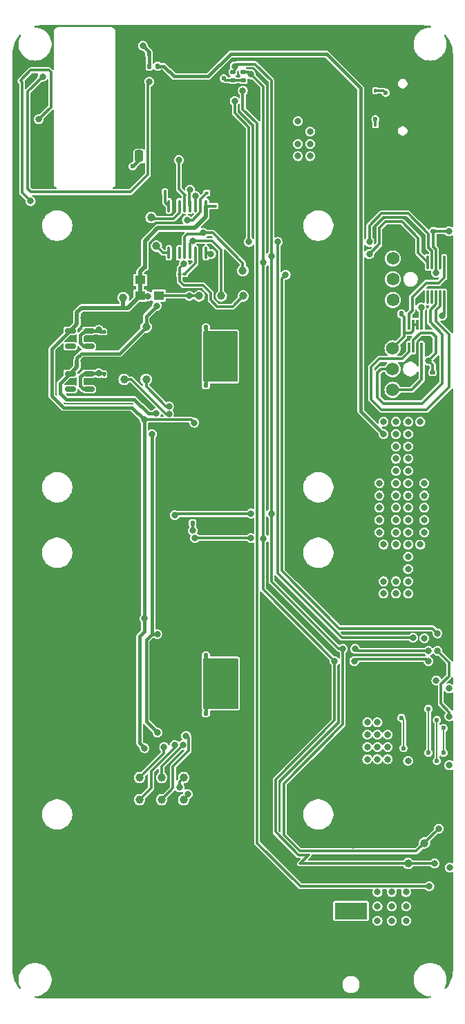
<source format=gbr>
%TF.GenerationSoftware,KiCad,Pcbnew,8.0.4*%
%TF.CreationDate,2024-11-04T19:03:10+01:00*%
%TF.ProjectId,BitForgeNano,42697446-6f72-4676-954e-616e6f2e6b69,rev?*%
%TF.SameCoordinates,Original*%
%TF.FileFunction,Copper,L6,Bot*%
%TF.FilePolarity,Positive*%
%FSLAX46Y46*%
G04 Gerber Fmt 4.6, Leading zero omitted, Abs format (unit mm)*
G04 Created by KiCad (PCBNEW 8.0.4) date 2024-11-04 19:03:10*
%MOMM*%
%LPD*%
G01*
G04 APERTURE LIST*
G04 Aperture macros list*
%AMRoundRect*
0 Rectangle with rounded corners*
0 $1 Rounding radius*
0 $2 $3 $4 $5 $6 $7 $8 $9 X,Y pos of 4 corners*
0 Add a 4 corners polygon primitive as box body*
4,1,4,$2,$3,$4,$5,$6,$7,$8,$9,$2,$3,0*
0 Add four circle primitives for the rounded corners*
1,1,$1+$1,$2,$3*
1,1,$1+$1,$4,$5*
1,1,$1+$1,$6,$7*
1,1,$1+$1,$8,$9*
0 Add four rect primitives between the rounded corners*
20,1,$1+$1,$2,$3,$4,$5,0*
20,1,$1+$1,$4,$5,$6,$7,0*
20,1,$1+$1,$6,$7,$8,$9,0*
20,1,$1+$1,$8,$9,$2,$3,0*%
G04 Aperture macros list end*
%TA.AperFunction,ComponentPad*%
%ADD10O,2.100000X1.000000*%
%TD*%
%TA.AperFunction,ComponentPad*%
%ADD11O,1.800000X1.000000*%
%TD*%
%TA.AperFunction,ComponentPad*%
%ADD12R,4.000000X2.000000*%
%TD*%
%TA.AperFunction,ComponentPad*%
%ADD13O,2.000000X3.500000*%
%TD*%
%TA.AperFunction,ComponentPad*%
%ADD14O,3.300000X2.000000*%
%TD*%
%TA.AperFunction,ComponentPad*%
%ADD15C,1.574800*%
%TD*%
%TA.AperFunction,ComponentPad*%
%ADD16C,0.400000*%
%TD*%
%TA.AperFunction,SMDPad,CuDef*%
%ADD17C,1.000000*%
%TD*%
%TA.AperFunction,SMDPad,CuDef*%
%ADD18RoundRect,0.100000X-0.130000X-0.100000X0.130000X-0.100000X0.130000X0.100000X-0.130000X0.100000X0*%
%TD*%
%TA.AperFunction,SMDPad,CuDef*%
%ADD19RoundRect,0.135000X-0.185000X0.135000X-0.185000X-0.135000X0.185000X-0.135000X0.185000X0.135000X0*%
%TD*%
%TA.AperFunction,SMDPad,CuDef*%
%ADD20RoundRect,0.250000X0.325000X1.100000X-0.325000X1.100000X-0.325000X-1.100000X0.325000X-1.100000X0*%
%TD*%
%TA.AperFunction,SMDPad,CuDef*%
%ADD21RoundRect,0.140000X0.140000X0.170000X-0.140000X0.170000X-0.140000X-0.170000X0.140000X-0.170000X0*%
%TD*%
%TA.AperFunction,SMDPad,CuDef*%
%ADD22RoundRect,0.250000X0.250000X0.475000X-0.250000X0.475000X-0.250000X-0.475000X0.250000X-0.475000X0*%
%TD*%
%TA.AperFunction,SMDPad,CuDef*%
%ADD23RoundRect,0.150000X0.512500X0.150000X-0.512500X0.150000X-0.512500X-0.150000X0.512500X-0.150000X0*%
%TD*%
%TA.AperFunction,SMDPad,CuDef*%
%ADD24RoundRect,0.087500X0.087500X-0.725000X0.087500X0.725000X-0.087500X0.725000X-0.087500X-0.725000X0*%
%TD*%
%TA.AperFunction,SMDPad,CuDef*%
%ADD25RoundRect,0.140000X-0.170000X0.140000X-0.170000X-0.140000X0.170000X-0.140000X0.170000X0.140000X0*%
%TD*%
%TA.AperFunction,SMDPad,CuDef*%
%ADD26RoundRect,0.135000X-0.135000X-0.185000X0.135000X-0.185000X0.135000X0.185000X-0.135000X0.185000X0*%
%TD*%
%TA.AperFunction,SMDPad,CuDef*%
%ADD27RoundRect,0.100000X-0.100000X0.130000X-0.100000X-0.130000X0.100000X-0.130000X0.100000X0.130000X0*%
%TD*%
%TA.AperFunction,SMDPad,CuDef*%
%ADD28RoundRect,0.087500X0.087500X-0.537500X0.087500X0.537500X-0.087500X0.537500X-0.087500X-0.537500X0*%
%TD*%
%TA.AperFunction,SMDPad,CuDef*%
%ADD29RoundRect,0.100000X0.130000X0.100000X-0.130000X0.100000X-0.130000X-0.100000X0.130000X-0.100000X0*%
%TD*%
%TA.AperFunction,SMDPad,CuDef*%
%ADD30RoundRect,0.140000X0.170000X-0.140000X0.170000X0.140000X-0.170000X0.140000X-0.170000X-0.140000X0*%
%TD*%
%TA.AperFunction,SMDPad,CuDef*%
%ADD31RoundRect,0.100000X0.100000X-0.130000X0.100000X0.130000X-0.100000X0.130000X-0.100000X-0.130000X0*%
%TD*%
%TA.AperFunction,SMDPad,CuDef*%
%ADD32R,1.300000X1.100000*%
%TD*%
%TA.AperFunction,SMDPad,CuDef*%
%ADD33RoundRect,0.100000X0.100000X-0.637500X0.100000X0.637500X-0.100000X0.637500X-0.100000X-0.637500X0*%
%TD*%
%TA.AperFunction,SMDPad,CuDef*%
%ADD34RoundRect,0.135000X0.185000X-0.135000X0.185000X0.135000X-0.185000X0.135000X-0.185000X-0.135000X0*%
%TD*%
%TA.AperFunction,ViaPad*%
%ADD35C,0.800000*%
%TD*%
%TA.AperFunction,ViaPad*%
%ADD36C,0.600000*%
%TD*%
%TA.AperFunction,Conductor*%
%ADD37C,0.300000*%
%TD*%
%TA.AperFunction,Conductor*%
%ADD38C,0.500000*%
%TD*%
%TA.AperFunction,Conductor*%
%ADD39C,0.400000*%
%TD*%
%TA.AperFunction,Conductor*%
%ADD40C,0.350000*%
%TD*%
%TA.AperFunction,Conductor*%
%ADD41C,0.200000*%
%TD*%
G04 APERTURE END LIST*
D10*
%TO.P,J5,S1,SHIELD*%
%TO.N,GND*%
X92830000Y-60845000D03*
D11*
X97010000Y-60845000D03*
D10*
X92830000Y-52205000D03*
D11*
X97010000Y-52205000D03*
%TD*%
D12*
%TO.P,J1,1*%
%TO.N,VIN*%
X87000000Y-154800000D03*
D13*
%TO.P,J1,2*%
%TO.N,GND*%
X82500000Y-161800000D03*
D14*
X87000000Y-160800000D03*
D13*
X91500000Y-161800000D03*
%TD*%
D15*
%TO.P,J8,1,Pin_1*%
%TO.N,GND*%
X92100000Y-83460000D03*
%TO.P,J8,2,Pin_2*%
%TO.N,+5V*%
X92100000Y-86000000D03*
%TO.P,J8,3,Pin_3*%
%TO.N,/Fan/FAN2_TACH*%
X92100000Y-88540000D03*
%TO.P,J8,4,Pin_4*%
%TO.N,/Fan/FAN2_PWM*%
X92100000Y-91080000D03*
%TD*%
D16*
%TO.P,U12,41,PAD*%
%TO.N,GND*%
X94200000Y-126320000D03*
X92800000Y-126320000D03*
X91400000Y-126320000D03*
X95200000Y-127600000D03*
X94200000Y-127600000D03*
X92800000Y-127600000D03*
X91400000Y-127600000D03*
X90400000Y-127600000D03*
X94200000Y-128880000D03*
X92800000Y-128880000D03*
X91400000Y-128880000D03*
%TD*%
D15*
%TO.P,J6,1,Pin_1*%
%TO.N,GND*%
X92138851Y-72479400D03*
%TO.P,J6,2,Pin_2*%
%TO.N,+5V*%
X92138851Y-75019400D03*
%TO.P,J6,3,Pin_3*%
%TO.N,/Fan/FAN1_TACH*%
X92138851Y-77559400D03*
%TO.P,J6,4,Pin_4*%
%TO.N,/Fan/FAN1_PWM*%
X92138851Y-80099400D03*
%TD*%
D17*
%TO.P,TP26,1,1*%
%TO.N,Net-(U9-TEMP_N)*%
X59200000Y-89800000D03*
%TD*%
%TO.P,TP20,1,1*%
%TO.N,Net-(U3-CO)*%
X66500000Y-141200000D03*
%TD*%
D18*
%TO.P,C32,1*%
%TO.N,/Domain/1V2*%
X53430000Y-82300000D03*
%TO.P,C32,2*%
%TO.N,GND*%
X54070000Y-82300000D03*
%TD*%
D19*
%TO.P,R25,1*%
%TO.N,/SCL*%
X72550000Y-52200000D03*
%TO.P,R25,2*%
%TO.N,3V3*%
X72550000Y-53220000D03*
%TD*%
D20*
%TO.P,C41,1*%
%TO.N,VDD*%
X70225000Y-87000000D03*
%TO.P,C41,2*%
%TO.N,GND*%
X67275000Y-87000000D03*
%TD*%
D17*
%TO.P,TP11,1,1*%
%TO.N,/Domain/I_NRSTI*%
X73750000Y-76500000D03*
%TD*%
%TO.P,TP22,1,1*%
%TO.N,Net-(U3-CLKO)*%
X63800000Y-141200000D03*
%TD*%
D21*
%TO.P,C46,1*%
%TO.N,+5V*%
X93180000Y-81800000D03*
%TO.P,C46,2*%
%TO.N,GND*%
X92220000Y-81800000D03*
%TD*%
%TO.P,C40,1*%
%TO.N,VDD*%
X69230000Y-90500000D03*
%TO.P,C40,2*%
%TO.N,GND*%
X68270000Y-90500000D03*
%TD*%
%TO.P,C35,1*%
%TO.N,GND*%
X62700000Y-76000000D03*
%TO.P,C35,2*%
%TO.N,/Domain/1V2*%
X61740000Y-76000000D03*
%TD*%
D17*
%TO.P,TP16,1,1*%
%TO.N,/SDA*%
X94000000Y-149000000D03*
%TD*%
%TO.P,TP12,1,1*%
%TO.N,Net-(U1-B4)*%
X62500000Y-70000000D03*
%TD*%
D22*
%TO.P,C47,1*%
%TO.N,3V3*%
X61050000Y-62500000D03*
%TO.P,C47,2*%
%TO.N,GND*%
X59150000Y-62500000D03*
%TD*%
D23*
%TO.P,U6,1,VIN*%
%TO.N,+5V*%
X54887500Y-89100000D03*
%TO.P,U6,2,GND*%
%TO.N,GND*%
X54887500Y-90050000D03*
%TO.P,U6,3,EN*%
%TO.N,+5V*%
X54887500Y-91000000D03*
%TO.P,U6,4,PG*%
%TO.N,unconnected-(U6-PG-Pad4)*%
X52612500Y-91000000D03*
%TO.P,U6,5,VOUT*%
%TO.N,/Domain/0V8*%
X52612500Y-89100000D03*
%TD*%
D24*
%TO.P,U2,1,SMDATA*%
%TO.N,/SDA*%
X96400000Y-75487500D03*
%TO.P,U2,2,SMCLK*%
%TO.N,/SCL*%
X96900000Y-75487500D03*
%TO.P,U2,3,VDD*%
%TO.N,3V3*%
X97400000Y-75487500D03*
%TO.P,U2,4,GND*%
%TO.N,GND*%
X97900000Y-75487500D03*
%TO.P,U2,5,PWM1*%
%TO.N,/Fan/PWM1*%
X98400000Y-75487500D03*
%TO.P,U2,6,TACH1*%
%TO.N,/Fan/FAN1_TACH*%
X98400000Y-79712500D03*
%TO.P,U2,7,PWM2*%
%TO.N,/Fan/PWM2*%
X97900000Y-79712500D03*
%TO.P,U2,8,TACH2*%
%TO.N,/Fan/FAN2_TACH*%
X97400000Y-79712500D03*
%TO.P,U2,9,CLK*%
%TO.N,unconnected-(U2-CLK-Pad9)*%
X96900000Y-79712500D03*
%TO.P,U2,10,\u002AALERT*%
%TO.N,unconnected-(U2-\u002AALERT-Pad10)*%
X96400000Y-79712500D03*
%TD*%
D17*
%TO.P,TP9,1,1*%
%TO.N,/Domain/CLKI*%
X68400000Y-79600000D03*
%TD*%
%TO.P,TP27,1,1*%
%TO.N,Net-(U9-TEMP_P)*%
X61900000Y-89800000D03*
%TD*%
%TO.P,TP17,1,1*%
%TO.N,/SCL*%
X96000000Y-146500000D03*
%TD*%
D25*
%TO.P,C45,1*%
%TO.N,3V3*%
X97000000Y-88920000D03*
%TO.P,C45,2*%
%TO.N,GND*%
X97000000Y-89880000D03*
%TD*%
D17*
%TO.P,TP25,1,1*%
%TO.N,Net-(U3-TEMP_P)*%
X61100000Y-138500000D03*
%TD*%
D18*
%TO.P,C34,1*%
%TO.N,/Domain/0V8*%
X53430000Y-87550000D03*
%TO.P,C34,2*%
%TO.N,GND*%
X54070000Y-87550000D03*
%TD*%
%TO.P,C50,1*%
%TO.N,3V3*%
X69335000Y-67000000D03*
%TO.P,C50,2*%
%TO.N,GND*%
X69975000Y-67000000D03*
%TD*%
D21*
%TO.P,C39,1*%
%TO.N,VDD*%
X69230000Y-89500000D03*
%TO.P,C39,2*%
%TO.N,GND*%
X68270000Y-89500000D03*
%TD*%
D17*
%TO.P,TP21,1,1*%
%TO.N,Net-(U3-RI)*%
X66500000Y-138500000D03*
%TD*%
D21*
%TO.P,C42,1*%
%TO.N,3V3*%
X67580000Y-107400000D03*
%TO.P,C42,2*%
%TO.N,GND*%
X66620000Y-107400000D03*
%TD*%
%TO.P,C29,1*%
%TO.N,VDD*%
X69230000Y-83500000D03*
%TO.P,C29,2*%
%TO.N,GND*%
X68270000Y-83500000D03*
%TD*%
D26*
%TO.P,R14,1*%
%TO.N,/ESP32/VDD_SAMPLE_0*%
X62290000Y-51500000D03*
%TO.P,R14,2*%
%TO.N,VDD*%
X63310000Y-51500000D03*
%TD*%
D27*
%TO.P,C31,1*%
%TO.N,+5V*%
X56750000Y-83980000D03*
%TO.P,C31,2*%
%TO.N,GND*%
X56750000Y-84620000D03*
%TD*%
D28*
%TO.P,U23,1,B2Y*%
%TO.N,/Fan/FAN2_PWM*%
X95650000Y-85900000D03*
%TO.P,U23,2,GND*%
%TO.N,GND*%
X95150000Y-85900000D03*
%TO.P,U23,3,VCCA*%
%TO.N,3V3*%
X94650000Y-85900000D03*
%TO.P,U23,4,A2*%
%TO.N,/Fan/PWM2*%
X94150000Y-85900000D03*
%TO.P,U23,5,A1*%
%TO.N,/Fan/PWM1*%
X94150000Y-83100000D03*
%TO.P,U23,6,OE*%
%TO.N,+5V*%
X94650000Y-83100000D03*
%TO.P,U23,7,VCCB*%
X95150000Y-83100000D03*
%TO.P,U23,8,B1Y*%
%TO.N,/Fan/FAN1_PWM*%
X95650000Y-83100000D03*
%TD*%
D29*
%TO.P,R27,1*%
%TO.N,Net-(U1-A1)*%
X66620000Y-76900000D03*
%TO.P,R27,2*%
%TO.N,/Domain/I_RO*%
X65980000Y-76900000D03*
%TD*%
D30*
%TO.P,C21,1*%
%TO.N,3V3*%
X97100000Y-71680000D03*
%TO.P,C21,2*%
%TO.N,GND*%
X97100000Y-70720000D03*
%TD*%
D21*
%TO.P,C60,1*%
%TO.N,VDD*%
X69230000Y-124600000D03*
%TO.P,C60,2*%
%TO.N,GND*%
X68270000Y-124600000D03*
%TD*%
D27*
%TO.P,C33,1*%
%TO.N,+5V*%
X56750000Y-89230000D03*
%TO.P,C33,2*%
%TO.N,GND*%
X56750000Y-89870000D03*
%TD*%
D17*
%TO.P,TP18,1,1*%
%TO.N,Net-(U1-DIR4)*%
X63150000Y-73500000D03*
%TD*%
D29*
%TO.P,C15,1*%
%TO.N,GND*%
X70970000Y-68600000D03*
%TO.P,C15,2*%
%TO.N,/Domain/1V2*%
X70330000Y-68600000D03*
%TD*%
D31*
%TO.P,R31,1*%
%TO.N,Net-(U1-OE)*%
X64200000Y-66865000D03*
%TO.P,R31,2*%
%TO.N,GND*%
X64200000Y-66225000D03*
%TD*%
D21*
%TO.P,C59,1*%
%TO.N,VDD*%
X69230000Y-123600000D03*
%TO.P,C59,2*%
%TO.N,GND*%
X68270000Y-123600000D03*
%TD*%
D32*
%TO.P,U11,1,EN*%
%TO.N,/Domain/1V2*%
X61150000Y-77650000D03*
%TO.P,U11,2,GND*%
%TO.N,GND*%
X63450000Y-77650000D03*
%TO.P,U11,3,OUT*%
%TO.N,/Domain/CLKI*%
X63450000Y-79550000D03*
%TO.P,U11,4,VIN*%
%TO.N,/Domain/1V2*%
X61150000Y-79550000D03*
%TD*%
D33*
%TO.P,U1,1,DIR1*%
%TO.N,3V3*%
X69225000Y-74325000D03*
%TO.P,U1,2,DIR2*%
%TO.N,GND*%
X68575000Y-74325000D03*
%TO.P,U1,3,A1*%
%TO.N,Net-(U1-A1)*%
X67925000Y-74325000D03*
%TO.P,U1,4,A2*%
%TO.N,/Domain/I_CI*%
X67275000Y-74325000D03*
%TO.P,U1,5,A3*%
%TO.N,/Domain/I_NRSTI*%
X66625000Y-74325000D03*
%TO.P,U1,6,A4*%
%TO.N,unconnected-(U1-A4-Pad6)*%
X65975000Y-74325000D03*
%TO.P,U1,7,DIR3*%
%TO.N,GND*%
X65325000Y-74325000D03*
%TO.P,U1,8,DIR4*%
%TO.N,Net-(U1-DIR4)*%
X64675000Y-74325000D03*
%TO.P,U1,9,OE*%
%TO.N,Net-(U1-OE)*%
X64675000Y-68600000D03*
%TO.P,U1,10,GND*%
%TO.N,GND*%
X65325000Y-68600000D03*
%TO.P,U1,11,B4*%
%TO.N,Net-(U1-B4)*%
X65975000Y-68600000D03*
%TO.P,U1,12,B3*%
%TO.N,/RST*%
X66625000Y-68600000D03*
%TO.P,U1,13,B2*%
%TO.N,/TX*%
X67275000Y-68600000D03*
%TO.P,U1,14,B1*%
%TO.N,/RX*%
X67925000Y-68600000D03*
%TO.P,U1,15,VCCB*%
%TO.N,3V3*%
X68575000Y-68600000D03*
%TO.P,U1,16,VCCA*%
%TO.N,/Domain/1V2*%
X69225000Y-68600000D03*
%TD*%
D17*
%TO.P,TP8,1,1*%
%TO.N,/Domain/0V8*%
X61900000Y-83400000D03*
%TD*%
%TO.P,TP7,1,1*%
%TO.N,/Domain/1V2*%
X59100000Y-79800000D03*
%TD*%
%TO.P,TP23,1,1*%
%TO.N,Net-(U3-BO)*%
X63800000Y-138500000D03*
%TD*%
%TO.P,TP24,1,1*%
%TO.N,Net-(U3-TEMP_N)*%
X61100000Y-141200000D03*
%TD*%
D27*
%TO.P,R29,1*%
%TO.N,GND*%
X90000000Y-53860000D03*
%TO.P,R29,2*%
%TO.N,Net-(J5-CC2)*%
X90000000Y-54500000D03*
%TD*%
D20*
%TO.P,C64,1*%
%TO.N,VDD*%
X70225000Y-127100000D03*
%TO.P,C64,2*%
%TO.N,GND*%
X67275000Y-127100000D03*
%TD*%
D21*
%TO.P,C58,1*%
%TO.N,VDD*%
X69230000Y-130600000D03*
%TO.P,C58,2*%
%TO.N,GND*%
X68270000Y-130600000D03*
%TD*%
D26*
%TO.P,R22,1*%
%TO.N,GND*%
X61250000Y-50030000D03*
%TO.P,R22,2*%
%TO.N,/ESP32/VDD_SAMPLE_0*%
X62270000Y-50030000D03*
%TD*%
D17*
%TO.P,TP6,1,1*%
%TO.N,/Domain/I_RO*%
X73800000Y-79600000D03*
%TD*%
D31*
%TO.P,R28,1*%
%TO.N,GND*%
X90000000Y-59320000D03*
%TO.P,R28,2*%
%TO.N,Net-(J5-CC1)*%
X90000000Y-58680000D03*
%TD*%
D34*
%TO.P,R26,1*%
%TO.N,3V3*%
X73800000Y-53220000D03*
%TO.P,R26,2*%
%TO.N,/SDA*%
X73800000Y-52200000D03*
%TD*%
D17*
%TO.P,TP10,1,1*%
%TO.N,/Domain/I_CI*%
X71100000Y-79600000D03*
%TD*%
D21*
%TO.P,C61,1*%
%TO.N,VDD*%
X69230000Y-129600000D03*
%TO.P,C61,2*%
%TO.N,GND*%
X68270000Y-129600000D03*
%TD*%
D23*
%TO.P,U5,1,VIN*%
%TO.N,+5V*%
X54887500Y-83850000D03*
%TO.P,U5,2,GND*%
%TO.N,GND*%
X54887500Y-84800000D03*
%TO.P,U5,3,EN*%
%TO.N,+5V*%
X54887500Y-85750000D03*
%TO.P,U5,4,PG*%
%TO.N,unconnected-(U5-PG-Pad4)*%
X52612500Y-85750000D03*
%TO.P,U5,5,VOUT*%
%TO.N,/Domain/1V2*%
X52612500Y-83850000D03*
%TD*%
D21*
%TO.P,C17,1*%
%TO.N,VDD*%
X69230000Y-84500000D03*
%TO.P,C17,2*%
%TO.N,GND*%
X68270000Y-84500000D03*
%TD*%
D35*
%TO.N,+5V*%
X91500000Y-134750000D03*
X91500000Y-133250000D03*
X91500000Y-136250000D03*
X90250000Y-136250000D03*
X90250000Y-134750000D03*
X90250000Y-133250000D03*
X90250000Y-131750000D03*
%TO.N,GND*%
X49000000Y-152000000D03*
X64500000Y-120300000D03*
X54000000Y-77000000D03*
X64600000Y-58700000D03*
X66000000Y-60100000D03*
X69000000Y-147000000D03*
X54000000Y-162000000D03*
X84000000Y-137000000D03*
X63100000Y-124500000D03*
X65100000Y-84400000D03*
X67100000Y-125700000D03*
X57400000Y-89850000D03*
X65100000Y-89500000D03*
X67100000Y-88300000D03*
X65100000Y-127000000D03*
X89000000Y-100000000D03*
X65100000Y-129500000D03*
X64000000Y-157000000D03*
X89000000Y-104500000D03*
X87250000Y-140750000D03*
X69306000Y-120300000D03*
X99000000Y-142250000D03*
X54000000Y-97000000D03*
X65100000Y-128300000D03*
X64100000Y-127000000D03*
X64100000Y-88300000D03*
X49000000Y-147000000D03*
X54000000Y-157000000D03*
X63100000Y-125700000D03*
X59000000Y-162000000D03*
X87250000Y-130250000D03*
X87500000Y-105500000D03*
X87500000Y-96500000D03*
X74000000Y-157000000D03*
X49000000Y-132000000D03*
X87500000Y-107000000D03*
X71400000Y-97987500D03*
X67100000Y-124500000D03*
X66100000Y-88300000D03*
X79000000Y-52000000D03*
X87250000Y-146750000D03*
X49000000Y-77000000D03*
X89000000Y-96500000D03*
X67400000Y-55900000D03*
X65100000Y-124500000D03*
X59000000Y-107000000D03*
X87500000Y-102500000D03*
X94000000Y-162000000D03*
X59000000Y-152000000D03*
X97916431Y-125529246D03*
X64000000Y-97000000D03*
X59000000Y-97000000D03*
X66100000Y-87000000D03*
X59400000Y-60500000D03*
X65100000Y-125700000D03*
X67100000Y-89500000D03*
X59000000Y-117000000D03*
X68100000Y-87000000D03*
X68800000Y-60100000D03*
X59000000Y-112000000D03*
X59000000Y-102000000D03*
X94800000Y-87325000D03*
X65100000Y-85700000D03*
X64000000Y-147000000D03*
X63500000Y-118305000D03*
X54000000Y-107000000D03*
X87250000Y-136250000D03*
X74000000Y-162000000D03*
X59000000Y-64200000D03*
X49000000Y-97000000D03*
X67100000Y-128300000D03*
X84000000Y-77000000D03*
X87500000Y-98000000D03*
X59000000Y-142000000D03*
X59000000Y-49100000D03*
X87250000Y-145250000D03*
X90000000Y-60000000D03*
X64600000Y-57300000D03*
X69000000Y-162000000D03*
X71500000Y-68600000D03*
X67100000Y-85700000D03*
X59000000Y-127000000D03*
X64000000Y-107000000D03*
X57400000Y-84620000D03*
X54000000Y-152000000D03*
X46000000Y-67750000D03*
X66100000Y-89500000D03*
X97900000Y-73400000D03*
X64600000Y-55900000D03*
X89000000Y-47000000D03*
X63100000Y-85700000D03*
X87250000Y-125750000D03*
X68100000Y-128300000D03*
X87500000Y-108500000D03*
X64000000Y-162000000D03*
X79000000Y-162000000D03*
X84000000Y-47000000D03*
X64100000Y-89500000D03*
X99000000Y-145250000D03*
X87250000Y-128750000D03*
X54000000Y-127000000D03*
X63500000Y-76000000D03*
X87500000Y-99500000D03*
X49000000Y-157000000D03*
X66000000Y-58700000D03*
X65400000Y-75700000D03*
X68800000Y-58700000D03*
X68250000Y-136850000D03*
X64600000Y-81800000D03*
X81000000Y-65750000D03*
X59000000Y-72000000D03*
X89000000Y-52000000D03*
X59000000Y-77000000D03*
X64100000Y-124500000D03*
X99000000Y-139250000D03*
X66100000Y-129500000D03*
X59000000Y-137000000D03*
X70500000Y-138100000D03*
X59000000Y-132000000D03*
X54000000Y-122000000D03*
X64500000Y-92100000D03*
X68945000Y-98080000D03*
X59000000Y-147000000D03*
X89000000Y-107000000D03*
X54000000Y-117000000D03*
X63100000Y-88300000D03*
X70300000Y-75750000D03*
X99000000Y-143750000D03*
X87250000Y-143750000D03*
X99000000Y-67000000D03*
X63100000Y-129500000D03*
X68100000Y-125700000D03*
X54800000Y-82300000D03*
X84000000Y-57000000D03*
X49000000Y-82000000D03*
X74000000Y-152000000D03*
X69500000Y-92800000D03*
X87500000Y-104000000D03*
X99000000Y-140750000D03*
X64600000Y-60100000D03*
X63100000Y-89500000D03*
X54000000Y-147000000D03*
X63100000Y-128300000D03*
X66100000Y-128300000D03*
X69000000Y-142000000D03*
X54750000Y-87550000D03*
X69206000Y-81800000D03*
X69000000Y-152000000D03*
X64100000Y-84400000D03*
X80439800Y-55800000D03*
X69000000Y-157000000D03*
X87500000Y-101000000D03*
X89000000Y-98000000D03*
X59000000Y-157000000D03*
X54000000Y-132000000D03*
X65100000Y-87000000D03*
X67400000Y-58700000D03*
X66000000Y-57300000D03*
X49000000Y-107000000D03*
X66100000Y-84400000D03*
X68800000Y-57300000D03*
X66100000Y-127000000D03*
X94000000Y-67000000D03*
X64000000Y-112000000D03*
X61200000Y-50900000D03*
X49000000Y-117000000D03*
X64100000Y-85700000D03*
X63100000Y-84400000D03*
X68100000Y-85700000D03*
X66100000Y-125700000D03*
X49000000Y-137000000D03*
X63100000Y-127000000D03*
X66000000Y-55900000D03*
X67400000Y-60100000D03*
X70500000Y-115855000D03*
X49000000Y-127000000D03*
X65375000Y-67300000D03*
X64100000Y-129500000D03*
X64000000Y-102000000D03*
X87250000Y-142250000D03*
X64100000Y-87000000D03*
X66400000Y-108300000D03*
X87250000Y-134750000D03*
X67100000Y-84400000D03*
X68100000Y-127000000D03*
X74000000Y-137000000D03*
X49000000Y-92000000D03*
X66100000Y-124500000D03*
X64000000Y-117000000D03*
X64000000Y-152000000D03*
X87250000Y-127250000D03*
X67400000Y-57300000D03*
X65100000Y-88300000D03*
X89000000Y-102250000D03*
X49000000Y-87000000D03*
X90000000Y-53200000D03*
X79000000Y-152000000D03*
X74000000Y-147000000D03*
X59000000Y-122000000D03*
X87250000Y-139250000D03*
X84000000Y-52000000D03*
X79000000Y-157000000D03*
X74000000Y-142000000D03*
X64100000Y-125700000D03*
X66100000Y-85700000D03*
X68100000Y-88300000D03*
X87250000Y-137750000D03*
X67100000Y-129500000D03*
X54000000Y-137000000D03*
X97100000Y-69900000D03*
X49000000Y-122000000D03*
X79000000Y-47000000D03*
X63100000Y-87000000D03*
X64100000Y-128300000D03*
%TO.N,VDD*%
X92500000Y-110000000D03*
X72600000Y-84500000D03*
X91000000Y-110000000D03*
X70600000Y-128300000D03*
X96000000Y-104000000D03*
X95500000Y-110000000D03*
X90500000Y-105500000D03*
X90500000Y-108500000D03*
X91000000Y-96500000D03*
X71600000Y-128300000D03*
X69600000Y-128300000D03*
X71600000Y-85680000D03*
X92500000Y-116000000D03*
X94000000Y-110000000D03*
X94000000Y-108500000D03*
X71600000Y-87000000D03*
X70600000Y-124500000D03*
X70600000Y-89500000D03*
X69600000Y-127000000D03*
X90500000Y-107000000D03*
X94000000Y-104000000D03*
X69600000Y-85680000D03*
X96000000Y-102500000D03*
X72600000Y-128300000D03*
X72600000Y-87000000D03*
X94000000Y-99500000D03*
X70600000Y-88300000D03*
X94000000Y-113000000D03*
X92500000Y-108500000D03*
X70600000Y-84400000D03*
X92500000Y-102500000D03*
X70600000Y-85680000D03*
X92500000Y-95000000D03*
X72600000Y-88300000D03*
X72600000Y-85700000D03*
X94000000Y-96500000D03*
X92500000Y-104000000D03*
X96000000Y-107000000D03*
X71600000Y-124500000D03*
X92500000Y-105500000D03*
X92500000Y-114500000D03*
X94000000Y-116000000D03*
X70600000Y-127000000D03*
X72600000Y-89500000D03*
X91000000Y-114500000D03*
X92500000Y-99500000D03*
X91000000Y-95000000D03*
X71600000Y-89500000D03*
X91000000Y-116000000D03*
X94000000Y-95000000D03*
X94000000Y-105500000D03*
X94000000Y-107000000D03*
X72600000Y-129500000D03*
X94000000Y-111500000D03*
X69600000Y-88300000D03*
X70600000Y-129500000D03*
X94000000Y-98000000D03*
X71600000Y-127000000D03*
X72600000Y-125700000D03*
X92500000Y-107000000D03*
X90500000Y-102500000D03*
X92500000Y-101000000D03*
X94000000Y-101000000D03*
X72600000Y-124500000D03*
X71600000Y-125700000D03*
X69600000Y-125700000D03*
X69600000Y-87000000D03*
X96000000Y-105500000D03*
X71600000Y-129500000D03*
X94000000Y-114500000D03*
X92500000Y-98000000D03*
X70600000Y-87000000D03*
X94000000Y-102500000D03*
X96000000Y-108500000D03*
X92500000Y-96500000D03*
X72600000Y-127000000D03*
X99000000Y-127600000D03*
X71600000Y-84400000D03*
X90500000Y-104000000D03*
X95500000Y-95000000D03*
X71600000Y-88300000D03*
X70600000Y-125700000D03*
%TO.N,/Domain/0V8*%
X63280000Y-133000000D03*
X62600000Y-96487500D03*
X63260000Y-120955000D03*
X63100000Y-93987500D03*
X63200000Y-80800000D03*
D36*
%TO.N,Net-(J5-CC1)*%
X90000000Y-58000000D03*
%TO.N,Net-(J5-CC2)*%
X91250000Y-54750000D03*
D35*
%TO.N,/ESP32/IO0*%
X49200000Y-52800000D03*
X62300000Y-53400000D03*
%TO.N,/Domain/1V2*%
X61700000Y-134900000D03*
X62100000Y-79650000D03*
X61670000Y-94737500D03*
X67797488Y-95102512D03*
X61700000Y-119055000D03*
%TO.N,/Power/AGND*%
X99050000Y-137000000D03*
X97457193Y-126607193D03*
X94000000Y-136450000D03*
%TO.N,Net-(U3-RI)*%
X66000000Y-139700000D03*
%TO.N,Net-(U12-BP1V5)*%
X97600000Y-123000000D03*
X99050000Y-131000000D03*
D36*
%TO.N,Net-(U12-EN{slash}UVLO)*%
X93150000Y-131200000D03*
X93450000Y-134900000D03*
D35*
%TO.N,/Domain/I_RO*%
X66500000Y-75700000D03*
%TO.N,/Domain/CLKI*%
X67198000Y-79600000D03*
%TO.N,/TX*%
X67300000Y-66600000D03*
%TO.N,/RX*%
X67917500Y-67400000D03*
%TO.N,/RST*%
X65900000Y-63000000D03*
%TO.N,/Domain/I_CI*%
X67600000Y-72850000D03*
%TO.N,/Domain/I_NRSTI*%
X68900000Y-71900000D03*
D36*
%TO.N,Net-(U12-MSEL1)*%
X96500000Y-135450000D03*
X96500000Y-130100000D03*
D35*
%TO.N,/Power/SMB_ALRT*%
X72750000Y-55750000D03*
X74500000Y-73000000D03*
X78000000Y-73000000D03*
X94600000Y-121400000D03*
%TO.N,/ESP32/VDD_SAMPLE_0*%
X61500000Y-49000000D03*
%TO.N,/Fan/FAN1_TACH*%
X98200000Y-82000000D03*
%TO.N,/Fan/FAN1_PWM*%
X95600000Y-81000000D03*
D36*
%TO.N,Net-(U12-ADRSEL)*%
X97540000Y-136450000D03*
X97540000Y-131450000D03*
%TO.N,Net-(U12-VSEL)*%
X98330000Y-132432407D03*
X98330000Y-135450000D03*
D35*
%TO.N,/SCL*%
X89250000Y-73000000D03*
X74750000Y-106200000D03*
X96500000Y-123000000D03*
X77250000Y-106200000D03*
X65400000Y-106400000D03*
X97750000Y-144750000D03*
X77250000Y-74750000D03*
X87500000Y-122750000D03*
X86000000Y-122750000D03*
X72750000Y-51500000D03*
%TO.N,/SDA*%
X76250000Y-109250000D03*
X76250000Y-75500000D03*
X85000000Y-124250000D03*
X89250000Y-74500000D03*
X67875000Y-109212500D03*
X74750000Y-52500000D03*
X96500000Y-124250000D03*
X97250000Y-149000000D03*
X87400000Y-124250000D03*
X74750000Y-109212500D03*
%TO.N,VIN*%
X93750000Y-152500000D03*
X93750000Y-154250000D03*
X90250000Y-152500000D03*
X92000000Y-152500000D03*
X92000000Y-154250000D03*
X90250000Y-156000000D03*
X90250000Y-154250000D03*
X92000000Y-156000000D03*
X93750000Y-156000000D03*
%TO.N,Net-(U3-CO)*%
X67000000Y-140500000D03*
%TO.N,Net-(U3-CLKO)*%
X66800000Y-133400000D03*
%TO.N,Net-(U3-BO)*%
X66400000Y-134500000D03*
%TO.N,Net-(U3-TEMP_N)*%
X65400000Y-134500000D03*
%TO.N,3V3*%
X67600000Y-108300000D03*
X66900000Y-70300000D03*
D36*
X71400000Y-53000000D03*
D35*
X82000000Y-62500000D03*
X48750000Y-58000000D03*
X96500000Y-87500000D03*
X97400000Y-76750000D03*
D36*
X60250000Y-63750000D03*
D35*
X99100000Y-149500000D03*
X80500000Y-61000000D03*
X47750000Y-68000000D03*
X96000000Y-121450000D03*
X69850000Y-74450000D03*
X82000000Y-59500000D03*
X80500000Y-62500000D03*
X82000000Y-61000000D03*
X99000000Y-71700000D03*
%TO.N,Net-(U3-TEMP_P)*%
X64100000Y-134800000D03*
%TO.N,+5V*%
X80500000Y-58250000D03*
X56075000Y-83750000D03*
X89000000Y-131750000D03*
X56075000Y-89050000D03*
%TO.N,/Power/PGOOD*%
X79000000Y-77000000D03*
X97600000Y-120850000D03*
%TO.N,Net-(U9-TEMP_N)*%
X64700000Y-94037500D03*
%TO.N,Net-(U9-TEMP_P)*%
X64700000Y-93087497D03*
%TO.N,/ESP32/INA_ALRT*%
X96600000Y-151800000D03*
X73750000Y-54500000D03*
%TO.N,+5V*%
X89000000Y-133250000D03*
X89000000Y-136250000D03*
X89000000Y-134750000D03*
%TD*%
D37*
%TO.N,GND*%
X68575000Y-74325000D02*
X68575000Y-75575000D01*
D38*
X61250000Y-50850000D02*
X61200000Y-50900000D01*
D37*
X66400000Y-108300000D02*
X66400000Y-107620000D01*
D39*
X54887500Y-90050000D02*
X56570000Y-90050000D01*
D38*
X63450000Y-76050000D02*
X63500000Y-76000000D01*
D39*
X68270000Y-130600000D02*
X68270000Y-129670000D01*
D40*
X97100000Y-70720000D02*
X97100000Y-69900000D01*
D39*
X68270000Y-123600000D02*
X68270000Y-124600000D01*
D37*
X65325000Y-74325000D02*
X65400000Y-74400000D01*
D39*
X68300000Y-136800000D02*
X68250000Y-136850000D01*
X54800000Y-82300000D02*
X54070000Y-82300000D01*
X54887500Y-84800000D02*
X56570000Y-84800000D01*
D38*
X90000000Y-59320000D02*
X90000000Y-60000000D01*
D39*
X68270000Y-124600000D02*
X67370000Y-125500000D01*
D38*
X59150000Y-60750000D02*
X59150000Y-62500000D01*
D37*
X65400000Y-74400000D02*
X65400000Y-75700000D01*
D40*
X94800000Y-87325000D02*
X95150000Y-86975000D01*
D38*
X90000000Y-53860000D02*
X90000000Y-53200000D01*
D37*
X66400000Y-107620000D02*
X66620000Y-107400000D01*
D38*
X63450000Y-77650000D02*
X63450000Y-76050000D01*
D37*
X65375000Y-68550000D02*
X65325000Y-68600000D01*
D39*
X54070000Y-87550000D02*
X54750000Y-87550000D01*
D37*
X68750000Y-75750000D02*
X70300000Y-75750000D01*
D39*
X68270000Y-129670000D02*
X67100000Y-128500000D01*
D40*
X95150000Y-86975000D02*
X95150000Y-85900000D01*
D37*
X65220000Y-66620000D02*
X64800000Y-66200000D01*
X64775000Y-66225000D02*
X64200000Y-66225000D01*
X65220000Y-67145000D02*
X65220000Y-66620000D01*
D38*
X59400000Y-60500000D02*
X59150000Y-60750000D01*
D39*
X57380000Y-89870000D02*
X56750000Y-89870000D01*
D37*
X65375000Y-67300000D02*
X65375000Y-68550000D01*
D38*
X68270000Y-83550000D02*
X68270000Y-85330000D01*
X61250000Y-50030000D02*
X61250000Y-50850000D01*
D39*
X57400000Y-84620000D02*
X56750000Y-84620000D01*
D37*
X65220000Y-67145000D02*
X65375000Y-67300000D01*
D38*
X68270000Y-85330000D02*
X68100000Y-85500000D01*
X68270000Y-88670000D02*
X68100000Y-88500000D01*
D37*
X64800000Y-66200000D02*
X64775000Y-66225000D01*
D39*
X68300000Y-132130000D02*
X68270000Y-132100000D01*
D38*
X68270000Y-90600000D02*
X68270000Y-88670000D01*
D37*
X71020000Y-68600000D02*
X71500000Y-68600000D01*
D39*
X56570000Y-84800000D02*
X56750000Y-84620000D01*
X57400000Y-89850000D02*
X57380000Y-89870000D01*
D37*
X71500000Y-68600000D02*
X71500000Y-68525000D01*
X71500000Y-68525000D02*
X69975000Y-67000000D01*
D39*
X56570000Y-90050000D02*
X56750000Y-89870000D01*
X67370000Y-125500000D02*
X67100000Y-125500000D01*
D37*
X68575000Y-75575000D02*
X68750000Y-75750000D01*
D38*
X62700000Y-76000000D02*
X63500000Y-76000000D01*
D40*
X97900000Y-75487500D02*
X97900000Y-73400000D01*
D39*
X68300000Y-136800000D02*
X68300000Y-132130000D01*
%TO.N,VDD*%
X69500000Y-52750000D02*
X72250000Y-50000000D01*
X64100000Y-51500000D02*
X65350000Y-52750000D01*
X69230000Y-83550000D02*
X69230000Y-85310000D01*
X69230000Y-88670000D02*
X69600000Y-88300000D01*
X88200000Y-54200000D02*
X88200000Y-93700000D01*
X72250000Y-50000000D02*
X84000000Y-50000000D01*
X69230000Y-85310000D02*
X69600000Y-85680000D01*
X63310000Y-51500000D02*
X64100000Y-51500000D01*
X65350000Y-52750000D02*
X69500000Y-52750000D01*
X69230000Y-90600000D02*
X69230000Y-88670000D01*
X69230000Y-123600000D02*
X69230000Y-125330000D01*
X88200000Y-93700000D02*
X91000000Y-96500000D01*
X69230000Y-128670000D02*
X69600000Y-128300000D01*
X69230000Y-130600000D02*
X69230000Y-128670000D01*
X69600000Y-125700000D02*
X69600000Y-125500000D01*
X69230000Y-125330000D02*
X69600000Y-125700000D01*
X84000000Y-50000000D02*
X88200000Y-54200000D01*
%TO.N,/Domain/0V8*%
X60450000Y-92250000D02*
X52173658Y-92250000D01*
D38*
X53430000Y-88282500D02*
X52612500Y-89100000D01*
D39*
X61900000Y-131620000D02*
X61900000Y-121655000D01*
X61900000Y-82250000D02*
X61900000Y-83400000D01*
X63280000Y-133000000D02*
X61900000Y-131620000D01*
X52612500Y-89100000D02*
X52450000Y-89100000D01*
X62187500Y-93987500D02*
X60450000Y-92250000D01*
X63200000Y-80800000D02*
X61900000Y-82100000D01*
D38*
X53430000Y-87550000D02*
X53430000Y-88282500D01*
D39*
X62600000Y-116200000D02*
X62600000Y-96487500D01*
X53430000Y-87170000D02*
X53430000Y-87550000D01*
X52123658Y-92250000D02*
X51350000Y-91476342D01*
X51350000Y-90312500D02*
X52562500Y-89100000D01*
X62600000Y-120955000D02*
X62600000Y-114755000D01*
X58650000Y-86650000D02*
X53950000Y-86650000D01*
X61900000Y-121655000D02*
X62600000Y-120955000D01*
X63100000Y-93987500D02*
X62187500Y-93987500D01*
X61900000Y-83400000D02*
X58650000Y-86650000D01*
X51350000Y-91476342D02*
X51350000Y-90312500D01*
X61900000Y-82100000D02*
X61900000Y-82250000D01*
X53950000Y-86650000D02*
X53430000Y-87170000D01*
X62600000Y-120955000D02*
X63260000Y-120955000D01*
D37*
%TO.N,Net-(J5-CC1)*%
X90000000Y-58000000D02*
X90000000Y-58680000D01*
%TO.N,Net-(J5-CC2)*%
X91000000Y-54500000D02*
X91250000Y-54750000D01*
X90000000Y-54500000D02*
X91000000Y-54500000D01*
%TO.N,/ESP32/IO0*%
X62100000Y-53600000D02*
X62100000Y-64763604D01*
X62100000Y-64763604D02*
X59963604Y-66900000D01*
X47400000Y-66500000D02*
X47400000Y-54600000D01*
X59963604Y-66900000D02*
X47800000Y-66900000D01*
X47800000Y-66900000D02*
X47400000Y-66500000D01*
X47400000Y-54600000D02*
X49200000Y-52800000D01*
X62300000Y-53400000D02*
X62100000Y-53600000D01*
%TO.N,/Domain/1V2*%
X70380000Y-68600000D02*
X69225000Y-68600000D01*
X67432476Y-94737500D02*
X61670000Y-94737500D01*
D38*
X67850000Y-71300000D02*
X69225000Y-69925000D01*
D39*
X61670000Y-94737500D02*
X60182500Y-93250000D01*
X61250000Y-79650000D02*
X62100000Y-79650000D01*
D38*
X61740000Y-72860000D02*
X63300000Y-71300000D01*
X54000000Y-81050000D02*
X53430000Y-81620000D01*
D39*
X61100000Y-134300000D02*
X61700000Y-134900000D01*
D38*
X61150000Y-76590000D02*
X61740000Y-76000000D01*
D39*
X51750000Y-93250000D02*
X50350000Y-91850000D01*
D37*
X67797488Y-95102512D02*
X67432476Y-94737500D01*
D39*
X61150000Y-79550000D02*
X61250000Y-79650000D01*
D37*
X61670000Y-119025000D02*
X61700000Y-119055000D01*
D38*
X61150000Y-79550000D02*
X61150000Y-77650000D01*
X69225000Y-69925000D02*
X69225000Y-68600000D01*
D39*
X61670000Y-120470000D02*
X61670000Y-94737500D01*
D38*
X59100000Y-81050000D02*
X54000000Y-81050000D01*
X59100000Y-81050000D02*
X59100000Y-79800000D01*
X63300000Y-71300000D02*
X67850000Y-71300000D01*
X61150000Y-77650000D02*
X61150000Y-76590000D01*
X53430000Y-83032500D02*
X52612500Y-83850000D01*
X59650000Y-81050000D02*
X59100000Y-81050000D01*
X61150000Y-79550000D02*
X59650000Y-81050000D01*
D39*
X50350000Y-86062500D02*
X52562500Y-83850000D01*
X61100000Y-121200000D02*
X61100000Y-134300000D01*
D38*
X61740000Y-76000000D02*
X61740000Y-72860000D01*
D39*
X61700000Y-120600000D02*
X61100000Y-121200000D01*
X50350000Y-91850000D02*
X50350000Y-86062500D01*
D38*
X53430000Y-81620000D02*
X53430000Y-83032500D01*
D39*
X60182500Y-93250000D02*
X51800000Y-93250000D01*
D37*
%TO.N,Net-(U3-RI)*%
X66000000Y-139700000D02*
X66000000Y-139000000D01*
X66000000Y-139000000D02*
X66500000Y-138500000D01*
%TO.N,Net-(U12-BP1V5)*%
X98000000Y-129450000D02*
X99050000Y-130500000D01*
X99000000Y-126100000D02*
X98000000Y-127100000D01*
X97600000Y-123000000D02*
X99000000Y-124400000D01*
X99050000Y-130500000D02*
X99050000Y-131000000D01*
X98000000Y-127100000D02*
X98000000Y-129450000D01*
X99000000Y-124400000D02*
X99000000Y-126100000D01*
D41*
%TO.N,Net-(U12-EN{slash}UVLO)*%
X93150000Y-131200000D02*
X93450000Y-131500000D01*
X93450000Y-131500000D02*
X93450000Y-134900000D01*
D37*
%TO.N,/Domain/I_RO*%
X66500000Y-78300000D02*
X66000000Y-77800000D01*
X67000000Y-78300000D02*
X66500000Y-78300000D01*
X72500000Y-80900000D02*
X72400000Y-80900000D01*
X68900000Y-78300000D02*
X67000000Y-78300000D01*
X69800000Y-79200000D02*
X68900000Y-78300000D01*
X72400000Y-80900000D02*
X70600000Y-80900000D01*
X66000000Y-77800000D02*
X66000000Y-76200000D01*
X73800000Y-79600000D02*
X72500000Y-80900000D01*
X69800000Y-80100000D02*
X69800000Y-79200000D01*
X70600000Y-80900000D02*
X69800000Y-80100000D01*
X66000000Y-76200000D02*
X66500000Y-75700000D01*
%TO.N,/Domain/CLKI*%
X66850000Y-79550000D02*
X63450000Y-79550000D01*
X66900000Y-79600000D02*
X66850000Y-79550000D01*
X66900000Y-79600000D02*
X68400000Y-79600000D01*
%TO.N,/TX*%
X67217500Y-66682500D02*
X67217500Y-68542500D01*
X67217500Y-68542500D02*
X67275000Y-68600000D01*
X67300000Y-66600000D02*
X67217500Y-66682500D01*
%TO.N,/RX*%
X67917500Y-67400000D02*
X67952500Y-67435000D01*
X67917500Y-68592500D02*
X67925000Y-68600000D01*
X67917500Y-67400000D02*
X67917500Y-68592500D01*
%TO.N,/RST*%
X66625000Y-67275000D02*
X66625000Y-68600000D01*
X65900000Y-66500000D02*
X65900000Y-63000000D01*
X66650000Y-67250000D02*
X65900000Y-66500000D01*
X66650000Y-67250000D02*
X66625000Y-67275000D01*
%TO.N,/Domain/I_CI*%
X67600000Y-72850000D02*
X70000000Y-72850000D01*
X67275000Y-73175000D02*
X67275000Y-74325000D01*
X70000000Y-72850000D02*
X71100000Y-73950000D01*
X67600000Y-72850000D02*
X67275000Y-73175000D01*
X71100000Y-73950000D02*
X71100000Y-79600000D01*
%TO.N,/Domain/I_NRSTI*%
X68900000Y-71900000D02*
X70100000Y-71900000D01*
X73750000Y-75550000D02*
X73750000Y-76500000D01*
X70100000Y-71900000D02*
X73750000Y-75550000D01*
X66625000Y-72375000D02*
X66950000Y-72050000D01*
X68750000Y-72050000D02*
X68900000Y-71900000D01*
X66625000Y-74325000D02*
X66625000Y-72375000D01*
X66950000Y-72050000D02*
X68750000Y-72050000D01*
D41*
%TO.N,Net-(U12-MSEL1)*%
X96500000Y-135450000D02*
X96500000Y-130100000D01*
D37*
%TO.N,/Power/SMB_ALRT*%
X74500000Y-73000000D02*
X74500000Y-59000000D01*
X85900000Y-121400000D02*
X94600000Y-121400000D01*
X78000000Y-73000000D02*
X78000000Y-113500000D01*
X74500000Y-59000000D02*
X72750000Y-57250000D01*
X72750000Y-57250000D02*
X72750000Y-55750000D01*
X78000000Y-113500000D02*
X85900000Y-121400000D01*
D39*
%TO.N,/ESP32/VDD_SAMPLE_0*%
X62290000Y-51500000D02*
X62270000Y-51480000D01*
X61500000Y-49000000D02*
X62270000Y-49770000D01*
X62270000Y-51480000D02*
X62270000Y-50030000D01*
X62270000Y-49770000D02*
X62270000Y-50030000D01*
D40*
%TO.N,/Fan/FAN1_TACH*%
X98200000Y-82000000D02*
X98400000Y-81800000D01*
X98400000Y-81800000D02*
X98400000Y-79712500D01*
%TO.N,/Fan/FAN1_PWM*%
X95650000Y-83100000D02*
X95650000Y-80950000D01*
X95650000Y-80950000D02*
X95600000Y-81000000D01*
%TO.N,/Fan/FAN2_TACH*%
X97400000Y-80610788D02*
X96700000Y-81310788D01*
X90250000Y-92000000D02*
X90250000Y-89000000D01*
X97400000Y-79712500D02*
X97400000Y-80610788D01*
X98200000Y-90300000D02*
X95750000Y-92750000D01*
X95750000Y-92750000D02*
X91000000Y-92750000D01*
X96700000Y-81310788D02*
X96700000Y-82800000D01*
X90250000Y-89000000D02*
X90710000Y-88540000D01*
X96700000Y-82800000D02*
X98200000Y-84300000D01*
X98200000Y-84300000D02*
X98200000Y-90300000D01*
X91000000Y-92750000D02*
X90250000Y-92000000D01*
X90710000Y-88540000D02*
X92100000Y-88540000D01*
%TO.N,/Fan/FAN2_PWM*%
X95650000Y-89850000D02*
X94420000Y-91080000D01*
X95650000Y-85900000D02*
X95650000Y-89850000D01*
X94420000Y-91080000D02*
X92100000Y-91080000D01*
D41*
%TO.N,Net-(U12-ADRSEL)*%
X97540000Y-136450000D02*
X97540000Y-131450000D01*
%TO.N,Net-(U12-VSEL)*%
X98330000Y-135450000D02*
X98330000Y-132432407D01*
D40*
%TO.N,/SCL*%
X74687500Y-106262500D02*
X65537500Y-106262500D01*
D37*
X96500000Y-123000000D02*
X87750000Y-123000000D01*
X74750000Y-106200000D02*
X74700000Y-106250000D01*
X75250000Y-51250000D02*
X73000000Y-51250000D01*
X86000000Y-132000000D02*
X78750000Y-139250000D01*
X73000000Y-51250000D02*
X72750000Y-51500000D01*
X86000000Y-122750000D02*
X86000000Y-132000000D01*
D40*
X74750000Y-106200000D02*
X74687500Y-106262500D01*
D37*
X72750000Y-51500000D02*
X72750000Y-52000000D01*
X89250000Y-71000000D02*
X90750000Y-69500000D01*
X77250000Y-114500000D02*
X85500000Y-122750000D01*
X77250000Y-53250000D02*
X75250000Y-51250000D01*
X72750000Y-52000000D02*
X72550000Y-52200000D01*
X94000000Y-69500000D02*
X96490000Y-71990000D01*
X89250000Y-71000000D02*
X89250000Y-73000000D01*
X78750000Y-139250000D02*
X78750000Y-145500000D01*
X96490000Y-71990000D02*
X96490000Y-73687057D01*
X90750000Y-69500000D02*
X94000000Y-69500000D01*
X78750000Y-145500000D02*
X80750000Y-147500000D01*
X87750000Y-123000000D02*
X87500000Y-122750000D01*
X77250000Y-106200000D02*
X77250000Y-114500000D01*
X96490000Y-73687057D02*
X96900000Y-74097057D01*
D40*
X65537500Y-106262500D02*
X65400000Y-106400000D01*
D37*
X96900000Y-74097057D02*
X96900000Y-75487500D01*
X85500000Y-122750000D02*
X86000000Y-122750000D01*
X77250000Y-74750000D02*
X77250000Y-106200000D01*
X77250000Y-74750000D02*
X77250000Y-53250000D01*
X95000000Y-147500000D02*
X97750000Y-144750000D01*
X80750000Y-147500000D02*
X95000000Y-147500000D01*
%TO.N,/SDA*%
X93250000Y-70500000D02*
X95250000Y-72500000D01*
X74750000Y-109212500D02*
X67875000Y-109212500D01*
X90500000Y-73250000D02*
X89250000Y-74500000D01*
X95250000Y-72500000D02*
X95250000Y-74337500D01*
X80750000Y-149000000D02*
X81800000Y-147950000D01*
X90500000Y-73000000D02*
X90500000Y-73250000D01*
X81800000Y-147950000D02*
X80563604Y-147950000D01*
X96500000Y-124250000D02*
X96250000Y-124000000D01*
X97250000Y-149000000D02*
X80750000Y-149000000D01*
X85000000Y-131500000D02*
X85000000Y-124250000D01*
X76250000Y-75500000D02*
X76250000Y-54000000D01*
X74750000Y-52500000D02*
X74450000Y-52200000D01*
X77750000Y-145136396D02*
X77750000Y-138750000D01*
X80563604Y-147950000D02*
X77750000Y-145136396D01*
X76250000Y-75500000D02*
X76250000Y-109250000D01*
X95250000Y-74337500D02*
X96400000Y-75487500D01*
X90500000Y-71250000D02*
X91250000Y-70500000D01*
X87650000Y-124000000D02*
X87400000Y-124250000D01*
X76250000Y-109250000D02*
X76250000Y-115500000D01*
X77750000Y-138750000D02*
X85000000Y-131500000D01*
X76250000Y-115500000D02*
X85000000Y-124250000D01*
X90500000Y-73000000D02*
X90500000Y-71250000D01*
X91250000Y-70500000D02*
X93250000Y-70500000D01*
X96250000Y-124000000D02*
X87650000Y-124000000D01*
X76250000Y-54000000D02*
X74750000Y-52500000D01*
X74450000Y-52200000D02*
X73800000Y-52200000D01*
%TO.N,Net-(U3-CO)*%
X67000000Y-140500000D02*
X67000000Y-140700000D01*
X67000000Y-140700000D02*
X66500000Y-141200000D01*
%TO.N,Net-(U3-CLKO)*%
X65200000Y-139800000D02*
X63800000Y-141200000D01*
X66800000Y-133400000D02*
X67100000Y-133700000D01*
X67100000Y-135200000D02*
X65200000Y-137100000D01*
X65200000Y-137100000D02*
X65200000Y-139800000D01*
X67100000Y-133700000D02*
X67100000Y-135200000D01*
D40*
%TO.N,/Fan/PWM2*%
X94150000Y-86450000D02*
X94150000Y-85900000D01*
X97900000Y-80817895D02*
X97400000Y-81317895D01*
X96250000Y-93500000D02*
X90750000Y-93500000D01*
X90450000Y-87300000D02*
X93300000Y-87300000D01*
X90750000Y-93500000D02*
X89500000Y-92250000D01*
X97400000Y-81317895D02*
X97400000Y-82700000D01*
X93300000Y-87300000D02*
X94150000Y-86450000D01*
X89500000Y-92250000D02*
X89500000Y-88250000D01*
X89500000Y-88250000D02*
X90450000Y-87300000D01*
X97900000Y-79712500D02*
X97900000Y-80817895D01*
X99000000Y-90750000D02*
X96250000Y-93500000D01*
X99000000Y-84300000D02*
X99000000Y-90750000D01*
X97400000Y-82700000D02*
X99000000Y-84300000D01*
%TO.N,/Fan/PWM1*%
X97750000Y-78000000D02*
X96250000Y-78000000D01*
X94150000Y-81750000D02*
X94500000Y-81400000D01*
X98400000Y-77350000D02*
X97750000Y-78000000D01*
X94150000Y-83100000D02*
X94150000Y-81750000D01*
X94500000Y-79750000D02*
X94500000Y-81400000D01*
X98400000Y-75487500D02*
X98400000Y-77350000D01*
X96250000Y-78000000D02*
X94500000Y-79750000D01*
D37*
%TO.N,Net-(U3-BO)*%
X63800000Y-137100000D02*
X63800000Y-138500000D01*
X66400000Y-134500000D02*
X63800000Y-137100000D01*
%TO.N,Net-(U3-TEMP_N)*%
X62500000Y-139800000D02*
X61100000Y-141200000D01*
X65400000Y-134500000D02*
X65400000Y-134836396D01*
X65400000Y-134836396D02*
X62500000Y-137736396D01*
X62500000Y-137736396D02*
X62500000Y-139800000D01*
%TO.N,3V3*%
X67612499Y-70300000D02*
X66900000Y-70300000D01*
X68575000Y-68600000D02*
X68575000Y-67760000D01*
X68575000Y-69337499D02*
X67612499Y-70300000D01*
X46700000Y-53450000D02*
X46700000Y-66950000D01*
D39*
X60250000Y-63750000D02*
X61050000Y-62950000D01*
D37*
X47750000Y-52000000D02*
X46500000Y-53250000D01*
D40*
X96900000Y-84100000D02*
X95532106Y-84100000D01*
D37*
X50250000Y-56500000D02*
X50250000Y-52250000D01*
X50000000Y-52000000D02*
X47750000Y-52000000D01*
X69850000Y-74450000D02*
X69725000Y-74325000D01*
D40*
X97400000Y-86600000D02*
X97400000Y-84600000D01*
X97100000Y-71680000D02*
X98980000Y-71680000D01*
D37*
X73800000Y-53220000D02*
X71620000Y-53220000D01*
D40*
X97400000Y-76750000D02*
X97400000Y-75487500D01*
D37*
X67600000Y-108300000D02*
X67600000Y-107420000D01*
X68575000Y-67760000D02*
X69335000Y-67000000D01*
X50250000Y-52250000D02*
X50000000Y-52000000D01*
D40*
X94650000Y-84982106D02*
X94650000Y-85900000D01*
X98980000Y-71680000D02*
X99000000Y-71700000D01*
X97000000Y-88920000D02*
X97000000Y-88000000D01*
D37*
X46500000Y-53250000D02*
X46700000Y-53450000D01*
D40*
X97400000Y-75487500D02*
X97400000Y-73925305D01*
D37*
X71620000Y-53220000D02*
X71400000Y-53000000D01*
D40*
X97400000Y-84600000D02*
X96900000Y-84100000D01*
D37*
X67600000Y-107420000D02*
X67580000Y-107400000D01*
D40*
X96500000Y-87500000D02*
X97400000Y-86600000D01*
X97400000Y-73925305D02*
X97100000Y-73625305D01*
D37*
X48750000Y-58000000D02*
X50250000Y-56500000D01*
D40*
X97000000Y-88000000D02*
X96500000Y-87500000D01*
X97100000Y-73625305D02*
X97100000Y-71680000D01*
X95532106Y-84100000D02*
X94650000Y-84982106D01*
D37*
X68575000Y-68600000D02*
X68575000Y-69337499D01*
X69725000Y-74325000D02*
X69225000Y-74325000D01*
X46700000Y-66950000D02*
X47750000Y-68000000D01*
D39*
X61050000Y-62950000D02*
X61050000Y-62500000D01*
D37*
%TO.N,Net-(U3-TEMP_P)*%
X64100000Y-134800000D02*
X64100000Y-135500000D01*
X64100000Y-135500000D02*
X61100000Y-138500000D01*
%TO.N,Net-(U1-A1)*%
X67925000Y-75595000D02*
X66620000Y-76900000D01*
X67925000Y-74325000D02*
X67925000Y-75595000D01*
%TO.N,Net-(U1-OE)*%
X64200000Y-68125000D02*
X64675000Y-68600000D01*
X64200000Y-66865000D02*
X64200000Y-68125000D01*
D40*
%TO.N,+5V*%
X93180000Y-81800000D02*
X93180000Y-81880000D01*
D39*
X53825000Y-84418026D02*
X53825000Y-85349999D01*
X56095000Y-89070000D02*
X56075000Y-89050000D01*
X54393026Y-83850000D02*
X53825000Y-84418026D01*
X53825000Y-90599999D02*
X53825000Y-89500001D01*
D40*
X93500000Y-84600000D02*
X93500000Y-84100000D01*
D39*
X56750000Y-89070000D02*
X56095000Y-89070000D01*
D40*
X95150000Y-83100000D02*
X94650000Y-83100000D01*
D39*
X54887500Y-83850000D02*
X54393026Y-83850000D01*
D40*
X94360788Y-84100000D02*
X94650000Y-83810788D01*
D39*
X54225001Y-91000000D02*
X53825000Y-90599999D01*
X56305000Y-83980000D02*
X56750000Y-83980000D01*
X56075000Y-89050000D02*
X56055000Y-89070000D01*
D40*
X93500000Y-82200000D02*
X93500000Y-84600000D01*
D39*
X53825000Y-85349999D02*
X54225001Y-85750000D01*
D40*
X94650000Y-83810788D02*
X94650000Y-83100000D01*
X93500000Y-84600000D02*
X92100000Y-86000000D01*
D39*
X53825000Y-89500001D02*
X54225001Y-89100000D01*
X54225001Y-85750000D02*
X54887500Y-85750000D01*
X54917500Y-89070000D02*
X54887500Y-89100000D01*
X54225001Y-89100000D02*
X54887500Y-89100000D01*
X56075000Y-83750000D02*
X56305000Y-83980000D01*
X55975000Y-83850000D02*
X54887500Y-83850000D01*
X54887500Y-91000000D02*
X54225001Y-91000000D01*
X56075000Y-83750000D02*
X55975000Y-83850000D01*
D40*
X93500000Y-84100000D02*
X94360788Y-84100000D01*
X93180000Y-81880000D02*
X93500000Y-82200000D01*
D39*
X56055000Y-89070000D02*
X54917500Y-89070000D01*
D37*
%TO.N,Net-(U1-B4)*%
X62650000Y-70150000D02*
X62500000Y-70000000D01*
X65975000Y-68600000D02*
X65975000Y-69425000D01*
X65250000Y-70150000D02*
X62650000Y-70150000D01*
X65975000Y-69425000D02*
X65250000Y-70150000D01*
%TO.N,/Power/PGOOD*%
X78500000Y-113181802D02*
X85568198Y-120250000D01*
X85568198Y-120250000D02*
X97000000Y-120250000D01*
X97000000Y-120250000D02*
X97600000Y-120850000D01*
X79000000Y-77000000D02*
X78500000Y-77500000D01*
X78500000Y-77500000D02*
X78500000Y-113181802D01*
%TO.N,Net-(U1-DIR4)*%
X64675000Y-74325000D02*
X63975000Y-74325000D01*
X63975000Y-74325000D02*
X63150000Y-73500000D01*
%TO.N,Net-(U9-TEMP_N)*%
X64700000Y-94037500D02*
X64337500Y-94037500D01*
X60100000Y-89800000D02*
X59200000Y-89800000D01*
X64337500Y-94037500D02*
X60100000Y-89800000D01*
%TO.N,Net-(U9-TEMP_P)*%
X64337497Y-93087497D02*
X61900000Y-90650000D01*
X61900000Y-90650000D02*
X61900000Y-89800000D01*
X64700000Y-93087497D02*
X64337497Y-93087497D01*
%TO.N,/ESP32/INA_ALRT*%
X75500000Y-146500000D02*
X75500000Y-58500000D01*
X96600000Y-151800000D02*
X80800000Y-151800000D01*
X80800000Y-151800000D02*
X75500000Y-146500000D01*
X75500000Y-58500000D02*
X73750000Y-56750000D01*
X73750000Y-56750000D02*
X73750000Y-54500000D01*
%TD*%
%TA.AperFunction,Conductor*%
%TO.N,VDD*%
G36*
X73143039Y-123919685D02*
G01*
X73188794Y-123972489D01*
X73200000Y-124024000D01*
X73200000Y-129976000D01*
X73180315Y-130043039D01*
X73127511Y-130088794D01*
X73076000Y-130100000D01*
X69024000Y-130100000D01*
X68956961Y-130080315D01*
X68911206Y-130027511D01*
X68900000Y-129976000D01*
X68900000Y-124024000D01*
X68919685Y-123956961D01*
X68972489Y-123911206D01*
X69024000Y-123900000D01*
X73076000Y-123900000D01*
X73143039Y-123919685D01*
G37*
%TD.AperFunction*%
%TD*%
%TA.AperFunction,Conductor*%
%TO.N,VDD*%
G36*
X73043039Y-83919685D02*
G01*
X73088794Y-83972489D01*
X73100000Y-84024000D01*
X73100000Y-89976000D01*
X73080315Y-90043039D01*
X73027511Y-90088794D01*
X72976000Y-90100000D01*
X69024000Y-90100000D01*
X68956961Y-90080315D01*
X68911206Y-90027511D01*
X68900000Y-89976000D01*
X68900000Y-84024000D01*
X68919685Y-83956961D01*
X68972489Y-83911206D01*
X69024000Y-83900000D01*
X72976000Y-83900000D01*
X73043039Y-83919685D01*
G37*
%TD.AperFunction*%
%TD*%
%TA.AperFunction,Conductor*%
%TO.N,GND*%
G36*
X62573719Y-80129641D02*
G01*
X62609109Y-80173344D01*
X62611133Y-80178232D01*
X62649260Y-80235291D01*
X62655448Y-80244552D01*
X62655451Y-80244554D01*
X62708928Y-80280287D01*
X62746807Y-80328337D01*
X62749209Y-80389476D01*
X62732468Y-80422869D01*
X62675462Y-80497160D01*
X62675462Y-80497161D01*
X62614957Y-80643233D01*
X62614955Y-80643241D01*
X62593471Y-80806433D01*
X62591742Y-80806205D01*
X62575411Y-80856471D01*
X62565322Y-80868284D01*
X61579517Y-81854090D01*
X61579516Y-81854091D01*
X61526795Y-81945406D01*
X61509514Y-82009900D01*
X61499500Y-82047273D01*
X61499500Y-82774398D01*
X61480593Y-82832589D01*
X61466151Y-82848498D01*
X61449693Y-82863079D01*
X61371818Y-82932069D01*
X61371816Y-82932072D01*
X61327671Y-82996027D01*
X61275182Y-83072070D01*
X61214860Y-83231128D01*
X61209733Y-83273346D01*
X61194355Y-83399997D01*
X61194355Y-83400002D01*
X61203621Y-83476322D01*
X61191865Y-83536367D01*
X61175347Y-83558258D01*
X58513103Y-86220504D01*
X58458586Y-86248281D01*
X58443099Y-86249500D01*
X55777876Y-86249500D01*
X55719685Y-86230593D01*
X55683721Y-86181093D01*
X55683721Y-86119907D01*
X55688935Y-86107019D01*
X55689196Y-86106484D01*
X55689198Y-86106483D01*
X55740573Y-86001393D01*
X55750500Y-85933260D01*
X55750500Y-85566740D01*
X55740573Y-85498607D01*
X55734151Y-85485471D01*
X55693700Y-85402726D01*
X55689198Y-85393517D01*
X55606483Y-85310802D01*
X55606481Y-85310801D01*
X55501395Y-85259427D01*
X55474139Y-85255456D01*
X55433260Y-85249500D01*
X54341740Y-85249500D01*
X54341733Y-85249500D01*
X54339466Y-85249664D01*
X54338801Y-85249500D01*
X54338158Y-85249500D01*
X54338158Y-85249341D01*
X54280063Y-85235004D01*
X54262320Y-85220926D01*
X54254496Y-85213102D01*
X54226719Y-85158585D01*
X54225500Y-85143098D01*
X54225500Y-84624927D01*
X54244407Y-84566736D01*
X54254496Y-84554923D01*
X54429923Y-84379496D01*
X54484440Y-84351719D01*
X54499927Y-84350500D01*
X55433257Y-84350500D01*
X55433260Y-84350500D01*
X55501393Y-84340573D01*
X55606483Y-84289198D01*
X55616186Y-84279494D01*
X55670701Y-84251719D01*
X55686188Y-84250500D01*
X55707228Y-84250500D01*
X55765419Y-84269407D01*
X55767494Y-84270957D01*
X55772157Y-84274535D01*
X55772161Y-84274537D01*
X55914467Y-84333482D01*
X55918238Y-84335044D01*
X56075000Y-84355682D01*
X56112236Y-84350779D01*
X56150776Y-84353304D01*
X56252273Y-84380500D01*
X56357727Y-84380500D01*
X56497783Y-84380500D01*
X56537770Y-84388935D01*
X56550641Y-84394618D01*
X56580009Y-84407585D01*
X56605135Y-84410500D01*
X56894864Y-84410499D01*
X56919991Y-84407585D01*
X57022765Y-84362206D01*
X57102206Y-84282765D01*
X57147585Y-84179991D01*
X57150500Y-84154865D01*
X57150500Y-83980316D01*
X57150500Y-83927273D01*
X57150500Y-83919299D01*
X57150499Y-83919285D01*
X57150499Y-83805139D01*
X57150499Y-83805136D01*
X57147585Y-83780009D01*
X57102206Y-83677235D01*
X57022765Y-83597794D01*
X56919991Y-83552415D01*
X56919990Y-83552414D01*
X56919988Y-83552414D01*
X56894869Y-83549500D01*
X56894865Y-83549500D01*
X56708077Y-83549500D01*
X56649886Y-83530593D01*
X56616613Y-83488386D01*
X56599536Y-83447160D01*
X56599535Y-83447157D01*
X56503286Y-83321723D01*
X56503285Y-83321722D01*
X56503282Y-83321718D01*
X56503277Y-83321714D01*
X56503276Y-83321713D01*
X56397453Y-83240513D01*
X56377841Y-83225464D01*
X56377840Y-83225463D01*
X56377838Y-83225462D01*
X56231766Y-83164957D01*
X56231758Y-83164955D01*
X56075001Y-83144318D01*
X56074999Y-83144318D01*
X55918241Y-83164955D01*
X55918233Y-83164957D01*
X55772161Y-83225462D01*
X55772160Y-83225462D01*
X55646723Y-83321713D01*
X55646714Y-83321722D01*
X55635317Y-83336575D01*
X55584891Y-83371229D01*
X55523727Y-83369625D01*
X55513297Y-83365246D01*
X55501395Y-83359427D01*
X55474139Y-83355456D01*
X55433260Y-83349500D01*
X54341740Y-83349500D01*
X54307673Y-83354463D01*
X54273604Y-83359427D01*
X54168518Y-83410801D01*
X54085801Y-83493518D01*
X54034426Y-83598609D01*
X54031726Y-83617139D01*
X54004625Y-83671995D01*
X54003765Y-83672865D01*
X53644504Y-84032128D01*
X53589987Y-84059906D01*
X53529555Y-84050335D01*
X53486290Y-84007070D01*
X53475500Y-83962125D01*
X53475500Y-83665109D01*
X53494407Y-83606918D01*
X53504497Y-83595105D01*
X53550102Y-83549500D01*
X53790490Y-83309114D01*
X53849799Y-83206386D01*
X53860900Y-83164956D01*
X53880500Y-83091809D01*
X53880500Y-81847610D01*
X53899407Y-81789419D01*
X53909497Y-81777606D01*
X54157608Y-81529496D01*
X54212124Y-81501719D01*
X54227611Y-81500500D01*
X59709308Y-81500500D01*
X59709309Y-81500500D01*
X59802744Y-81475464D01*
X59823887Y-81469799D01*
X59926614Y-81410489D01*
X61007607Y-80329496D01*
X61062124Y-80301719D01*
X61077611Y-80300500D01*
X61819747Y-80300500D01*
X61819748Y-80300500D01*
X61878231Y-80288867D01*
X61925243Y-80257453D01*
X61984127Y-80240845D01*
X61993153Y-80241614D01*
X62100000Y-80255682D01*
X62256762Y-80235044D01*
X62402841Y-80174536D01*
X62457378Y-80132687D01*
X62515053Y-80112264D01*
X62573719Y-80129641D01*
G37*
%TD.AperFunction*%
%TA.AperFunction,Conductor*%
G36*
X95914419Y-46500519D02*
G01*
X95914423Y-46500521D01*
X95934111Y-46500521D01*
X95997567Y-46500521D01*
X96002424Y-46500640D01*
X96031046Y-46502046D01*
X96338175Y-46517134D01*
X96347817Y-46518084D01*
X96677915Y-46567050D01*
X96687417Y-46568939D01*
X96732894Y-46580331D01*
X96784747Y-46612812D01*
X96807604Y-46669567D01*
X96792737Y-46728919D01*
X96745823Y-46768196D01*
X96703382Y-46774927D01*
X96703382Y-46774991D01*
X96702981Y-46774991D01*
X96702086Y-46775133D01*
X96700009Y-46774991D01*
X96699997Y-46774991D01*
X96424266Y-46793851D01*
X96424257Y-46793853D01*
X96153666Y-46850082D01*
X96153664Y-46850082D01*
X96153662Y-46850083D01*
X96050686Y-46886680D01*
X95893239Y-46942637D01*
X95647844Y-47069790D01*
X95422054Y-47229170D01*
X95422048Y-47229175D01*
X95220053Y-47417825D01*
X95220052Y-47417826D01*
X95045640Y-47632207D01*
X95045630Y-47632221D01*
X94902035Y-47868352D01*
X94902029Y-47868363D01*
X94791924Y-48121854D01*
X94791922Y-48121857D01*
X94791922Y-48121860D01*
X94758219Y-48242148D01*
X94729067Y-48346194D01*
X94717355Y-48387993D01*
X94679721Y-48661800D01*
X94679721Y-48799991D01*
X94679721Y-48938182D01*
X94717355Y-49211989D01*
X94791922Y-49478122D01*
X94791923Y-49478125D01*
X94791924Y-49478127D01*
X94902029Y-49731618D01*
X94902035Y-49731629D01*
X95045630Y-49967760D01*
X95045640Y-49967774D01*
X95150484Y-50096645D01*
X95220057Y-50182161D01*
X95422047Y-50370806D01*
X95422053Y-50370810D01*
X95422054Y-50370811D01*
X95647844Y-50530191D01*
X95697779Y-50556065D01*
X95893238Y-50657344D01*
X96153662Y-50749899D01*
X96424263Y-50806130D01*
X96562131Y-50815560D01*
X96699997Y-50824991D01*
X96700000Y-50824991D01*
X96700003Y-50824991D01*
X96818173Y-50816907D01*
X96975737Y-50806130D01*
X97246338Y-50749899D01*
X97506762Y-50657344D01*
X97752157Y-50530190D01*
X97977953Y-50370806D01*
X98179943Y-50182161D01*
X98354364Y-49967769D01*
X98497968Y-49731623D01*
X98608078Y-49478122D01*
X98682645Y-49211989D01*
X98720279Y-48938182D01*
X98720279Y-48661800D01*
X98682645Y-48387993D01*
X98608078Y-48121860D01*
X98520364Y-47919920D01*
X98497970Y-47868363D01*
X98497963Y-47868352D01*
X98452147Y-47793011D01*
X98438068Y-47733469D01*
X98461676Y-47677021D01*
X98513954Y-47645230D01*
X98574934Y-47650239D01*
X98610087Y-47675086D01*
X98701880Y-47776365D01*
X98708034Y-47783864D01*
X98906822Y-48051901D01*
X98912219Y-48059979D01*
X98949321Y-48121880D01*
X99041766Y-48276117D01*
X99083769Y-48346194D01*
X99088346Y-48354757D01*
X99104075Y-48388013D01*
X99231023Y-48656423D01*
X99234741Y-48665399D01*
X99347159Y-48979592D01*
X99349979Y-48988889D01*
X99431057Y-49312578D01*
X99432953Y-49322107D01*
X99481916Y-49652199D01*
X99482868Y-49661868D01*
X99486296Y-49731643D01*
X99499381Y-49998033D01*
X99499500Y-50002869D01*
X99499500Y-71125613D01*
X99480593Y-71183804D01*
X99431093Y-71219768D01*
X99369907Y-71219768D01*
X99340234Y-71204156D01*
X99302838Y-71175462D01*
X99156766Y-71114957D01*
X99156758Y-71114955D01*
X99000001Y-71094318D01*
X98999999Y-71094318D01*
X98843241Y-71114955D01*
X98843233Y-71114957D01*
X98697161Y-71175462D01*
X98697160Y-71175462D01*
X98571723Y-71271713D01*
X98567933Y-71275504D01*
X98513416Y-71303281D01*
X98497929Y-71304500D01*
X97557047Y-71304500D01*
X97498856Y-71285593D01*
X97487049Y-71275509D01*
X97468316Y-71256776D01*
X97468314Y-71256775D01*
X97468313Y-71256774D01*
X97359489Y-71206029D01*
X97359488Y-71206028D01*
X97342958Y-71203852D01*
X97309901Y-71199500D01*
X97309899Y-71199500D01*
X96890103Y-71199500D01*
X96890092Y-71199501D01*
X96840513Y-71206027D01*
X96840511Y-71206027D01*
X96731686Y-71256774D01*
X96646774Y-71341686D01*
X96608131Y-71424557D01*
X96566403Y-71469305D01*
X96506341Y-71480979D01*
X96450889Y-71455121D01*
X96448403Y-71452721D01*
X95399576Y-70403894D01*
X94215212Y-69219530D01*
X94135288Y-69173386D01*
X94046144Y-69149500D01*
X90703856Y-69149500D01*
X90614712Y-69173386D01*
X90614711Y-69173386D01*
X90614709Y-69173387D01*
X90534790Y-69219529D01*
X88969525Y-70784793D01*
X88946583Y-70824533D01*
X88946582Y-70824536D01*
X88923387Y-70864709D01*
X88923386Y-70864711D01*
X88923386Y-70864712D01*
X88919236Y-70880202D01*
X88899500Y-70953857D01*
X88899500Y-72463211D01*
X88880593Y-72521402D01*
X88860768Y-72541752D01*
X88821721Y-72571713D01*
X88778042Y-72628638D01*
X88727617Y-72663293D01*
X88666453Y-72661691D01*
X88617911Y-72624444D01*
X88600500Y-72568370D01*
X88600500Y-59339234D01*
X92754500Y-59339234D01*
X92754500Y-59490766D01*
X92789086Y-59619847D01*
X92793720Y-59637139D01*
X92869481Y-59768360D01*
X92869483Y-59768362D01*
X92869485Y-59768365D01*
X92976635Y-59875515D01*
X92976637Y-59875516D01*
X92976639Y-59875518D01*
X93107861Y-59951279D01*
X93107859Y-59951279D01*
X93107863Y-59951280D01*
X93107865Y-59951281D01*
X93254234Y-59990500D01*
X93254236Y-59990500D01*
X93405764Y-59990500D01*
X93405766Y-59990500D01*
X93552135Y-59951281D01*
X93552137Y-59951279D01*
X93552139Y-59951279D01*
X93683360Y-59875518D01*
X93683360Y-59875517D01*
X93683365Y-59875515D01*
X93790515Y-59768365D01*
X93854947Y-59656766D01*
X93866279Y-59637139D01*
X93866279Y-59637137D01*
X93866281Y-59637135D01*
X93905500Y-59490766D01*
X93905500Y-59339234D01*
X93866281Y-59192865D01*
X93866279Y-59192862D01*
X93866279Y-59192860D01*
X93790518Y-59061639D01*
X93790516Y-59061637D01*
X93790515Y-59061635D01*
X93683365Y-58954485D01*
X93683362Y-58954483D01*
X93683360Y-58954481D01*
X93552138Y-58878720D01*
X93552140Y-58878720D01*
X93495347Y-58863503D01*
X93405766Y-58839500D01*
X93254234Y-58839500D01*
X93164652Y-58863503D01*
X93107860Y-58878720D01*
X92976639Y-58954481D01*
X92869481Y-59061639D01*
X92793720Y-59192860D01*
X92793719Y-59192865D01*
X92754500Y-59339234D01*
X88600500Y-59339234D01*
X88600500Y-57999997D01*
X89494353Y-57999997D01*
X89494353Y-58000002D01*
X89514834Y-58142456D01*
X89574623Y-58273373D01*
X89612384Y-58316952D01*
X89636202Y-58373311D01*
X89628130Y-58421769D01*
X89625255Y-58428282D01*
X89602414Y-58480011D01*
X89599500Y-58505130D01*
X89599500Y-58854859D01*
X89599501Y-58854864D01*
X89602414Y-58879990D01*
X89617854Y-58914957D01*
X89647794Y-58982765D01*
X89727235Y-59062206D01*
X89830009Y-59107585D01*
X89855135Y-59110500D01*
X90144864Y-59110499D01*
X90169991Y-59107585D01*
X90272765Y-59062206D01*
X90352206Y-58982765D01*
X90397585Y-58879991D01*
X90400500Y-58854865D01*
X90400499Y-58505136D01*
X90397585Y-58480009D01*
X90371869Y-58421769D01*
X90365662Y-58360900D01*
X90387614Y-58316953D01*
X90425377Y-58273373D01*
X90485165Y-58142457D01*
X90505647Y-58000000D01*
X90485165Y-57857543D01*
X90425377Y-57726627D01*
X90331128Y-57617857D01*
X90331127Y-57617856D01*
X90331126Y-57617855D01*
X90210057Y-57540049D01*
X90210054Y-57540047D01*
X90210053Y-57540047D01*
X90210050Y-57540046D01*
X90071964Y-57499500D01*
X90071961Y-57499500D01*
X89928039Y-57499500D01*
X89928035Y-57499500D01*
X89789949Y-57540046D01*
X89789942Y-57540049D01*
X89668873Y-57617855D01*
X89574622Y-57726628D01*
X89514834Y-57857543D01*
X89494353Y-57999997D01*
X88600500Y-57999997D01*
X88600500Y-54325130D01*
X89599500Y-54325130D01*
X89599500Y-54674859D01*
X89599501Y-54674864D01*
X89602414Y-54699990D01*
X89614781Y-54727997D01*
X89647794Y-54802765D01*
X89727235Y-54882206D01*
X89830009Y-54927585D01*
X89855135Y-54930500D01*
X90144864Y-54930499D01*
X90169991Y-54927585D01*
X90272765Y-54882206D01*
X90275476Y-54879494D01*
X90329991Y-54851719D01*
X90345478Y-54850500D01*
X90682051Y-54850500D01*
X90740242Y-54869407D01*
X90772103Y-54908371D01*
X90824623Y-55023373D01*
X90918872Y-55132143D01*
X90918873Y-55132144D01*
X91039942Y-55209950D01*
X91039947Y-55209953D01*
X91146403Y-55241211D01*
X91178035Y-55250499D01*
X91178036Y-55250499D01*
X91178039Y-55250500D01*
X91178041Y-55250500D01*
X91321959Y-55250500D01*
X91321961Y-55250500D01*
X91460053Y-55209953D01*
X91581128Y-55132143D01*
X91675377Y-55023373D01*
X91735165Y-54892457D01*
X91755647Y-54750000D01*
X91754954Y-54745181D01*
X91735165Y-54607543D01*
X91686051Y-54500000D01*
X91675377Y-54476627D01*
X91581128Y-54367857D01*
X91581127Y-54367856D01*
X91581126Y-54367855D01*
X91460057Y-54290049D01*
X91460054Y-54290047D01*
X91460053Y-54290047D01*
X91460050Y-54290046D01*
X91321964Y-54249500D01*
X91321961Y-54249500D01*
X91286189Y-54249500D01*
X91227998Y-54230593D01*
X91216191Y-54220509D01*
X91215212Y-54219530D01*
X91135288Y-54173386D01*
X91135285Y-54173385D01*
X91127432Y-54171280D01*
X91127432Y-54171281D01*
X91046144Y-54149500D01*
X91046142Y-54149500D01*
X90345478Y-54149500D01*
X90287287Y-54130593D01*
X90275480Y-54120509D01*
X90272765Y-54117794D01*
X90169991Y-54072415D01*
X90169990Y-54072414D01*
X90169988Y-54072414D01*
X90144868Y-54069500D01*
X89855140Y-54069500D01*
X89855135Y-54069501D01*
X89830009Y-54072414D01*
X89727235Y-54117794D01*
X89647794Y-54197235D01*
X89602414Y-54300011D01*
X89599500Y-54325130D01*
X88600500Y-54325130D01*
X88600500Y-54147274D01*
X88600500Y-54147273D01*
X88580442Y-54072415D01*
X88580442Y-54072414D01*
X88580442Y-54072413D01*
X88573209Y-54045417D01*
X88573205Y-54045409D01*
X88520483Y-53954091D01*
X88520481Y-53954089D01*
X88520480Y-53954087D01*
X88125627Y-53559234D01*
X92754500Y-53559234D01*
X92754500Y-53710766D01*
X92756849Y-53719531D01*
X92793720Y-53857139D01*
X92869481Y-53988360D01*
X92869483Y-53988362D01*
X92869485Y-53988365D01*
X92976635Y-54095515D01*
X92976637Y-54095516D01*
X92976639Y-54095518D01*
X93107861Y-54171279D01*
X93107859Y-54171279D01*
X93107863Y-54171280D01*
X93107865Y-54171281D01*
X93254234Y-54210500D01*
X93254236Y-54210500D01*
X93405764Y-54210500D01*
X93405766Y-54210500D01*
X93552135Y-54171281D01*
X93552137Y-54171279D01*
X93552139Y-54171279D01*
X93683360Y-54095518D01*
X93683360Y-54095517D01*
X93683365Y-54095515D01*
X93790515Y-53988365D01*
X93791957Y-53985868D01*
X93866279Y-53857139D01*
X93866279Y-53857137D01*
X93866281Y-53857135D01*
X93905500Y-53710766D01*
X93905500Y-53559234D01*
X93866281Y-53412865D01*
X93866279Y-53412862D01*
X93866279Y-53412860D01*
X93790518Y-53281639D01*
X93790516Y-53281637D01*
X93790515Y-53281635D01*
X93683365Y-53174485D01*
X93683362Y-53174483D01*
X93683360Y-53174481D01*
X93552138Y-53098720D01*
X93552140Y-53098720D01*
X93456690Y-53073145D01*
X93405766Y-53059500D01*
X93254234Y-53059500D01*
X93203310Y-53073145D01*
X93107860Y-53098720D01*
X92976639Y-53174481D01*
X92869481Y-53281639D01*
X92793720Y-53412860D01*
X92781103Y-53459950D01*
X92754500Y-53559234D01*
X88125627Y-53559234D01*
X84245913Y-49679520D01*
X84245910Y-49679518D01*
X84245908Y-49679516D01*
X84154591Y-49626794D01*
X84154593Y-49626794D01*
X84115070Y-49616204D01*
X84052727Y-49599500D01*
X72302727Y-49599500D01*
X72197273Y-49599500D01*
X72134929Y-49616204D01*
X72095407Y-49626794D01*
X72004091Y-49679516D01*
X69363103Y-52320504D01*
X69308586Y-52348281D01*
X69293099Y-52349500D01*
X65556901Y-52349500D01*
X65498710Y-52330593D01*
X65486897Y-52320504D01*
X64917659Y-51751266D01*
X64345913Y-51179520D01*
X64345910Y-51179518D01*
X64345909Y-51179517D01*
X64345908Y-51179516D01*
X64254591Y-51126794D01*
X64254593Y-51126794D01*
X64210661Y-51115023D01*
X64152727Y-51099500D01*
X64152725Y-51099500D01*
X63744977Y-51099500D01*
X63686786Y-51080593D01*
X63674974Y-51070504D01*
X63640404Y-51035935D01*
X63640401Y-51035933D01*
X63533175Y-50985932D01*
X63500601Y-50981644D01*
X63484316Y-50979500D01*
X63135684Y-50979500D01*
X63119398Y-50981644D01*
X63086825Y-50985932D01*
X63086824Y-50985932D01*
X62979598Y-51035933D01*
X62895933Y-51119598D01*
X62889724Y-51132915D01*
X62847995Y-51177663D01*
X62787934Y-51189337D01*
X62732482Y-51163478D01*
X62710276Y-51132915D01*
X62704065Y-51119596D01*
X62704063Y-51119594D01*
X62699493Y-51115023D01*
X62671718Y-51060505D01*
X62670500Y-51045023D01*
X62670500Y-50460991D01*
X62683520Y-50419706D01*
X62680405Y-50418254D01*
X62734067Y-50303175D01*
X62734068Y-50303173D01*
X62740500Y-50254316D01*
X62740500Y-49805684D01*
X62734068Y-49756827D01*
X62722327Y-49731649D01*
X62684066Y-49649598D01*
X62684064Y-49649595D01*
X62643303Y-49608833D01*
X62627571Y-49588330D01*
X62590480Y-49524087D01*
X62515913Y-49449519D01*
X62515913Y-49449520D01*
X62134678Y-49068285D01*
X62106901Y-49013768D01*
X62106018Y-49002554D01*
X62097546Y-48938202D01*
X62085044Y-48843238D01*
X62067139Y-48800011D01*
X62024537Y-48697161D01*
X62024537Y-48697160D01*
X61928286Y-48571723D01*
X61928285Y-48571722D01*
X61928282Y-48571718D01*
X61928277Y-48571714D01*
X61928276Y-48571713D01*
X61802838Y-48475462D01*
X61656766Y-48414957D01*
X61656758Y-48414955D01*
X61500001Y-48394318D01*
X61499999Y-48394318D01*
X61343241Y-48414955D01*
X61343233Y-48414957D01*
X61197161Y-48475462D01*
X61197160Y-48475462D01*
X61071723Y-48571713D01*
X61071713Y-48571723D01*
X60975462Y-48697160D01*
X60975462Y-48697161D01*
X60914957Y-48843233D01*
X60914955Y-48843241D01*
X60894318Y-48999999D01*
X60894318Y-49000000D01*
X60914955Y-49156758D01*
X60914957Y-49156766D01*
X60975462Y-49302838D01*
X60975462Y-49302839D01*
X61059249Y-49412032D01*
X61071718Y-49428282D01*
X61197159Y-49524536D01*
X61343238Y-49585044D01*
X61500000Y-49605682D01*
X61506433Y-49606529D01*
X61506205Y-49608256D01*
X61556472Y-49624589D01*
X61568285Y-49634678D01*
X61770504Y-49836897D01*
X61798281Y-49891414D01*
X61799500Y-49906901D01*
X61799500Y-50254314D01*
X61805932Y-50303174D01*
X61805932Y-50303175D01*
X61859595Y-50418254D01*
X61856479Y-50419706D01*
X61869500Y-50460991D01*
X61869500Y-51111447D01*
X61860224Y-51153287D01*
X61825933Y-51226822D01*
X61825932Y-51226823D01*
X61820786Y-51265912D01*
X61819500Y-51275684D01*
X61819500Y-51724316D01*
X61821029Y-51735932D01*
X61825932Y-51773174D01*
X61825932Y-51773175D01*
X61875933Y-51880401D01*
X61875934Y-51880402D01*
X61875935Y-51880404D01*
X61959596Y-51964065D01*
X61959597Y-51964065D01*
X61959598Y-51964066D01*
X62066824Y-52014067D01*
X62066825Y-52014067D01*
X62066827Y-52014068D01*
X62115684Y-52020500D01*
X62115685Y-52020500D01*
X62464314Y-52020500D01*
X62464316Y-52020500D01*
X62513173Y-52014068D01*
X62620404Y-51964065D01*
X62704065Y-51880404D01*
X62710275Y-51867085D01*
X62752003Y-51822337D01*
X62812064Y-51810662D01*
X62867517Y-51836519D01*
X62889724Y-51867084D01*
X62895935Y-51880404D01*
X62979596Y-51964065D01*
X62979597Y-51964065D01*
X62979598Y-51964066D01*
X63086824Y-52014067D01*
X63086825Y-52014067D01*
X63086827Y-52014068D01*
X63135684Y-52020500D01*
X63135685Y-52020500D01*
X63484314Y-52020500D01*
X63484316Y-52020500D01*
X63533173Y-52014068D01*
X63640404Y-51964065D01*
X63657689Y-51946780D01*
X63674974Y-51929496D01*
X63729491Y-51901719D01*
X63744977Y-51900500D01*
X63893099Y-51900500D01*
X63951290Y-51919407D01*
X63963103Y-51929496D01*
X65104087Y-53070480D01*
X65104089Y-53070481D01*
X65104090Y-53070482D01*
X65104091Y-53070483D01*
X65195408Y-53123205D01*
X65195406Y-53123205D01*
X65195410Y-53123206D01*
X65195412Y-53123207D01*
X65297273Y-53150500D01*
X65297275Y-53150500D01*
X69552725Y-53150500D01*
X69552727Y-53150500D01*
X69654588Y-53123207D01*
X69654590Y-53123205D01*
X69654592Y-53123205D01*
X69745908Y-53070483D01*
X69745908Y-53070482D01*
X69745913Y-53070480D01*
X72386897Y-50429496D01*
X72441414Y-50401719D01*
X72456901Y-50400500D01*
X83793099Y-50400500D01*
X83851290Y-50419407D01*
X83863103Y-50429496D01*
X87770504Y-54336897D01*
X87798281Y-54391414D01*
X87799500Y-54406901D01*
X87799500Y-93647273D01*
X87799500Y-93752727D01*
X87812294Y-93800475D01*
X87826794Y-93854592D01*
X87879516Y-93945908D01*
X87879518Y-93945910D01*
X87879520Y-93945913D01*
X90365323Y-96431716D01*
X90393099Y-96486231D01*
X90393981Y-96497447D01*
X90414955Y-96656758D01*
X90414957Y-96656766D01*
X90475462Y-96802838D01*
X90475462Y-96802839D01*
X90571713Y-96928276D01*
X90571718Y-96928282D01*
X90571722Y-96928285D01*
X90571723Y-96928286D01*
X90601082Y-96950813D01*
X90697159Y-97024536D01*
X90843238Y-97085044D01*
X90960809Y-97100522D01*
X90999999Y-97105682D01*
X91000000Y-97105682D01*
X91000001Y-97105682D01*
X91031352Y-97101554D01*
X91156762Y-97085044D01*
X91302841Y-97024536D01*
X91428282Y-96928282D01*
X91524536Y-96802841D01*
X91585044Y-96656762D01*
X91605682Y-96500000D01*
X91605682Y-96499999D01*
X91894318Y-96499999D01*
X91894318Y-96500000D01*
X91914955Y-96656758D01*
X91914957Y-96656766D01*
X91975462Y-96802838D01*
X91975462Y-96802839D01*
X92071713Y-96928276D01*
X92071718Y-96928282D01*
X92071722Y-96928285D01*
X92071723Y-96928286D01*
X92101082Y-96950813D01*
X92197159Y-97024536D01*
X92343238Y-97085044D01*
X92460809Y-97100522D01*
X92499999Y-97105682D01*
X92500000Y-97105682D01*
X92500001Y-97105682D01*
X92531352Y-97101554D01*
X92656762Y-97085044D01*
X92802841Y-97024536D01*
X92928282Y-96928282D01*
X93024536Y-96802841D01*
X93085044Y-96656762D01*
X93105682Y-96500000D01*
X93105682Y-96499999D01*
X93394318Y-96499999D01*
X93394318Y-96500000D01*
X93414955Y-96656758D01*
X93414957Y-96656766D01*
X93475462Y-96802838D01*
X93475462Y-96802839D01*
X93571713Y-96928276D01*
X93571718Y-96928282D01*
X93571722Y-96928285D01*
X93571723Y-96928286D01*
X93601082Y-96950813D01*
X93697159Y-97024536D01*
X93843238Y-97085044D01*
X93960809Y-97100522D01*
X93999999Y-97105682D01*
X94000000Y-97105682D01*
X94000001Y-97105682D01*
X94031352Y-97101554D01*
X94156762Y-97085044D01*
X94302841Y-97024536D01*
X94428282Y-96928282D01*
X94524536Y-96802841D01*
X94585044Y-96656762D01*
X94605682Y-96500000D01*
X94585044Y-96343238D01*
X94524537Y-96197161D01*
X94524537Y-96197160D01*
X94428286Y-96071723D01*
X94428285Y-96071722D01*
X94428282Y-96071718D01*
X94428277Y-96071714D01*
X94428276Y-96071713D01*
X94302838Y-95975462D01*
X94156766Y-95914957D01*
X94156758Y-95914955D01*
X94000001Y-95894318D01*
X93999999Y-95894318D01*
X93843241Y-95914955D01*
X93843233Y-95914957D01*
X93697161Y-95975462D01*
X93697160Y-95975462D01*
X93571723Y-96071713D01*
X93571713Y-96071723D01*
X93475462Y-96197160D01*
X93475462Y-96197161D01*
X93414957Y-96343233D01*
X93414955Y-96343241D01*
X93394318Y-96499999D01*
X93105682Y-96499999D01*
X93085044Y-96343238D01*
X93024537Y-96197161D01*
X93024537Y-96197160D01*
X92928286Y-96071723D01*
X92928285Y-96071722D01*
X92928282Y-96071718D01*
X92928277Y-96071714D01*
X92928276Y-96071713D01*
X92802838Y-95975462D01*
X92656766Y-95914957D01*
X92656758Y-95914955D01*
X92500001Y-95894318D01*
X92499999Y-95894318D01*
X92343241Y-95914955D01*
X92343233Y-95914957D01*
X92197161Y-95975462D01*
X92197160Y-95975462D01*
X92071723Y-96071713D01*
X92071713Y-96071723D01*
X91975462Y-96197160D01*
X91975462Y-96197161D01*
X91914957Y-96343233D01*
X91914955Y-96343241D01*
X91894318Y-96499999D01*
X91605682Y-96499999D01*
X91585044Y-96343238D01*
X91524537Y-96197161D01*
X91524537Y-96197160D01*
X91428286Y-96071723D01*
X91428285Y-96071722D01*
X91428282Y-96071718D01*
X91428277Y-96071714D01*
X91428276Y-96071713D01*
X91302838Y-95975462D01*
X91156766Y-95914957D01*
X91156758Y-95914955D01*
X90993567Y-95893471D01*
X90993794Y-95891743D01*
X90943528Y-95875411D01*
X90931715Y-95865322D01*
X90828581Y-95762188D01*
X90800804Y-95707671D01*
X90810375Y-95647239D01*
X90853640Y-95603974D01*
X90911505Y-95594031D01*
X91000000Y-95605682D01*
X91156762Y-95585044D01*
X91302841Y-95524536D01*
X91428282Y-95428282D01*
X91524536Y-95302841D01*
X91585044Y-95156762D01*
X91605682Y-95000000D01*
X91605682Y-94999999D01*
X91894318Y-94999999D01*
X91894318Y-95000000D01*
X91914955Y-95156758D01*
X91914957Y-95156766D01*
X91975462Y-95302838D01*
X91975462Y-95302839D01*
X92054122Y-95405351D01*
X92071718Y-95428282D01*
X92197159Y-95524536D01*
X92197160Y-95524536D01*
X92197161Y-95524537D01*
X92343233Y-95585042D01*
X92343238Y-95585044D01*
X92460809Y-95600522D01*
X92499999Y-95605682D01*
X92500000Y-95605682D01*
X92500001Y-95605682D01*
X92531352Y-95601554D01*
X92656762Y-95585044D01*
X92802841Y-95524536D01*
X92928282Y-95428282D01*
X93024536Y-95302841D01*
X93085044Y-95156762D01*
X93105682Y-95000000D01*
X93105682Y-94999999D01*
X93394318Y-94999999D01*
X93394318Y-95000000D01*
X93414955Y-95156758D01*
X93414957Y-95156766D01*
X93475462Y-95302838D01*
X93475462Y-95302839D01*
X93554122Y-95405351D01*
X93571718Y-95428282D01*
X93697159Y-95524536D01*
X93697160Y-95524536D01*
X93697161Y-95524537D01*
X93843233Y-95585042D01*
X93843238Y-95585044D01*
X93960809Y-95600522D01*
X93999999Y-95605682D01*
X94000000Y-95605682D01*
X94000001Y-95605682D01*
X94031352Y-95601554D01*
X94156762Y-95585044D01*
X94302841Y-95524536D01*
X94428282Y-95428282D01*
X94524536Y-95302841D01*
X94585044Y-95156762D01*
X94605682Y-95000000D01*
X94605682Y-94999999D01*
X94894318Y-94999999D01*
X94894318Y-95000000D01*
X94914955Y-95156758D01*
X94914957Y-95156766D01*
X94975462Y-95302838D01*
X94975462Y-95302839D01*
X95054122Y-95405351D01*
X95071718Y-95428282D01*
X95197159Y-95524536D01*
X95197160Y-95524536D01*
X95197161Y-95524537D01*
X95343233Y-95585042D01*
X95343238Y-95585044D01*
X95460809Y-95600522D01*
X95499999Y-95605682D01*
X95500000Y-95605682D01*
X95500001Y-95605682D01*
X95531352Y-95601554D01*
X95656762Y-95585044D01*
X95802841Y-95524536D01*
X95928282Y-95428282D01*
X96024536Y-95302841D01*
X96085044Y-95156762D01*
X96105682Y-95000000D01*
X96085044Y-94843238D01*
X96041246Y-94737500D01*
X96024537Y-94697161D01*
X96024537Y-94697160D01*
X95928286Y-94571723D01*
X95928285Y-94571722D01*
X95928282Y-94571718D01*
X95928277Y-94571714D01*
X95928276Y-94571713D01*
X95802838Y-94475462D01*
X95656766Y-94414957D01*
X95656758Y-94414955D01*
X95500001Y-94394318D01*
X95499999Y-94394318D01*
X95343241Y-94414955D01*
X95343233Y-94414957D01*
X95197161Y-94475462D01*
X95197160Y-94475462D01*
X95071723Y-94571713D01*
X95071713Y-94571723D01*
X94975462Y-94697160D01*
X94975462Y-94697161D01*
X94914957Y-94843233D01*
X94914955Y-94843241D01*
X94894318Y-94999999D01*
X94605682Y-94999999D01*
X94585044Y-94843238D01*
X94541246Y-94737500D01*
X94524537Y-94697161D01*
X94524537Y-94697160D01*
X94428286Y-94571723D01*
X94428285Y-94571722D01*
X94428282Y-94571718D01*
X94428277Y-94571714D01*
X94428276Y-94571713D01*
X94302838Y-94475462D01*
X94156766Y-94414957D01*
X94156758Y-94414955D01*
X94000001Y-94394318D01*
X93999999Y-94394318D01*
X93843241Y-94414955D01*
X93843233Y-94414957D01*
X93697161Y-94475462D01*
X93697160Y-94475462D01*
X93571723Y-94571713D01*
X93571713Y-94571723D01*
X93475462Y-94697160D01*
X93475462Y-94697161D01*
X93414957Y-94843233D01*
X93414955Y-94843241D01*
X93394318Y-94999999D01*
X93105682Y-94999999D01*
X93085044Y-94843238D01*
X93041246Y-94737500D01*
X93024537Y-94697161D01*
X93024537Y-94697160D01*
X92928286Y-94571723D01*
X92928285Y-94571722D01*
X92928282Y-94571718D01*
X92928277Y-94571714D01*
X92928276Y-94571713D01*
X92802838Y-94475462D01*
X92656766Y-94414957D01*
X92656758Y-94414955D01*
X92500001Y-94394318D01*
X92499999Y-94394318D01*
X92343241Y-94414955D01*
X92343233Y-94414957D01*
X92197161Y-94475462D01*
X92197160Y-94475462D01*
X92071723Y-94571713D01*
X92071713Y-94571723D01*
X91975462Y-94697160D01*
X91975462Y-94697161D01*
X91914957Y-94843233D01*
X91914955Y-94843241D01*
X91894318Y-94999999D01*
X91605682Y-94999999D01*
X91585044Y-94843238D01*
X91541246Y-94737500D01*
X91524537Y-94697161D01*
X91524537Y-94697160D01*
X91428286Y-94571723D01*
X91428285Y-94571722D01*
X91428282Y-94571718D01*
X91428277Y-94571714D01*
X91428276Y-94571713D01*
X91302838Y-94475462D01*
X91156766Y-94414957D01*
X91156758Y-94414955D01*
X91000001Y-94394318D01*
X90999999Y-94394318D01*
X90843241Y-94414955D01*
X90843233Y-94414957D01*
X90697161Y-94475462D01*
X90697160Y-94475462D01*
X90571723Y-94571713D01*
X90571713Y-94571723D01*
X90475462Y-94697160D01*
X90475462Y-94697161D01*
X90414957Y-94843233D01*
X90414955Y-94843241D01*
X90394318Y-94999999D01*
X90394318Y-95000000D01*
X90405968Y-95088492D01*
X90394818Y-95148653D01*
X90350435Y-95190770D01*
X90289774Y-95198756D01*
X90237811Y-95171418D01*
X88629496Y-93563103D01*
X88601719Y-93508586D01*
X88600500Y-93493099D01*
X88600500Y-80099395D01*
X91146171Y-80099395D01*
X91146171Y-80099404D01*
X91165243Y-80293056D01*
X91165244Y-80293062D01*
X91221734Y-80479282D01*
X91313469Y-80650905D01*
X91435827Y-80799999D01*
X91436920Y-80801331D01*
X91587345Y-80924780D01*
X91587345Y-80924781D01*
X91587346Y-80924781D01*
X91587348Y-80924783D01*
X91758969Y-81016517D01*
X91888699Y-81055870D01*
X91945188Y-81073006D01*
X91945194Y-81073007D01*
X92138847Y-81092080D01*
X92138851Y-81092080D01*
X92138855Y-81092080D01*
X92332507Y-81073007D01*
X92332513Y-81073006D01*
X92346823Y-81068665D01*
X92518733Y-81016517D01*
X92690354Y-80924783D01*
X92840782Y-80801331D01*
X92964234Y-80650903D01*
X93055968Y-80479282D01*
X93112457Y-80293062D01*
X93112871Y-80288867D01*
X93131531Y-80099404D01*
X93131531Y-80099395D01*
X93112458Y-79905743D01*
X93112457Y-79905737D01*
X93078074Y-79792393D01*
X93055968Y-79719518D01*
X92964234Y-79547897D01*
X92840782Y-79397469D01*
X92690356Y-79274018D01*
X92518733Y-79182283D01*
X92332513Y-79125793D01*
X92332507Y-79125792D01*
X92138855Y-79106720D01*
X92138847Y-79106720D01*
X91945194Y-79125792D01*
X91945188Y-79125793D01*
X91758968Y-79182283D01*
X91587345Y-79274018D01*
X91587345Y-79274019D01*
X91436925Y-79397464D01*
X91436915Y-79397474D01*
X91313470Y-79547894D01*
X91313469Y-79547894D01*
X91221734Y-79719517D01*
X91165244Y-79905737D01*
X91165243Y-79905743D01*
X91146171Y-80099395D01*
X88600500Y-80099395D01*
X88600500Y-77559395D01*
X91146171Y-77559395D01*
X91146171Y-77559404D01*
X91165243Y-77753056D01*
X91165244Y-77753062D01*
X91221734Y-77939282D01*
X91313469Y-78110905D01*
X91330755Y-78131968D01*
X91436920Y-78261331D01*
X91587345Y-78384780D01*
X91587345Y-78384781D01*
X91587346Y-78384781D01*
X91587348Y-78384783D01*
X91758969Y-78476517D01*
X91888699Y-78515870D01*
X91945188Y-78533006D01*
X91945194Y-78533007D01*
X92138847Y-78552080D01*
X92138851Y-78552080D01*
X92138855Y-78552080D01*
X92332507Y-78533007D01*
X92332513Y-78533006D01*
X92340787Y-78530496D01*
X92518733Y-78476517D01*
X92690354Y-78384783D01*
X92840782Y-78261331D01*
X92964234Y-78110903D01*
X93055968Y-77939282D01*
X93112457Y-77753062D01*
X93119278Y-77683814D01*
X93131531Y-77559404D01*
X93131531Y-77559395D01*
X93122818Y-77470932D01*
X93400652Y-77470932D01*
X93400652Y-77647867D01*
X93435169Y-77821394D01*
X93435169Y-77821396D01*
X93502875Y-77984854D01*
X93502875Y-77984855D01*
X93601174Y-78131968D01*
X93726283Y-78257077D01*
X93873395Y-78355375D01*
X93873397Y-78355376D01*
X93910427Y-78370714D01*
X94036857Y-78423083D01*
X94210387Y-78457600D01*
X94210388Y-78457600D01*
X94387316Y-78457600D01*
X94387317Y-78457600D01*
X94560847Y-78423083D01*
X94724309Y-78355375D01*
X94871421Y-78257077D01*
X94996529Y-78131969D01*
X95094827Y-77984857D01*
X95162535Y-77821395D01*
X95197052Y-77647865D01*
X95197052Y-77470935D01*
X95162535Y-77297405D01*
X95113704Y-77179517D01*
X95094828Y-77133945D01*
X95094828Y-77133944D01*
X94996529Y-76986831D01*
X94871420Y-76861722D01*
X94724306Y-76763423D01*
X94560847Y-76695717D01*
X94387319Y-76661200D01*
X94387317Y-76661200D01*
X94210387Y-76661200D01*
X94210384Y-76661200D01*
X94036857Y-76695717D01*
X94036855Y-76695717D01*
X93873397Y-76763423D01*
X93873396Y-76763423D01*
X93726283Y-76861722D01*
X93601174Y-76986831D01*
X93502875Y-77133944D01*
X93502875Y-77133945D01*
X93435169Y-77297403D01*
X93435169Y-77297405D01*
X93400652Y-77470932D01*
X93122818Y-77470932D01*
X93112458Y-77365743D01*
X93112457Y-77365737D01*
X93089292Y-77289372D01*
X93055968Y-77179518D01*
X92964234Y-77007897D01*
X92957753Y-77000000D01*
X92840786Y-76857474D01*
X92840782Y-76857469D01*
X92690356Y-76734018D01*
X92518733Y-76642283D01*
X92332513Y-76585793D01*
X92332507Y-76585792D01*
X92138855Y-76566720D01*
X92138847Y-76566720D01*
X91945194Y-76585792D01*
X91945188Y-76585793D01*
X91758968Y-76642283D01*
X91587345Y-76734018D01*
X91587345Y-76734019D01*
X91436925Y-76857464D01*
X91436915Y-76857474D01*
X91313470Y-77007894D01*
X91313469Y-77007894D01*
X91221734Y-77179517D01*
X91165244Y-77365737D01*
X91165243Y-77365743D01*
X91146171Y-77559395D01*
X88600500Y-77559395D01*
X88600500Y-74931629D01*
X88619407Y-74873438D01*
X88668907Y-74837474D01*
X88730093Y-74837474D01*
X88778041Y-74871361D01*
X88821718Y-74928282D01*
X88947159Y-75024536D01*
X88947160Y-75024536D01*
X88947161Y-75024537D01*
X89004682Y-75048363D01*
X89093238Y-75085044D01*
X89210809Y-75100522D01*
X89249999Y-75105682D01*
X89250000Y-75105682D01*
X89250001Y-75105682D01*
X89281352Y-75101554D01*
X89406762Y-75085044D01*
X89552841Y-75024536D01*
X89559541Y-75019395D01*
X91146171Y-75019395D01*
X91146171Y-75019404D01*
X91165243Y-75213056D01*
X91165244Y-75213062D01*
X91221734Y-75399282D01*
X91313469Y-75570905D01*
X91383930Y-75656762D01*
X91436920Y-75721331D01*
X91587345Y-75844780D01*
X91587345Y-75844781D01*
X91587346Y-75844781D01*
X91587348Y-75844783D01*
X91758969Y-75936517D01*
X91888699Y-75975870D01*
X91945188Y-75993006D01*
X91945194Y-75993007D01*
X92138847Y-76012080D01*
X92138851Y-76012080D01*
X92138855Y-76012080D01*
X92332507Y-75993007D01*
X92332513Y-75993006D01*
X92518733Y-75936517D01*
X92690354Y-75844783D01*
X92840782Y-75721331D01*
X92964234Y-75570903D01*
X93055968Y-75399282D01*
X93112457Y-75213062D01*
X93113708Y-75200367D01*
X93131531Y-75019404D01*
X93131531Y-75019395D01*
X93112458Y-74825743D01*
X93112457Y-74825737D01*
X93080229Y-74719496D01*
X93055968Y-74639518D01*
X92964234Y-74467897D01*
X92949546Y-74450000D01*
X92840786Y-74317474D01*
X92840782Y-74317469D01*
X92690356Y-74194018D01*
X92518733Y-74102283D01*
X92332513Y-74045793D01*
X92332507Y-74045792D01*
X92138855Y-74026720D01*
X92138847Y-74026720D01*
X91945194Y-74045792D01*
X91945188Y-74045793D01*
X91758968Y-74102283D01*
X91587345Y-74194018D01*
X91587345Y-74194019D01*
X91436925Y-74317464D01*
X91436915Y-74317474D01*
X91313470Y-74467894D01*
X91313469Y-74467894D01*
X91221734Y-74639517D01*
X91165244Y-74825737D01*
X91165243Y-74825743D01*
X91146171Y-75019395D01*
X89559541Y-75019395D01*
X89678282Y-74928282D01*
X89774536Y-74802841D01*
X89835044Y-74656762D01*
X89855682Y-74500000D01*
X89849257Y-74451199D01*
X89860407Y-74391040D01*
X89877402Y-74368278D01*
X90780470Y-73465212D01*
X90826614Y-73385288D01*
X90835935Y-73350500D01*
X90850500Y-73296144D01*
X90850500Y-72953856D01*
X90850500Y-71436190D01*
X90869407Y-71377999D01*
X90879496Y-71366186D01*
X91366186Y-70879496D01*
X91420703Y-70851719D01*
X91436190Y-70850500D01*
X93063810Y-70850500D01*
X93122001Y-70869407D01*
X93133814Y-70879496D01*
X94870504Y-72616186D01*
X94898281Y-72670703D01*
X94899500Y-72686190D01*
X94899500Y-74383644D01*
X94922075Y-74467897D01*
X94922511Y-74469523D01*
X94923386Y-74472790D01*
X94969528Y-74552709D01*
X94969530Y-74552712D01*
X95488536Y-75071718D01*
X95995504Y-75578686D01*
X96023281Y-75633203D01*
X96024500Y-75648690D01*
X96024500Y-76255500D01*
X96024501Y-76255503D01*
X96027293Y-76279581D01*
X96056259Y-76345182D01*
X96070785Y-76378079D01*
X96146921Y-76454215D01*
X96245420Y-76497707D01*
X96269495Y-76500500D01*
X96530504Y-76500499D01*
X96554580Y-76497707D01*
X96610012Y-76473230D01*
X96670879Y-76467022D01*
X96689986Y-76473230D01*
X96695046Y-76475464D01*
X96752232Y-76500715D01*
X96751185Y-76503084D01*
X96792420Y-76530081D01*
X96814134Y-76587284D01*
X96813404Y-76605018D01*
X96794318Y-76749998D01*
X96794318Y-76750000D01*
X96814955Y-76906758D01*
X96814957Y-76906766D01*
X96875462Y-77052838D01*
X96875462Y-77052839D01*
X96971713Y-77178276D01*
X96971718Y-77178282D01*
X97097159Y-77274536D01*
X97097160Y-77274536D01*
X97097161Y-77274537D01*
X97159996Y-77300564D01*
X97243238Y-77335044D01*
X97360809Y-77350522D01*
X97399999Y-77355682D01*
X97400000Y-77355682D01*
X97400001Y-77355682D01*
X97431352Y-77351554D01*
X97556762Y-77335044D01*
X97655433Y-77294172D01*
X97716429Y-77289372D01*
X97768598Y-77321341D01*
X97792013Y-77377869D01*
X97777730Y-77437364D01*
X97763322Y-77455640D01*
X97623460Y-77595503D01*
X97568943Y-77623281D01*
X97553456Y-77624500D01*
X96299436Y-77624500D01*
X96200564Y-77624500D01*
X96140119Y-77640696D01*
X96105062Y-77650089D01*
X96019437Y-77699525D01*
X94269438Y-79449525D01*
X94269437Y-79449524D01*
X94199524Y-79519438D01*
X94150091Y-79605057D01*
X94124500Y-79700566D01*
X94124500Y-81203455D01*
X94105593Y-81261646D01*
X94095509Y-81273453D01*
X93919438Y-81449525D01*
X93919437Y-81449524D01*
X93849525Y-81519437D01*
X93830997Y-81551529D01*
X93785527Y-81592470D01*
X93724676Y-81598864D01*
X93671689Y-81568271D01*
X93655537Y-81543868D01*
X93603225Y-81431686D01*
X93603224Y-81431685D01*
X93603224Y-81431684D01*
X93518316Y-81346776D01*
X93518314Y-81346775D01*
X93518313Y-81346774D01*
X93409489Y-81296029D01*
X93409488Y-81296028D01*
X93392958Y-81293852D01*
X93359901Y-81289500D01*
X93359899Y-81289500D01*
X93000104Y-81289500D01*
X93000092Y-81289501D01*
X92950513Y-81296027D01*
X92950511Y-81296027D01*
X92841686Y-81346774D01*
X92756774Y-81431686D01*
X92706029Y-81540510D01*
X92706028Y-81540511D01*
X92699500Y-81590100D01*
X92699500Y-82009896D01*
X92699501Y-82009899D01*
X92706027Y-82059486D01*
X92706027Y-82059488D01*
X92756774Y-82168313D01*
X92756775Y-82168314D01*
X92756776Y-82168316D01*
X92841684Y-82253224D01*
X92950513Y-82303972D01*
X93000099Y-82310500D01*
X93025499Y-82310499D01*
X93083688Y-82329404D01*
X93119654Y-82378903D01*
X93124500Y-82409499D01*
X93124500Y-84403454D01*
X93105593Y-84461645D01*
X93095504Y-84473458D01*
X92526595Y-85042366D01*
X92472078Y-85070143D01*
X92427854Y-85067099D01*
X92293665Y-85026394D01*
X92293656Y-85026392D01*
X92100004Y-85007320D01*
X92099996Y-85007320D01*
X91906343Y-85026392D01*
X91906337Y-85026393D01*
X91720117Y-85082883D01*
X91548494Y-85174618D01*
X91548494Y-85174619D01*
X91398074Y-85298064D01*
X91398064Y-85298074D01*
X91274619Y-85448494D01*
X91274618Y-85448494D01*
X91182883Y-85620117D01*
X91126393Y-85806337D01*
X91126392Y-85806343D01*
X91107320Y-85999995D01*
X91107320Y-86000004D01*
X91126392Y-86193656D01*
X91126393Y-86193662D01*
X91182883Y-86379882D01*
X91274618Y-86551505D01*
X91380532Y-86680562D01*
X91398069Y-86701931D01*
X91398074Y-86701935D01*
X91455389Y-86748972D01*
X91488376Y-86800503D01*
X91484774Y-86861582D01*
X91445959Y-86908879D01*
X91392584Y-86924500D01*
X90499436Y-86924500D01*
X90400564Y-86924500D01*
X90352813Y-86937295D01*
X90352812Y-86937294D01*
X90305063Y-86950089D01*
X90264331Y-86973606D01*
X90264330Y-86973606D01*
X90219440Y-86999522D01*
X90219437Y-86999524D01*
X90219437Y-86999525D01*
X89269438Y-87949525D01*
X89269437Y-87949524D01*
X89199524Y-88019438D01*
X89150089Y-88105061D01*
X89150090Y-88105062D01*
X89147549Y-88114545D01*
X89132215Y-88171774D01*
X89124500Y-88200565D01*
X89124500Y-92200564D01*
X89124500Y-92299436D01*
X89125382Y-92302727D01*
X89150090Y-92394938D01*
X89181606Y-92449525D01*
X89199526Y-92480563D01*
X90449525Y-93730562D01*
X90449524Y-93730562D01*
X90519438Y-93800475D01*
X90605058Y-93849908D01*
X90605059Y-93849908D01*
X90605062Y-93849910D01*
X90622515Y-93854586D01*
X90622516Y-93854587D01*
X90661540Y-93865043D01*
X90700564Y-93875500D01*
X90700565Y-93875500D01*
X96299435Y-93875500D01*
X96299436Y-93875500D01*
X96377483Y-93854587D01*
X96394938Y-93849910D01*
X96480562Y-93800475D01*
X96550475Y-93730562D01*
X99300474Y-90980563D01*
X99304722Y-90973206D01*
X99314764Y-90955811D01*
X99360233Y-90914872D01*
X99421083Y-90908476D01*
X99474071Y-90939069D01*
X99498958Y-90994965D01*
X99499500Y-91005313D01*
X99499500Y-124194686D01*
X99480593Y-124252877D01*
X99431093Y-124288841D01*
X99369907Y-124288841D01*
X99320407Y-124252877D01*
X99314764Y-124244188D01*
X99291479Y-124203857D01*
X99280470Y-124184788D01*
X98227406Y-123131724D01*
X98199629Y-123077207D01*
X98199257Y-123048802D01*
X98205682Y-123000000D01*
X98185044Y-122843238D01*
X98150000Y-122758634D01*
X98124537Y-122697161D01*
X98124537Y-122697160D01*
X98028286Y-122571723D01*
X98028285Y-122571722D01*
X98028282Y-122571718D01*
X98028277Y-122571714D01*
X98028276Y-122571713D01*
X97902838Y-122475462D01*
X97756766Y-122414957D01*
X97756758Y-122414955D01*
X97600001Y-122394318D01*
X97599999Y-122394318D01*
X97443241Y-122414955D01*
X97443233Y-122414957D01*
X97297161Y-122475462D01*
X97297160Y-122475462D01*
X97171723Y-122571713D01*
X97171713Y-122571723D01*
X97128542Y-122627986D01*
X97078118Y-122662642D01*
X97016953Y-122661041D01*
X96971458Y-122627986D01*
X96928286Y-122571723D01*
X96928285Y-122571722D01*
X96928282Y-122571718D01*
X96928277Y-122571714D01*
X96928276Y-122571713D01*
X96802838Y-122475462D01*
X96656766Y-122414957D01*
X96656758Y-122414955D01*
X96500001Y-122394318D01*
X96499999Y-122394318D01*
X96343241Y-122414955D01*
X96343233Y-122414957D01*
X96197161Y-122475462D01*
X96197160Y-122475462D01*
X96071723Y-122571713D01*
X96071714Y-122571722D01*
X96041755Y-122610767D01*
X95991331Y-122645423D01*
X95963213Y-122649500D01*
X88174498Y-122649500D01*
X88116307Y-122630593D01*
X88083034Y-122588385D01*
X88024537Y-122447161D01*
X88024537Y-122447160D01*
X87928286Y-122321723D01*
X87928285Y-122321722D01*
X87928282Y-122321718D01*
X87928277Y-122321714D01*
X87928276Y-122321713D01*
X87802838Y-122225462D01*
X87656766Y-122164957D01*
X87656758Y-122164955D01*
X87500001Y-122144318D01*
X87499999Y-122144318D01*
X87343241Y-122164955D01*
X87343233Y-122164957D01*
X87197161Y-122225462D01*
X87197160Y-122225462D01*
X87071723Y-122321713D01*
X87071713Y-122321723D01*
X86975462Y-122447160D01*
X86975462Y-122447161D01*
X86914957Y-122593233D01*
X86914955Y-122593241D01*
X86894318Y-122749999D01*
X86894318Y-122750000D01*
X86914955Y-122906758D01*
X86914957Y-122906766D01*
X86975462Y-123052838D01*
X86975462Y-123052839D01*
X87071713Y-123178276D01*
X87071718Y-123178282D01*
X87197159Y-123274536D01*
X87343238Y-123335044D01*
X87500000Y-123355682D01*
X87630139Y-123338548D01*
X87668682Y-123341074D01*
X87703856Y-123350500D01*
X95963213Y-123350500D01*
X96021404Y-123369407D01*
X96041754Y-123389232D01*
X96071718Y-123428282D01*
X96071722Y-123428285D01*
X96128638Y-123471958D01*
X96163294Y-123522382D01*
X96161693Y-123583546D01*
X96124446Y-123632088D01*
X96068371Y-123649500D01*
X87603851Y-123649500D01*
X87568679Y-123658924D01*
X87530137Y-123661450D01*
X87400001Y-123644318D01*
X87399999Y-123644318D01*
X87243241Y-123664955D01*
X87243233Y-123664957D01*
X87097161Y-123725462D01*
X87097160Y-123725462D01*
X86971723Y-123821713D01*
X86971713Y-123821723D01*
X86875462Y-123947160D01*
X86875462Y-123947161D01*
X86814957Y-124093233D01*
X86814955Y-124093241D01*
X86794318Y-124249999D01*
X86794318Y-124250000D01*
X86814955Y-124406758D01*
X86814957Y-124406766D01*
X86875462Y-124552838D01*
X86875462Y-124552839D01*
X86931258Y-124625554D01*
X86971718Y-124678282D01*
X87097159Y-124774536D01*
X87243238Y-124835044D01*
X87360809Y-124850522D01*
X87399999Y-124855682D01*
X87400000Y-124855682D01*
X87400001Y-124855682D01*
X87431352Y-124851554D01*
X87556762Y-124835044D01*
X87702841Y-124774536D01*
X87828282Y-124678282D01*
X87924536Y-124552841D01*
X87983034Y-124411615D01*
X88022770Y-124365089D01*
X88074498Y-124350500D01*
X95825502Y-124350500D01*
X95883693Y-124369407D01*
X95916966Y-124411615D01*
X95975462Y-124552838D01*
X95975462Y-124552839D01*
X96031258Y-124625554D01*
X96071718Y-124678282D01*
X96197159Y-124774536D01*
X96343238Y-124835044D01*
X96460809Y-124850522D01*
X96499999Y-124855682D01*
X96500000Y-124855682D01*
X96500001Y-124855682D01*
X96531352Y-124851554D01*
X96656762Y-124835044D01*
X96802841Y-124774536D01*
X96928282Y-124678282D01*
X97024536Y-124552841D01*
X97085044Y-124406762D01*
X97105682Y-124250000D01*
X97085044Y-124093238D01*
X97032383Y-123966104D01*
X97024537Y-123947161D01*
X97024537Y-123947160D01*
X96928286Y-123821723D01*
X96928285Y-123821722D01*
X96928282Y-123821718D01*
X96928277Y-123821714D01*
X96928276Y-123821713D01*
X96802838Y-123725462D01*
X96781114Y-123716464D01*
X96734588Y-123676728D01*
X96720304Y-123617233D01*
X96743718Y-123560705D01*
X96781114Y-123533536D01*
X96794198Y-123528115D01*
X96802841Y-123524536D01*
X96928282Y-123428282D01*
X96971460Y-123372010D01*
X97021882Y-123337357D01*
X97083046Y-123338958D01*
X97128539Y-123372010D01*
X97171718Y-123428282D01*
X97297159Y-123524536D01*
X97297160Y-123524536D01*
X97297161Y-123524537D01*
X97443233Y-123585042D01*
X97443238Y-123585044D01*
X97600000Y-123605682D01*
X97648799Y-123599257D01*
X97708958Y-123610407D01*
X97731724Y-123627406D01*
X98620504Y-124516186D01*
X98648281Y-124570703D01*
X98649500Y-124586190D01*
X98649500Y-125913809D01*
X98630593Y-125972000D01*
X98620503Y-125983813D01*
X98179705Y-126424610D01*
X98125189Y-126452387D01*
X98064757Y-126442816D01*
X98021492Y-126399551D01*
X98018238Y-126392492D01*
X97982127Y-126305313D01*
X97981729Y-126304352D01*
X97885475Y-126178911D01*
X97885470Y-126178907D01*
X97885469Y-126178906D01*
X97760031Y-126082655D01*
X97613959Y-126022150D01*
X97613951Y-126022148D01*
X97457194Y-126001511D01*
X97457192Y-126001511D01*
X97300434Y-126022148D01*
X97300426Y-126022150D01*
X97154354Y-126082655D01*
X97154353Y-126082655D01*
X97028916Y-126178906D01*
X97028906Y-126178916D01*
X96932655Y-126304353D01*
X96932655Y-126304354D01*
X96872150Y-126450426D01*
X96872148Y-126450434D01*
X96851511Y-126607192D01*
X96851511Y-126607193D01*
X96872148Y-126763951D01*
X96872150Y-126763959D01*
X96932655Y-126910031D01*
X96932655Y-126910032D01*
X97028906Y-127035469D01*
X97028911Y-127035475D01*
X97154352Y-127131729D01*
X97300431Y-127192237D01*
X97418002Y-127207715D01*
X97457192Y-127212875D01*
X97457193Y-127212875D01*
X97537578Y-127202292D01*
X97597739Y-127213442D01*
X97639856Y-127257824D01*
X97649500Y-127300445D01*
X97649500Y-129496144D01*
X97673386Y-129585288D01*
X97719530Y-129665212D01*
X98216404Y-130162085D01*
X98562202Y-130507883D01*
X98589979Y-130562400D01*
X98580408Y-130622832D01*
X98570740Y-130638154D01*
X98525462Y-130697160D01*
X98525462Y-130697161D01*
X98464957Y-130843233D01*
X98464955Y-130843241D01*
X98444318Y-130999999D01*
X98444318Y-131000000D01*
X98464955Y-131156758D01*
X98464957Y-131156766D01*
X98525462Y-131302838D01*
X98525462Y-131302839D01*
X98621713Y-131428276D01*
X98621718Y-131428282D01*
X98747159Y-131524536D01*
X98893238Y-131585044D01*
X99010809Y-131600522D01*
X99049999Y-131605682D01*
X99050000Y-131605682D01*
X99050001Y-131605682D01*
X99081352Y-131601554D01*
X99206762Y-131585044D01*
X99300675Y-131546144D01*
X99358837Y-131522053D01*
X99359553Y-131523783D01*
X99410833Y-131512876D01*
X99466733Y-131537754D01*
X99497333Y-131590737D01*
X99499500Y-131611335D01*
X99499500Y-136388664D01*
X99480593Y-136446855D01*
X99431093Y-136482819D01*
X99369907Y-136482819D01*
X99358856Y-136477899D01*
X99358837Y-136477947D01*
X99206766Y-136414957D01*
X99206758Y-136414955D01*
X99050001Y-136394318D01*
X99049999Y-136394318D01*
X98893241Y-136414955D01*
X98893233Y-136414957D01*
X98747161Y-136475462D01*
X98747160Y-136475462D01*
X98621723Y-136571713D01*
X98621713Y-136571723D01*
X98525462Y-136697160D01*
X98525462Y-136697161D01*
X98464957Y-136843233D01*
X98464955Y-136843241D01*
X98444318Y-136999999D01*
X98444318Y-137000000D01*
X98464955Y-137156758D01*
X98464957Y-137156766D01*
X98525462Y-137302838D01*
X98525462Y-137302839D01*
X98525464Y-137302841D01*
X98621718Y-137428282D01*
X98747159Y-137524536D01*
X98893238Y-137585044D01*
X99010809Y-137600522D01*
X99049999Y-137605682D01*
X99050000Y-137605682D01*
X99050001Y-137605682D01*
X99081352Y-137601554D01*
X99206762Y-137585044D01*
X99260470Y-137562797D01*
X99358837Y-137522053D01*
X99359553Y-137523783D01*
X99410833Y-137512876D01*
X99466733Y-137537754D01*
X99497333Y-137590737D01*
X99499500Y-137611335D01*
X99499500Y-148867337D01*
X99480593Y-148925528D01*
X99431093Y-148961492D01*
X99369907Y-148961492D01*
X99362615Y-148958801D01*
X99256767Y-148914957D01*
X99256758Y-148914955D01*
X99100001Y-148894318D01*
X99099999Y-148894318D01*
X98943241Y-148914955D01*
X98943233Y-148914957D01*
X98797161Y-148975462D01*
X98797160Y-148975462D01*
X98671723Y-149071713D01*
X98671713Y-149071723D01*
X98575462Y-149197160D01*
X98575462Y-149197161D01*
X98514957Y-149343233D01*
X98514955Y-149343241D01*
X98494318Y-149499999D01*
X98494318Y-149500000D01*
X98514955Y-149656758D01*
X98514957Y-149656766D01*
X98575462Y-149802838D01*
X98575462Y-149802839D01*
X98575464Y-149802841D01*
X98671718Y-149928282D01*
X98797159Y-150024536D01*
X98797160Y-150024536D01*
X98797161Y-150024537D01*
X98902974Y-150068366D01*
X98943238Y-150085044D01*
X99060809Y-150100522D01*
X99099999Y-150105682D01*
X99100000Y-150105682D01*
X99100001Y-150105682D01*
X99131352Y-150101554D01*
X99256762Y-150085044D01*
X99362615Y-150041197D01*
X99423611Y-150036397D01*
X99475780Y-150068366D01*
X99499195Y-150124894D01*
X99499500Y-150132662D01*
X99499500Y-161997554D01*
X99499381Y-162002413D01*
X99482882Y-162338150D01*
X99481929Y-162347818D01*
X99432963Y-162677894D01*
X99431068Y-162687423D01*
X99349983Y-163011119D01*
X99347163Y-163020416D01*
X99234740Y-163334608D01*
X99231022Y-163343584D01*
X99088345Y-163645244D01*
X99083765Y-163653812D01*
X98912209Y-163940033D01*
X98906811Y-163948111D01*
X98708026Y-164216139D01*
X98701863Y-164223648D01*
X98610104Y-164324889D01*
X98557017Y-164355308D01*
X98496188Y-164348714D01*
X98450852Y-164307624D01*
X98438327Y-164247735D01*
X98452163Y-164206966D01*
X98455283Y-164201835D01*
X98497968Y-164131643D01*
X98608078Y-163878142D01*
X98682645Y-163612009D01*
X98720279Y-163338202D01*
X98720279Y-163061820D01*
X98682645Y-162788013D01*
X98608078Y-162521880D01*
X98530385Y-162343011D01*
X98497970Y-162268383D01*
X98497964Y-162268372D01*
X98354369Y-162032241D01*
X98354368Y-162032239D01*
X98354364Y-162032233D01*
X98179943Y-161817841D01*
X97977953Y-161629196D01*
X97977947Y-161629192D01*
X97977945Y-161629190D01*
X97752155Y-161469810D01*
X97506760Y-161342657D01*
X97387218Y-161300172D01*
X97246338Y-161250103D01*
X96975742Y-161193873D01*
X96975733Y-161193871D01*
X96700003Y-161175011D01*
X96699997Y-161175011D01*
X96424266Y-161193871D01*
X96424257Y-161193873D01*
X96153666Y-161250102D01*
X96153664Y-161250102D01*
X96153662Y-161250103D01*
X96050686Y-161286700D01*
X95893239Y-161342657D01*
X95647844Y-161469810D01*
X95422054Y-161629190D01*
X95422048Y-161629195D01*
X95220053Y-161817845D01*
X95220052Y-161817846D01*
X95045640Y-162032227D01*
X95045630Y-162032241D01*
X94902035Y-162268372D01*
X94902029Y-162268383D01*
X94791924Y-162521874D01*
X94791922Y-162521877D01*
X94791922Y-162521880D01*
X94717355Y-162788013D01*
X94679721Y-163061820D01*
X94679721Y-163200011D01*
X94679721Y-163338202D01*
X94717355Y-163612009D01*
X94791922Y-163878142D01*
X94791923Y-163878145D01*
X94791924Y-163878147D01*
X94902029Y-164131638D01*
X94902035Y-164131649D01*
X95045630Y-164367780D01*
X95045640Y-164367794D01*
X95150484Y-164496665D01*
X95220057Y-164582181D01*
X95422047Y-164770826D01*
X95422053Y-164770830D01*
X95422054Y-164770831D01*
X95647844Y-164930211D01*
X95766085Y-164991478D01*
X95893238Y-165057364D01*
X96153662Y-165149919D01*
X96424263Y-165206150D01*
X96562131Y-165215580D01*
X96699997Y-165225011D01*
X96699998Y-165225010D01*
X96700000Y-165225011D01*
X96702116Y-165224866D01*
X96702694Y-165225011D01*
X96703382Y-165225011D01*
X96703382Y-165225183D01*
X96761462Y-165239756D01*
X96800722Y-165286685D01*
X96804900Y-165347728D01*
X96772400Y-165399568D01*
X96732932Y-165419668D01*
X96687423Y-165431068D01*
X96677894Y-165432963D01*
X96347818Y-165481929D01*
X96338150Y-165482882D01*
X96002412Y-165499381D01*
X95997555Y-165499500D01*
X95934100Y-165499501D01*
X95934098Y-165499501D01*
X49072449Y-165499529D01*
X49071981Y-165499500D01*
X49065892Y-165499500D01*
X49002436Y-165499500D01*
X48997578Y-165499381D01*
X48661838Y-165482887D01*
X48652170Y-165481934D01*
X48322096Y-165432972D01*
X48312567Y-165431077D01*
X48267000Y-165419663D01*
X48215147Y-165387183D01*
X48192289Y-165330428D01*
X48207156Y-165271076D01*
X48254069Y-165231798D01*
X48296618Y-165225051D01*
X48296618Y-165225011D01*
X48296873Y-165225011D01*
X48297815Y-165224861D01*
X48300000Y-165225011D01*
X48575737Y-165206150D01*
X48846338Y-165149919D01*
X49106762Y-165057364D01*
X49352157Y-164930210D01*
X49577953Y-164770826D01*
X49779943Y-164582181D01*
X49954364Y-164367789D01*
X50097968Y-164131643D01*
X50208078Y-163878142D01*
X50258963Y-163696532D01*
X85949500Y-163696532D01*
X85949500Y-163903467D01*
X85989869Y-164106418D01*
X86069058Y-164297597D01*
X86184020Y-164469651D01*
X86184023Y-164469655D01*
X86330345Y-164615977D01*
X86502402Y-164730941D01*
X86693580Y-164810130D01*
X86896535Y-164850500D01*
X86896536Y-164850500D01*
X87103464Y-164850500D01*
X87103465Y-164850500D01*
X87306420Y-164810130D01*
X87497598Y-164730941D01*
X87669655Y-164615977D01*
X87815977Y-164469655D01*
X87930941Y-164297598D01*
X88010130Y-164106420D01*
X88050500Y-163903465D01*
X88050500Y-163696535D01*
X88010130Y-163493580D01*
X87930941Y-163302402D01*
X87815977Y-163130345D01*
X87669655Y-162984023D01*
X87669651Y-162984020D01*
X87497597Y-162869058D01*
X87306418Y-162789869D01*
X87103467Y-162749500D01*
X87103465Y-162749500D01*
X86896535Y-162749500D01*
X86896532Y-162749500D01*
X86693581Y-162789869D01*
X86502402Y-162869058D01*
X86330348Y-162984020D01*
X86184020Y-163130348D01*
X86069058Y-163302402D01*
X85989869Y-163493581D01*
X85949500Y-163696532D01*
X50258963Y-163696532D01*
X50282645Y-163612009D01*
X50320279Y-163338202D01*
X50320279Y-163061820D01*
X50282645Y-162788013D01*
X50208078Y-162521880D01*
X50130385Y-162343011D01*
X50097970Y-162268383D01*
X50097964Y-162268372D01*
X49954369Y-162032241D01*
X49954368Y-162032239D01*
X49954364Y-162032233D01*
X49779943Y-161817841D01*
X49577953Y-161629196D01*
X49577947Y-161629192D01*
X49577945Y-161629190D01*
X49352155Y-161469810D01*
X49106760Y-161342657D01*
X48987218Y-161300172D01*
X48846338Y-161250103D01*
X48575742Y-161193873D01*
X48575733Y-161193871D01*
X48300003Y-161175011D01*
X48299997Y-161175011D01*
X48024266Y-161193871D01*
X48024257Y-161193873D01*
X47753666Y-161250102D01*
X47753664Y-161250102D01*
X47753662Y-161250103D01*
X47650686Y-161286700D01*
X47493239Y-161342657D01*
X47247844Y-161469810D01*
X47022054Y-161629190D01*
X47022048Y-161629195D01*
X46820053Y-161817845D01*
X46820052Y-161817846D01*
X46645640Y-162032227D01*
X46645630Y-162032241D01*
X46502035Y-162268372D01*
X46502029Y-162268383D01*
X46391924Y-162521874D01*
X46391922Y-162521877D01*
X46391922Y-162521880D01*
X46317355Y-162788013D01*
X46279721Y-163061820D01*
X46279721Y-163200011D01*
X46279721Y-163338202D01*
X46317355Y-163612009D01*
X46391922Y-163878142D01*
X46391923Y-163878145D01*
X46391924Y-163878147D01*
X46502029Y-164131638D01*
X46502035Y-164131649D01*
X46547904Y-164207077D01*
X46561985Y-164266620D01*
X46538377Y-164323068D01*
X46486099Y-164354859D01*
X46425119Y-164349850D01*
X46389963Y-164325000D01*
X46298114Y-164223660D01*
X46291951Y-164216150D01*
X46093171Y-163948127D01*
X46087773Y-163940049D01*
X46087763Y-163940033D01*
X45916216Y-163653823D01*
X45911638Y-163645258D01*
X45911631Y-163645244D01*
X45768961Y-163343594D01*
X45765245Y-163334621D01*
X45652820Y-163020415D01*
X45650008Y-163011144D01*
X45568919Y-162687421D01*
X45567029Y-162677915D01*
X45518063Y-162347815D01*
X45517113Y-162338175D01*
X45500626Y-162002584D01*
X45500508Y-161997807D01*
X45500508Y-153780253D01*
X84799500Y-153780253D01*
X84799500Y-155819746D01*
X84799501Y-155819758D01*
X84811132Y-155878227D01*
X84811133Y-155878231D01*
X84855448Y-155944552D01*
X84921769Y-155988867D01*
X84966231Y-155997711D01*
X84980241Y-156000498D01*
X84980246Y-156000498D01*
X84980252Y-156000500D01*
X84980253Y-156000500D01*
X89019747Y-156000500D01*
X89019748Y-156000500D01*
X89022267Y-155999999D01*
X89644318Y-155999999D01*
X89644318Y-156000000D01*
X89664955Y-156156758D01*
X89664957Y-156156766D01*
X89725462Y-156302838D01*
X89725462Y-156302839D01*
X89725464Y-156302841D01*
X89821718Y-156428282D01*
X89947159Y-156524536D01*
X90093238Y-156585044D01*
X90210809Y-156600522D01*
X90249999Y-156605682D01*
X90250000Y-156605682D01*
X90250001Y-156605682D01*
X90281352Y-156601554D01*
X90406762Y-156585044D01*
X90552841Y-156524536D01*
X90678282Y-156428282D01*
X90774536Y-156302841D01*
X90835044Y-156156762D01*
X90855682Y-156000000D01*
X90855682Y-155999999D01*
X91394318Y-155999999D01*
X91394318Y-156000000D01*
X91414955Y-156156758D01*
X91414957Y-156156766D01*
X91475462Y-156302838D01*
X91475462Y-156302839D01*
X91475464Y-156302841D01*
X91571718Y-156428282D01*
X91697159Y-156524536D01*
X91843238Y-156585044D01*
X91960809Y-156600522D01*
X91999999Y-156605682D01*
X92000000Y-156605682D01*
X92000001Y-156605682D01*
X92031352Y-156601554D01*
X92156762Y-156585044D01*
X92302841Y-156524536D01*
X92428282Y-156428282D01*
X92524536Y-156302841D01*
X92585044Y-156156762D01*
X92605682Y-156000000D01*
X92605682Y-155999999D01*
X93144318Y-155999999D01*
X93144318Y-156000000D01*
X93164955Y-156156758D01*
X93164957Y-156156766D01*
X93225462Y-156302838D01*
X93225462Y-156302839D01*
X93225464Y-156302841D01*
X93321718Y-156428282D01*
X93447159Y-156524536D01*
X93593238Y-156585044D01*
X93710809Y-156600522D01*
X93749999Y-156605682D01*
X93750000Y-156605682D01*
X93750001Y-156605682D01*
X93781352Y-156601554D01*
X93906762Y-156585044D01*
X94052841Y-156524536D01*
X94178282Y-156428282D01*
X94274536Y-156302841D01*
X94335044Y-156156762D01*
X94355682Y-156000000D01*
X94335044Y-155843238D01*
X94274537Y-155697161D01*
X94274537Y-155697160D01*
X94178286Y-155571723D01*
X94178285Y-155571722D01*
X94178282Y-155571718D01*
X94178277Y-155571714D01*
X94178276Y-155571713D01*
X94052838Y-155475462D01*
X93906766Y-155414957D01*
X93906758Y-155414955D01*
X93750001Y-155394318D01*
X93749999Y-155394318D01*
X93593241Y-155414955D01*
X93593233Y-155414957D01*
X93447161Y-155475462D01*
X93447160Y-155475462D01*
X93321723Y-155571713D01*
X93321713Y-155571723D01*
X93225462Y-155697160D01*
X93225462Y-155697161D01*
X93164957Y-155843233D01*
X93164955Y-155843241D01*
X93144318Y-155999999D01*
X92605682Y-155999999D01*
X92585044Y-155843238D01*
X92524537Y-155697161D01*
X92524537Y-155697160D01*
X92428286Y-155571723D01*
X92428285Y-155571722D01*
X92428282Y-155571718D01*
X92428277Y-155571714D01*
X92428276Y-155571713D01*
X92302838Y-155475462D01*
X92156766Y-155414957D01*
X92156758Y-155414955D01*
X92000001Y-155394318D01*
X91999999Y-155394318D01*
X91843241Y-155414955D01*
X91843233Y-155414957D01*
X91697161Y-155475462D01*
X91697160Y-155475462D01*
X91571723Y-155571713D01*
X91571713Y-155571723D01*
X91475462Y-155697160D01*
X91475462Y-155697161D01*
X91414957Y-155843233D01*
X91414955Y-155843241D01*
X91394318Y-155999999D01*
X90855682Y-155999999D01*
X90835044Y-155843238D01*
X90774537Y-155697161D01*
X90774537Y-155697160D01*
X90678286Y-155571723D01*
X90678285Y-155571722D01*
X90678282Y-155571718D01*
X90678277Y-155571714D01*
X90678276Y-155571713D01*
X90552838Y-155475462D01*
X90406766Y-155414957D01*
X90406758Y-155414955D01*
X90250001Y-155394318D01*
X90249999Y-155394318D01*
X90093241Y-155414955D01*
X90093233Y-155414957D01*
X89947161Y-155475462D01*
X89947160Y-155475462D01*
X89821723Y-155571713D01*
X89821713Y-155571723D01*
X89725462Y-155697160D01*
X89725462Y-155697161D01*
X89664957Y-155843233D01*
X89664955Y-155843241D01*
X89644318Y-155999999D01*
X89022267Y-155999999D01*
X89078231Y-155988867D01*
X89144552Y-155944552D01*
X89188867Y-155878231D01*
X89200500Y-155819748D01*
X89200500Y-154249999D01*
X89644318Y-154249999D01*
X89644318Y-154250000D01*
X89664955Y-154406758D01*
X89664957Y-154406766D01*
X89725462Y-154552838D01*
X89725462Y-154552839D01*
X89725464Y-154552841D01*
X89821718Y-154678282D01*
X89947159Y-154774536D01*
X90093238Y-154835044D01*
X90210809Y-154850522D01*
X90249999Y-154855682D01*
X90250000Y-154855682D01*
X90250001Y-154855682D01*
X90281352Y-154851554D01*
X90406762Y-154835044D01*
X90552841Y-154774536D01*
X90678282Y-154678282D01*
X90774536Y-154552841D01*
X90835044Y-154406762D01*
X90855682Y-154250000D01*
X90855682Y-154249999D01*
X91394318Y-154249999D01*
X91394318Y-154250000D01*
X91414955Y-154406758D01*
X91414957Y-154406766D01*
X91475462Y-154552838D01*
X91475462Y-154552839D01*
X91475464Y-154552841D01*
X91571718Y-154678282D01*
X91697159Y-154774536D01*
X91843238Y-154835044D01*
X91960809Y-154850522D01*
X91999999Y-154855682D01*
X92000000Y-154855682D01*
X92000001Y-154855682D01*
X92031352Y-154851554D01*
X92156762Y-154835044D01*
X92302841Y-154774536D01*
X92428282Y-154678282D01*
X92524536Y-154552841D01*
X92585044Y-154406762D01*
X92605682Y-154250000D01*
X92605682Y-154249999D01*
X93144318Y-154249999D01*
X93144318Y-154250000D01*
X93164955Y-154406758D01*
X93164957Y-154406766D01*
X93225462Y-154552838D01*
X93225462Y-154552839D01*
X93225464Y-154552841D01*
X93321718Y-154678282D01*
X93447159Y-154774536D01*
X93593238Y-154835044D01*
X93710809Y-154850522D01*
X93749999Y-154855682D01*
X93750000Y-154855682D01*
X93750001Y-154855682D01*
X93781352Y-154851554D01*
X93906762Y-154835044D01*
X94052841Y-154774536D01*
X94178282Y-154678282D01*
X94274536Y-154552841D01*
X94335044Y-154406762D01*
X94355682Y-154250000D01*
X94335044Y-154093238D01*
X94274537Y-153947161D01*
X94274537Y-153947160D01*
X94178286Y-153821723D01*
X94178285Y-153821722D01*
X94178282Y-153821718D01*
X94178277Y-153821714D01*
X94178276Y-153821713D01*
X94052838Y-153725462D01*
X93906766Y-153664957D01*
X93906758Y-153664955D01*
X93750001Y-153644318D01*
X93749999Y-153644318D01*
X93593241Y-153664955D01*
X93593233Y-153664957D01*
X93447161Y-153725462D01*
X93447160Y-153725462D01*
X93321723Y-153821713D01*
X93321713Y-153821723D01*
X93225462Y-153947160D01*
X93225462Y-153947161D01*
X93164957Y-154093233D01*
X93164955Y-154093241D01*
X93144318Y-154249999D01*
X92605682Y-154249999D01*
X92585044Y-154093238D01*
X92524537Y-153947161D01*
X92524537Y-153947160D01*
X92428286Y-153821723D01*
X92428285Y-153821722D01*
X92428282Y-153821718D01*
X92428277Y-153821714D01*
X92428276Y-153821713D01*
X92302838Y-153725462D01*
X92156766Y-153664957D01*
X92156758Y-153664955D01*
X92000001Y-153644318D01*
X91999999Y-153644318D01*
X91843241Y-153664955D01*
X91843233Y-153664957D01*
X91697161Y-153725462D01*
X91697160Y-153725462D01*
X91571723Y-153821713D01*
X91571713Y-153821723D01*
X91475462Y-153947160D01*
X91475462Y-153947161D01*
X91414957Y-154093233D01*
X91414955Y-154093241D01*
X91394318Y-154249999D01*
X90855682Y-154249999D01*
X90835044Y-154093238D01*
X90774537Y-153947161D01*
X90774537Y-153947160D01*
X90678286Y-153821723D01*
X90678285Y-153821722D01*
X90678282Y-153821718D01*
X90678277Y-153821714D01*
X90678276Y-153821713D01*
X90552838Y-153725462D01*
X90406766Y-153664957D01*
X90406758Y-153664955D01*
X90250001Y-153644318D01*
X90249999Y-153644318D01*
X90093241Y-153664955D01*
X90093233Y-153664957D01*
X89947161Y-153725462D01*
X89947160Y-153725462D01*
X89821723Y-153821713D01*
X89821713Y-153821723D01*
X89725462Y-153947160D01*
X89725462Y-153947161D01*
X89664957Y-154093233D01*
X89664955Y-154093241D01*
X89644318Y-154249999D01*
X89200500Y-154249999D01*
X89200500Y-153780252D01*
X89188867Y-153721769D01*
X89144552Y-153655448D01*
X89144548Y-153655445D01*
X89078233Y-153611134D01*
X89078231Y-153611133D01*
X89078228Y-153611132D01*
X89078227Y-153611132D01*
X89019758Y-153599501D01*
X89019748Y-153599500D01*
X84980252Y-153599500D01*
X84980251Y-153599500D01*
X84980241Y-153599501D01*
X84921772Y-153611132D01*
X84921766Y-153611134D01*
X84855451Y-153655445D01*
X84855445Y-153655451D01*
X84811134Y-153721766D01*
X84811132Y-153721772D01*
X84799501Y-153780241D01*
X84799500Y-153780253D01*
X45500508Y-153780253D01*
X45500507Y-142878710D01*
X49149500Y-142878710D01*
X49149500Y-143121289D01*
X49181161Y-143361781D01*
X49181161Y-143361786D01*
X49243944Y-143596092D01*
X49243948Y-143596105D01*
X49336772Y-143820204D01*
X49336774Y-143820208D01*
X49336776Y-143820212D01*
X49458064Y-144030289D01*
X49458066Y-144030292D01*
X49605729Y-144222731D01*
X49605731Y-144222733D01*
X49605735Y-144222738D01*
X49777262Y-144394265D01*
X49777266Y-144394268D01*
X49777268Y-144394270D01*
X49969707Y-144541933D01*
X49969711Y-144541936D01*
X50179788Y-144663224D01*
X50403900Y-144756054D01*
X50638211Y-144818838D01*
X50878712Y-144850500D01*
X50878713Y-144850500D01*
X51121287Y-144850500D01*
X51121288Y-144850500D01*
X51361789Y-144818838D01*
X51596100Y-144756054D01*
X51820212Y-144663224D01*
X52030289Y-144541936D01*
X52222738Y-144394265D01*
X52394265Y-144222738D01*
X52541936Y-144030289D01*
X52663224Y-143820212D01*
X52756054Y-143596100D01*
X52818838Y-143361789D01*
X52850500Y-143121288D01*
X52850500Y-142878712D01*
X52818838Y-142638211D01*
X52756054Y-142403900D01*
X52663224Y-142179788D01*
X52541936Y-141969711D01*
X52457591Y-141859790D01*
X52394270Y-141777268D01*
X52394268Y-141777266D01*
X52394265Y-141777262D01*
X52222738Y-141605735D01*
X52222733Y-141605731D01*
X52222731Y-141605729D01*
X52030292Y-141458066D01*
X52030289Y-141458064D01*
X51820212Y-141336776D01*
X51820208Y-141336774D01*
X51820204Y-141336772D01*
X51596105Y-141243948D01*
X51596104Y-141243947D01*
X51596100Y-141243946D01*
X51361789Y-141181162D01*
X51361786Y-141181161D01*
X51361784Y-141181161D01*
X51121289Y-141149500D01*
X51121288Y-141149500D01*
X50878712Y-141149500D01*
X50878710Y-141149500D01*
X50638218Y-141181161D01*
X50638213Y-141181161D01*
X50403907Y-141243944D01*
X50403894Y-141243948D01*
X50179795Y-141336772D01*
X49969707Y-141458066D01*
X49777268Y-141605729D01*
X49605729Y-141777268D01*
X49458066Y-141969707D01*
X49336772Y-142179795D01*
X49243948Y-142403894D01*
X49243944Y-142403907D01*
X49181161Y-142638213D01*
X49181161Y-142638218D01*
X49149500Y-142878710D01*
X45500507Y-142878710D01*
X45500507Y-138500000D01*
X60394355Y-138500000D01*
X60414860Y-138668872D01*
X60475182Y-138827930D01*
X60571817Y-138967929D01*
X60699148Y-139080734D01*
X60849775Y-139159790D01*
X61014944Y-139200500D01*
X61014947Y-139200500D01*
X61185053Y-139200500D01*
X61185056Y-139200500D01*
X61350225Y-139159790D01*
X61500852Y-139080734D01*
X61628183Y-138967929D01*
X61724818Y-138827930D01*
X61785140Y-138668872D01*
X61805645Y-138500000D01*
X61788721Y-138360620D01*
X61800476Y-138300576D01*
X61816992Y-138278688D01*
X61980498Y-138115183D01*
X62035013Y-138087407D01*
X62095445Y-138096978D01*
X62138710Y-138140243D01*
X62149500Y-138185188D01*
X62149500Y-139613809D01*
X62130593Y-139672000D01*
X62120504Y-139683813D01*
X61320617Y-140483699D01*
X61266100Y-140511476D01*
X61226923Y-140509819D01*
X61222345Y-140508690D01*
X61185056Y-140499500D01*
X61014944Y-140499500D01*
X61014941Y-140499500D01*
X60849776Y-140540209D01*
X60699146Y-140619267D01*
X60571818Y-140732069D01*
X60571817Y-140732071D01*
X60475182Y-140872070D01*
X60414860Y-141031128D01*
X60394355Y-141200000D01*
X60414860Y-141368872D01*
X60475182Y-141527930D01*
X60571817Y-141667929D01*
X60699148Y-141780734D01*
X60849775Y-141859790D01*
X61014944Y-141900500D01*
X61014947Y-141900500D01*
X61185053Y-141900500D01*
X61185056Y-141900500D01*
X61350225Y-141859790D01*
X61500852Y-141780734D01*
X61628183Y-141667929D01*
X61724818Y-141527930D01*
X61785140Y-141368872D01*
X61805645Y-141200000D01*
X61788721Y-141060621D01*
X61800476Y-141000577D01*
X61816991Y-140978689D01*
X62780470Y-140015212D01*
X62826614Y-139935288D01*
X62832062Y-139914956D01*
X62832063Y-139914954D01*
X62837592Y-139894318D01*
X62850500Y-139846144D01*
X62850500Y-137922585D01*
X62869407Y-137864394D01*
X62879496Y-137852581D01*
X63280496Y-137451581D01*
X63335013Y-137423804D01*
X63395445Y-137433375D01*
X63438710Y-137476640D01*
X63449500Y-137521585D01*
X63449500Y-137832992D01*
X63430593Y-137891183D01*
X63403316Y-137914767D01*
X63404075Y-137915866D01*
X63399147Y-137919267D01*
X63271818Y-138032069D01*
X63271816Y-138032072D01*
X63214448Y-138115184D01*
X63175182Y-138172070D01*
X63114860Y-138331128D01*
X63094355Y-138500000D01*
X63114860Y-138668872D01*
X63175182Y-138827930D01*
X63271817Y-138967929D01*
X63399148Y-139080734D01*
X63549775Y-139159790D01*
X63714944Y-139200500D01*
X63714947Y-139200500D01*
X63885053Y-139200500D01*
X63885056Y-139200500D01*
X64050225Y-139159790D01*
X64200852Y-139080734D01*
X64328183Y-138967929D01*
X64424818Y-138827930D01*
X64485140Y-138668872D01*
X64505645Y-138500000D01*
X64485140Y-138331128D01*
X64424818Y-138172070D01*
X64328183Y-138032071D01*
X64200852Y-137919266D01*
X64200845Y-137919262D01*
X64195925Y-137915866D01*
X64197123Y-137914130D01*
X64160749Y-137876859D01*
X64150500Y-137832992D01*
X64150500Y-137286188D01*
X64169407Y-137227997D01*
X64179490Y-137216190D01*
X66268274Y-135127405D01*
X66322791Y-135099629D01*
X66351201Y-135099257D01*
X66400000Y-135105682D01*
X66454762Y-135098472D01*
X66514922Y-135109622D01*
X66557040Y-135154004D01*
X66565026Y-135214665D01*
X66537688Y-135266629D01*
X65711085Y-136093233D01*
X64919530Y-136884788D01*
X64881591Y-136950500D01*
X64881590Y-136950500D01*
X64873387Y-136964709D01*
X64873386Y-136964711D01*
X64849500Y-137053857D01*
X64849500Y-139613809D01*
X64830593Y-139672000D01*
X64820504Y-139683813D01*
X64020617Y-140483699D01*
X63966100Y-140511476D01*
X63926923Y-140509819D01*
X63922345Y-140508690D01*
X63885056Y-140499500D01*
X63714944Y-140499500D01*
X63714941Y-140499500D01*
X63549776Y-140540209D01*
X63399146Y-140619267D01*
X63271818Y-140732069D01*
X63271817Y-140732071D01*
X63175182Y-140872070D01*
X63114860Y-141031128D01*
X63094355Y-141200000D01*
X63114860Y-141368872D01*
X63175182Y-141527930D01*
X63271817Y-141667929D01*
X63399148Y-141780734D01*
X63549775Y-141859790D01*
X63714944Y-141900500D01*
X63714947Y-141900500D01*
X63885053Y-141900500D01*
X63885056Y-141900500D01*
X64050225Y-141859790D01*
X64200852Y-141780734D01*
X64328183Y-141667929D01*
X64424818Y-141527930D01*
X64485140Y-141368872D01*
X64505645Y-141200000D01*
X64488721Y-141060621D01*
X64500476Y-141000577D01*
X64516991Y-140978689D01*
X65403187Y-140092494D01*
X65457701Y-140064719D01*
X65518133Y-140074290D01*
X65551729Y-140102232D01*
X65571718Y-140128282D01*
X65697159Y-140224536D01*
X65697160Y-140224536D01*
X65697161Y-140224537D01*
X65720468Y-140234191D01*
X65843238Y-140285044D01*
X65960809Y-140300522D01*
X65999999Y-140305682D01*
X66000000Y-140305682D01*
X66000001Y-140305682D01*
X66031352Y-140301554D01*
X66156762Y-140285044D01*
X66279532Y-140234190D01*
X66340527Y-140229390D01*
X66392696Y-140261359D01*
X66416111Y-140317887D01*
X66415569Y-140338578D01*
X66402517Y-140437714D01*
X66376176Y-140492938D01*
X66328058Y-140520914D01*
X66249775Y-140540210D01*
X66099146Y-140619267D01*
X65971818Y-140732069D01*
X65971817Y-140732071D01*
X65875182Y-140872070D01*
X65814860Y-141031128D01*
X65794355Y-141200000D01*
X65814860Y-141368872D01*
X65875182Y-141527930D01*
X65971817Y-141667929D01*
X66099148Y-141780734D01*
X66249775Y-141859790D01*
X66414944Y-141900500D01*
X66414947Y-141900500D01*
X66585053Y-141900500D01*
X66585056Y-141900500D01*
X66750225Y-141859790D01*
X66900852Y-141780734D01*
X67028183Y-141667929D01*
X67124818Y-141527930D01*
X67185140Y-141368872D01*
X67205645Y-141200000D01*
X67199075Y-141145897D01*
X67210829Y-141085854D01*
X67255633Y-141044185D01*
X67259425Y-141042519D01*
X67302841Y-141024536D01*
X67428282Y-140928282D01*
X67524536Y-140802841D01*
X67585044Y-140656762D01*
X67605682Y-140500000D01*
X67585044Y-140343238D01*
X67537887Y-140229390D01*
X67524537Y-140197161D01*
X67524537Y-140197160D01*
X67428286Y-140071723D01*
X67428285Y-140071722D01*
X67428282Y-140071718D01*
X67428277Y-140071714D01*
X67428276Y-140071713D01*
X67302838Y-139975462D01*
X67156766Y-139914957D01*
X67156758Y-139914955D01*
X67000001Y-139894318D01*
X66999999Y-139894318D01*
X66843241Y-139914955D01*
X66843232Y-139914957D01*
X66720468Y-139965808D01*
X66659471Y-139970609D01*
X66607302Y-139938639D01*
X66583888Y-139882111D01*
X66584430Y-139861422D01*
X66586442Y-139846144D01*
X66605682Y-139700000D01*
X66585044Y-139543238D01*
X66585042Y-139543233D01*
X66524537Y-139397161D01*
X66524537Y-139397160D01*
X66495844Y-139359767D01*
X66475420Y-139302091D01*
X66492798Y-139243426D01*
X66541339Y-139206178D01*
X66574386Y-139200500D01*
X66585053Y-139200500D01*
X66585056Y-139200500D01*
X66750225Y-139159790D01*
X66900852Y-139080734D01*
X67028183Y-138967929D01*
X67124818Y-138827930D01*
X67185140Y-138668872D01*
X67205645Y-138500000D01*
X67185140Y-138331128D01*
X67124818Y-138172070D01*
X67028183Y-138032071D01*
X66900852Y-137919266D01*
X66750225Y-137840210D01*
X66750224Y-137840209D01*
X66750223Y-137840209D01*
X66585058Y-137799500D01*
X66585056Y-137799500D01*
X66414944Y-137799500D01*
X66414941Y-137799500D01*
X66249776Y-137840209D01*
X66099146Y-137919267D01*
X65971818Y-138032069D01*
X65971816Y-138032072D01*
X65875182Y-138172070D01*
X65814860Y-138331129D01*
X65794355Y-138499998D01*
X65794355Y-138500001D01*
X65811278Y-138639376D01*
X65799523Y-138699421D01*
X65783004Y-138721312D01*
X65719504Y-138784813D01*
X65664988Y-138812591D01*
X65604556Y-138803020D01*
X65561291Y-138759756D01*
X65550500Y-138714810D01*
X65550500Y-137286189D01*
X65569407Y-137227998D01*
X65579490Y-137216191D01*
X67380470Y-135415212D01*
X67426614Y-135335288D01*
X67450500Y-135246144D01*
X67450500Y-135153856D01*
X67450500Y-133653856D01*
X67426614Y-133564712D01*
X67409626Y-133535288D01*
X67408726Y-133533730D01*
X67395988Y-133473887D01*
X67396286Y-133471358D01*
X67405682Y-133400000D01*
X67385044Y-133243238D01*
X67349226Y-133156766D01*
X67324537Y-133097161D01*
X67324537Y-133097160D01*
X67228286Y-132971723D01*
X67228285Y-132971722D01*
X67228282Y-132971718D01*
X67228277Y-132971714D01*
X67228276Y-132971713D01*
X67157104Y-132917101D01*
X67102841Y-132875464D01*
X67102840Y-132875463D01*
X67102838Y-132875462D01*
X66956766Y-132814957D01*
X66956758Y-132814955D01*
X66800001Y-132794318D01*
X66799999Y-132794318D01*
X66643241Y-132814955D01*
X66643233Y-132814957D01*
X66497161Y-132875462D01*
X66497160Y-132875462D01*
X66371723Y-132971713D01*
X66371713Y-132971723D01*
X66275462Y-133097160D01*
X66275462Y-133097161D01*
X66214957Y-133243233D01*
X66214955Y-133243241D01*
X66194318Y-133399999D01*
X66194318Y-133400000D01*
X66214955Y-133556758D01*
X66214957Y-133556766D01*
X66275462Y-133702838D01*
X66275462Y-133702839D01*
X66315949Y-133755602D01*
X66336373Y-133813278D01*
X66318995Y-133871943D01*
X66270454Y-133909191D01*
X66250333Y-133914021D01*
X66243238Y-133914956D01*
X66243237Y-133914956D01*
X66243233Y-133914957D01*
X66097161Y-133975462D01*
X66097160Y-133975462D01*
X65971715Y-134071719D01*
X65969998Y-134073437D01*
X65968449Y-134074225D01*
X65966570Y-134075668D01*
X65966302Y-134075319D01*
X65915479Y-134101210D01*
X65855048Y-134091634D01*
X65830002Y-134073437D01*
X65828284Y-134071719D01*
X65702838Y-133975462D01*
X65556766Y-133914957D01*
X65556758Y-133914955D01*
X65400001Y-133894318D01*
X65399999Y-133894318D01*
X65243241Y-133914955D01*
X65243233Y-133914957D01*
X65097161Y-133975462D01*
X65097160Y-133975462D01*
X64971723Y-134071713D01*
X64971713Y-134071723D01*
X64875462Y-134197160D01*
X64875462Y-134197161D01*
X64814957Y-134343233D01*
X64814955Y-134343240D01*
X64800969Y-134449474D01*
X64774627Y-134504699D01*
X64720856Y-134533893D01*
X64660195Y-134525907D01*
X64624274Y-134496818D01*
X64605010Y-134471713D01*
X64559303Y-134412145D01*
X64528286Y-134371723D01*
X64528285Y-134371722D01*
X64528282Y-134371718D01*
X64528277Y-134371714D01*
X64528276Y-134371713D01*
X64402838Y-134275462D01*
X64256766Y-134214957D01*
X64256758Y-134214955D01*
X64100001Y-134194318D01*
X64099999Y-134194318D01*
X63943241Y-134214955D01*
X63943233Y-134214957D01*
X63797161Y-134275462D01*
X63797160Y-134275462D01*
X63671723Y-134371713D01*
X63671713Y-134371723D01*
X63575462Y-134497160D01*
X63575462Y-134497161D01*
X63514957Y-134643233D01*
X63514955Y-134643241D01*
X63494318Y-134799999D01*
X63494318Y-134800000D01*
X63514955Y-134956758D01*
X63514957Y-134956766D01*
X63575462Y-135102838D01*
X63575462Y-135102839D01*
X63652194Y-135202838D01*
X63671718Y-135228282D01*
X63697766Y-135248269D01*
X63732421Y-135298694D01*
X63730819Y-135359858D01*
X63707502Y-135396815D01*
X61320617Y-137783699D01*
X61266100Y-137811476D01*
X61226923Y-137809819D01*
X61222345Y-137808690D01*
X61185056Y-137799500D01*
X61014944Y-137799500D01*
X61014941Y-137799500D01*
X60849776Y-137840209D01*
X60699146Y-137919267D01*
X60571818Y-138032069D01*
X60571816Y-138032072D01*
X60514448Y-138115184D01*
X60475182Y-138172070D01*
X60414860Y-138331128D01*
X60394355Y-138500000D01*
X45500507Y-138500000D01*
X45500504Y-110878710D01*
X49149500Y-110878710D01*
X49149500Y-111121289D01*
X49181161Y-111361781D01*
X49181161Y-111361786D01*
X49243944Y-111596092D01*
X49243948Y-111596105D01*
X49336772Y-111820204D01*
X49336774Y-111820208D01*
X49336776Y-111820212D01*
X49399173Y-111928286D01*
X49458066Y-112030292D01*
X49605729Y-112222731D01*
X49605731Y-112222733D01*
X49605735Y-112222738D01*
X49777262Y-112394265D01*
X49777266Y-112394268D01*
X49777268Y-112394270D01*
X49804227Y-112414956D01*
X49969711Y-112541936D01*
X50179788Y-112663224D01*
X50403900Y-112756054D01*
X50638211Y-112818838D01*
X50878712Y-112850500D01*
X50878713Y-112850500D01*
X51121287Y-112850500D01*
X51121288Y-112850500D01*
X51361789Y-112818838D01*
X51596100Y-112756054D01*
X51820212Y-112663224D01*
X52030289Y-112541936D01*
X52222738Y-112394265D01*
X52394265Y-112222738D01*
X52541936Y-112030289D01*
X52663224Y-111820212D01*
X52756054Y-111596100D01*
X52818838Y-111361789D01*
X52850500Y-111121288D01*
X52850500Y-110878712D01*
X52818838Y-110638211D01*
X52756054Y-110403900D01*
X52663224Y-110179788D01*
X52541936Y-109969711D01*
X52541933Y-109969707D01*
X52394270Y-109777268D01*
X52394268Y-109777266D01*
X52394265Y-109777262D01*
X52222738Y-109605735D01*
X52222733Y-109605731D01*
X52222731Y-109605729D01*
X52030292Y-109458066D01*
X51955625Y-109414957D01*
X51820212Y-109336776D01*
X51820208Y-109336774D01*
X51820204Y-109336772D01*
X51596105Y-109243948D01*
X51596104Y-109243947D01*
X51596100Y-109243946D01*
X51361789Y-109181162D01*
X51361786Y-109181161D01*
X51361784Y-109181161D01*
X51121289Y-109149500D01*
X51121288Y-109149500D01*
X50878712Y-109149500D01*
X50878710Y-109149500D01*
X50638218Y-109181161D01*
X50638213Y-109181161D01*
X50403907Y-109243944D01*
X50403894Y-109243948D01*
X50179795Y-109336772D01*
X49969707Y-109458066D01*
X49777268Y-109605729D01*
X49605729Y-109777268D01*
X49458066Y-109969707D01*
X49336772Y-110179795D01*
X49243948Y-110403894D01*
X49243944Y-110403907D01*
X49181161Y-110638213D01*
X49181161Y-110638218D01*
X49149500Y-110878710D01*
X45500504Y-110878710D01*
X45500503Y-102878710D01*
X49149500Y-102878710D01*
X49149500Y-103121289D01*
X49181161Y-103361781D01*
X49181161Y-103361786D01*
X49181162Y-103361789D01*
X49237411Y-103571713D01*
X49243944Y-103596092D01*
X49243948Y-103596105D01*
X49336772Y-103820204D01*
X49336774Y-103820208D01*
X49336776Y-103820212D01*
X49350072Y-103843241D01*
X49458066Y-104030292D01*
X49605729Y-104222731D01*
X49605731Y-104222733D01*
X49605735Y-104222738D01*
X49777262Y-104394265D01*
X49777266Y-104394268D01*
X49777268Y-104394270D01*
X49821599Y-104428286D01*
X49969711Y-104541936D01*
X50179788Y-104663224D01*
X50403900Y-104756054D01*
X50638211Y-104818838D01*
X50878712Y-104850500D01*
X50878713Y-104850500D01*
X51121287Y-104850500D01*
X51121288Y-104850500D01*
X51361789Y-104818838D01*
X51596100Y-104756054D01*
X51820212Y-104663224D01*
X52030289Y-104541936D01*
X52222738Y-104394265D01*
X52394265Y-104222738D01*
X52541936Y-104030289D01*
X52663224Y-103820212D01*
X52756054Y-103596100D01*
X52818838Y-103361789D01*
X52850500Y-103121288D01*
X52850500Y-102878712D01*
X52818838Y-102638211D01*
X52756054Y-102403900D01*
X52663224Y-102179788D01*
X52541936Y-101969711D01*
X52394265Y-101777262D01*
X52222738Y-101605735D01*
X52222733Y-101605731D01*
X52222731Y-101605729D01*
X52030292Y-101458066D01*
X52030289Y-101458064D01*
X51820212Y-101336776D01*
X51820208Y-101336774D01*
X51820204Y-101336772D01*
X51596105Y-101243948D01*
X51596104Y-101243947D01*
X51596100Y-101243946D01*
X51361789Y-101181162D01*
X51361786Y-101181161D01*
X51361784Y-101181161D01*
X51121289Y-101149500D01*
X51121288Y-101149500D01*
X50878712Y-101149500D01*
X50878710Y-101149500D01*
X50638218Y-101181161D01*
X50638213Y-101181161D01*
X50403907Y-101243944D01*
X50403894Y-101243948D01*
X50179795Y-101336772D01*
X49969707Y-101458066D01*
X49777268Y-101605729D01*
X49605729Y-101777268D01*
X49458066Y-101969707D01*
X49336772Y-102179795D01*
X49243948Y-102403894D01*
X49243944Y-102403907D01*
X49181161Y-102638213D01*
X49181161Y-102638218D01*
X49149500Y-102878710D01*
X45500503Y-102878710D01*
X45500502Y-86009773D01*
X49949500Y-86009773D01*
X49949500Y-91797273D01*
X49949500Y-91902727D01*
X49956679Y-91929520D01*
X49976794Y-92004592D01*
X50029516Y-92095908D01*
X50029518Y-92095910D01*
X50029520Y-92095913D01*
X51504087Y-93570480D01*
X51504089Y-93570481D01*
X51504091Y-93570483D01*
X51595408Y-93623205D01*
X51595406Y-93623205D01*
X51595410Y-93623206D01*
X51595412Y-93623207D01*
X51697273Y-93650500D01*
X51747273Y-93650500D01*
X59975599Y-93650500D01*
X60033790Y-93669407D01*
X60045603Y-93679496D01*
X61035322Y-94669215D01*
X61063099Y-94723732D01*
X61063981Y-94734945D01*
X61084955Y-94894258D01*
X61084957Y-94894266D01*
X61145462Y-95040338D01*
X61145462Y-95040339D01*
X61245668Y-95170931D01*
X61244283Y-95171993D01*
X61268279Y-95219069D01*
X61269500Y-95234571D01*
X61269500Y-118596002D01*
X61250593Y-118654193D01*
X61249042Y-118656269D01*
X61175465Y-118752157D01*
X61175463Y-118752160D01*
X61114957Y-118898236D01*
X61114955Y-118898241D01*
X61094318Y-119054999D01*
X61094318Y-119055000D01*
X61114955Y-119211758D01*
X61114957Y-119211766D01*
X61175462Y-119357838D01*
X61175463Y-119357840D01*
X61175464Y-119357841D01*
X61249043Y-119453731D01*
X61269466Y-119511404D01*
X61269500Y-119513996D01*
X61269500Y-120423099D01*
X61250593Y-120481290D01*
X61240504Y-120493102D01*
X60779520Y-120954086D01*
X60779516Y-120954091D01*
X60726795Y-121045406D01*
X60726793Y-121045410D01*
X60726793Y-121045412D01*
X60709015Y-121111762D01*
X60699500Y-121147273D01*
X60699500Y-134247273D01*
X60699500Y-134352727D01*
X60723570Y-134442559D01*
X60726794Y-134454592D01*
X60779516Y-134545908D01*
X60779518Y-134545910D01*
X60779520Y-134545913D01*
X61065323Y-134831716D01*
X61093099Y-134886231D01*
X61093981Y-134897447D01*
X61114955Y-135056758D01*
X61114957Y-135056766D01*
X61175462Y-135202838D01*
X61175462Y-135202839D01*
X61242507Y-135290214D01*
X61271718Y-135328282D01*
X61397159Y-135424536D01*
X61543238Y-135485044D01*
X61660809Y-135500522D01*
X61699999Y-135505682D01*
X61700000Y-135505682D01*
X61700001Y-135505682D01*
X61731352Y-135501554D01*
X61856762Y-135485044D01*
X62002841Y-135424536D01*
X62128282Y-135328282D01*
X62224536Y-135202841D01*
X62285044Y-135056762D01*
X62305682Y-134900000D01*
X62285044Y-134743238D01*
X62285042Y-134743233D01*
X62224537Y-134597161D01*
X62224537Y-134597160D01*
X62128286Y-134471723D01*
X62128285Y-134471722D01*
X62128282Y-134471718D01*
X62128277Y-134471714D01*
X62128276Y-134471713D01*
X62002838Y-134375462D01*
X61856766Y-134314957D01*
X61856758Y-134314955D01*
X61693567Y-134293471D01*
X61693794Y-134291743D01*
X61643528Y-134275411D01*
X61631715Y-134265322D01*
X61529496Y-134163103D01*
X61501719Y-134108586D01*
X61500500Y-134093099D01*
X61500500Y-132025900D01*
X61519407Y-131967709D01*
X61568907Y-131931745D01*
X61630093Y-131931745D01*
X61669501Y-131955894D01*
X62645323Y-132931716D01*
X62673099Y-132986231D01*
X62673981Y-132997447D01*
X62694955Y-133156758D01*
X62694957Y-133156766D01*
X62755462Y-133302838D01*
X62755462Y-133302839D01*
X62835202Y-133406758D01*
X62851718Y-133428282D01*
X62977159Y-133524536D01*
X62977160Y-133524536D01*
X62977161Y-133524537D01*
X63054959Y-133556762D01*
X63123238Y-133585044D01*
X63240809Y-133600522D01*
X63279999Y-133605682D01*
X63280000Y-133605682D01*
X63280001Y-133605682D01*
X63311352Y-133601554D01*
X63436762Y-133585044D01*
X63582841Y-133524536D01*
X63708282Y-133428282D01*
X63804536Y-133302841D01*
X63865044Y-133156762D01*
X63885682Y-133000000D01*
X63865044Y-132843238D01*
X63855467Y-132820118D01*
X63804537Y-132697161D01*
X63804537Y-132697160D01*
X63708286Y-132571723D01*
X63708285Y-132571722D01*
X63708282Y-132571718D01*
X63708277Y-132571714D01*
X63708276Y-132571713D01*
X63582838Y-132475462D01*
X63436766Y-132414957D01*
X63436758Y-132414955D01*
X63273567Y-132393471D01*
X63273794Y-132391743D01*
X63223528Y-132375411D01*
X63211715Y-132365322D01*
X62329496Y-131483103D01*
X62301719Y-131428586D01*
X62300500Y-131413099D01*
X62300500Y-124024000D01*
X68694500Y-124024000D01*
X68694500Y-129976000D01*
X68698526Y-130013443D01*
X68699197Y-130019685D01*
X68710404Y-130071199D01*
X68712889Y-130081371D01*
X68755900Y-130162085D01*
X68768048Y-130176105D01*
X68791864Y-130232465D01*
X68782952Y-130282773D01*
X68756028Y-130340511D01*
X68749500Y-130390100D01*
X68749500Y-130809896D01*
X68749501Y-130809907D01*
X68756027Y-130859486D01*
X68756027Y-130859488D01*
X68806774Y-130968313D01*
X68806775Y-130968314D01*
X68806776Y-130968316D01*
X68891684Y-131053224D01*
X69000513Y-131103972D01*
X69050099Y-131110500D01*
X69409900Y-131110499D01*
X69459487Y-131103972D01*
X69459488Y-131103972D01*
X69518137Y-131076622D01*
X69568316Y-131053224D01*
X69653224Y-130968316D01*
X69703972Y-130859487D01*
X69710500Y-130809901D01*
X69710499Y-130404499D01*
X69729406Y-130346309D01*
X69778906Y-130310345D01*
X69809499Y-130305500D01*
X73075995Y-130305500D01*
X73076000Y-130305500D01*
X73119684Y-130300803D01*
X73171195Y-130289597D01*
X73181373Y-130287110D01*
X73262085Y-130244100D01*
X73314889Y-130198345D01*
X73332843Y-130180754D01*
X73332844Y-130180751D01*
X73332846Y-130180750D01*
X73377488Y-130100941D01*
X73377490Y-130100937D01*
X73397173Y-130033904D01*
X73397175Y-130033898D01*
X73405500Y-129976000D01*
X73405500Y-124024000D01*
X73400803Y-123980316D01*
X73389597Y-123928805D01*
X73387110Y-123918627D01*
X73344100Y-123837915D01*
X73298345Y-123785111D01*
X73280754Y-123767157D01*
X73280753Y-123767156D01*
X73280752Y-123767155D01*
X73280750Y-123767153D01*
X73200941Y-123722511D01*
X73200937Y-123722509D01*
X73133904Y-123702826D01*
X73133895Y-123702824D01*
X73087684Y-123696180D01*
X73076000Y-123694500D01*
X73075999Y-123694500D01*
X69809500Y-123694500D01*
X69751309Y-123675593D01*
X69715345Y-123626093D01*
X69710500Y-123595500D01*
X69710499Y-123390104D01*
X69710498Y-123390092D01*
X69703972Y-123340513D01*
X69703972Y-123340511D01*
X69653225Y-123231686D01*
X69653224Y-123231685D01*
X69653224Y-123231684D01*
X69568316Y-123146776D01*
X69568314Y-123146775D01*
X69568313Y-123146774D01*
X69459489Y-123096029D01*
X69459488Y-123096028D01*
X69442958Y-123093852D01*
X69409901Y-123089500D01*
X69409899Y-123089500D01*
X69050104Y-123089500D01*
X69050092Y-123089501D01*
X69000513Y-123096027D01*
X69000511Y-123096027D01*
X68891686Y-123146774D01*
X68806774Y-123231686D01*
X68756029Y-123340510D01*
X68756028Y-123340511D01*
X68749500Y-123390100D01*
X68749500Y-123809896D01*
X68749501Y-123809904D01*
X68749572Y-123810440D01*
X68749545Y-123810580D01*
X68749713Y-123813130D01*
X68749065Y-123813172D01*
X68738421Y-123870601D01*
X68737821Y-123871689D01*
X68722510Y-123899061D01*
X68722509Y-123899062D01*
X68702826Y-123966095D01*
X68702824Y-123966104D01*
X68700781Y-123980314D01*
X68694500Y-124024000D01*
X62300500Y-124024000D01*
X62300500Y-121861901D01*
X62319407Y-121803710D01*
X62329496Y-121791898D01*
X62717361Y-121404032D01*
X62771878Y-121376254D01*
X62832310Y-121385825D01*
X62847630Y-121395492D01*
X62957159Y-121479536D01*
X63103238Y-121540044D01*
X63220809Y-121555522D01*
X63259999Y-121560682D01*
X63260000Y-121560682D01*
X63260001Y-121560682D01*
X63291352Y-121556554D01*
X63416762Y-121540044D01*
X63562841Y-121479536D01*
X63688282Y-121383282D01*
X63784536Y-121257841D01*
X63845044Y-121111762D01*
X63865682Y-120955000D01*
X63845044Y-120798238D01*
X63841262Y-120789107D01*
X63784537Y-120652161D01*
X63784537Y-120652160D01*
X63688286Y-120526723D01*
X63688285Y-120526722D01*
X63688282Y-120526718D01*
X63688277Y-120526714D01*
X63688276Y-120526713D01*
X63617104Y-120472101D01*
X63562841Y-120430464D01*
X63562840Y-120430463D01*
X63562838Y-120430462D01*
X63416766Y-120369957D01*
X63416758Y-120369955D01*
X63260001Y-120349318D01*
X63259999Y-120349318D01*
X63112422Y-120368746D01*
X63052261Y-120357596D01*
X63010144Y-120313213D01*
X63000500Y-120270593D01*
X63000500Y-106399999D01*
X64794318Y-106399999D01*
X64794318Y-106400000D01*
X64814955Y-106556758D01*
X64814957Y-106556766D01*
X64875462Y-106702838D01*
X64875462Y-106702839D01*
X64938540Y-106785044D01*
X64971718Y-106828282D01*
X65097159Y-106924536D01*
X65243238Y-106985044D01*
X65356833Y-106999999D01*
X65399999Y-107005682D01*
X65400000Y-107005682D01*
X65400001Y-107005682D01*
X65443167Y-106999999D01*
X65556762Y-106985044D01*
X65702841Y-106924536D01*
X65828282Y-106828282D01*
X65924536Y-106702841D01*
X65926081Y-106699110D01*
X65965820Y-106652587D01*
X66017544Y-106638000D01*
X74300777Y-106638000D01*
X74358968Y-106656907D01*
X74361044Y-106658458D01*
X74447159Y-106724536D01*
X74447160Y-106724536D01*
X74447161Y-106724537D01*
X74552974Y-106768366D01*
X74593238Y-106785044D01*
X74710809Y-106800522D01*
X74749999Y-106805682D01*
X74750000Y-106805682D01*
X74750001Y-106805682D01*
X74781352Y-106801554D01*
X74906762Y-106785044D01*
X75012615Y-106741197D01*
X75073611Y-106736397D01*
X75125780Y-106768366D01*
X75149195Y-106824894D01*
X75149500Y-106832662D01*
X75149500Y-108579837D01*
X75130593Y-108638028D01*
X75081093Y-108673992D01*
X75019907Y-108673992D01*
X75012615Y-108671301D01*
X74906767Y-108627457D01*
X74906758Y-108627455D01*
X74750001Y-108606818D01*
X74749999Y-108606818D01*
X74593241Y-108627455D01*
X74593233Y-108627457D01*
X74447161Y-108687962D01*
X74447160Y-108687962D01*
X74321723Y-108784213D01*
X74321714Y-108784222D01*
X74307428Y-108802841D01*
X74292944Y-108821718D01*
X74291755Y-108823267D01*
X74241331Y-108857923D01*
X74213213Y-108862000D01*
X68411787Y-108862000D01*
X68353596Y-108843093D01*
X68333245Y-108823267D01*
X68332056Y-108821718D01*
X68303282Y-108784218D01*
X68303277Y-108784214D01*
X68303276Y-108784213D01*
X68172693Y-108684014D01*
X68174242Y-108681994D01*
X68140603Y-108644609D01*
X68134229Y-108583756D01*
X68139594Y-108566487D01*
X68185044Y-108456762D01*
X68205682Y-108300000D01*
X68185044Y-108143238D01*
X68185042Y-108143233D01*
X68124537Y-107997161D01*
X68124537Y-107997160D01*
X68028286Y-107871723D01*
X68028285Y-107871722D01*
X68028282Y-107871718D01*
X68028277Y-107871714D01*
X68027325Y-107870762D01*
X68026883Y-107869894D01*
X68024332Y-107866570D01*
X68024948Y-107866097D01*
X67999548Y-107816245D01*
X68007604Y-107758922D01*
X68053972Y-107659487D01*
X68060500Y-107609901D01*
X68060499Y-107190100D01*
X68053972Y-107140513D01*
X68053972Y-107140511D01*
X68003225Y-107031686D01*
X68003224Y-107031685D01*
X68003224Y-107031684D01*
X67918316Y-106946776D01*
X67918314Y-106946775D01*
X67918313Y-106946774D01*
X67809489Y-106896029D01*
X67809488Y-106896028D01*
X67792958Y-106893852D01*
X67759901Y-106889500D01*
X67759899Y-106889500D01*
X67400104Y-106889500D01*
X67400092Y-106889501D01*
X67350513Y-106896027D01*
X67350511Y-106896027D01*
X67241686Y-106946774D01*
X67156774Y-107031686D01*
X67106029Y-107140510D01*
X67106028Y-107140511D01*
X67099500Y-107190100D01*
X67099500Y-107609896D01*
X67099501Y-107609907D01*
X67106027Y-107659486D01*
X67106027Y-107659488D01*
X67156773Y-107768312D01*
X67160128Y-107773103D01*
X67178015Y-107831615D01*
X67158093Y-107889467D01*
X67157573Y-107890152D01*
X67075461Y-107997163D01*
X67014957Y-108143233D01*
X67014955Y-108143241D01*
X66994318Y-108299999D01*
X66994318Y-108300000D01*
X67014955Y-108456758D01*
X67014957Y-108456766D01*
X67075462Y-108602838D01*
X67075462Y-108602839D01*
X67171713Y-108728276D01*
X67171718Y-108728282D01*
X67268885Y-108802841D01*
X67302307Y-108828486D01*
X67300753Y-108830510D01*
X67334381Y-108867855D01*
X67340780Y-108928705D01*
X67335406Y-108946012D01*
X67289957Y-109055735D01*
X67289955Y-109055741D01*
X67269318Y-109212499D01*
X67269318Y-109212500D01*
X67289955Y-109369258D01*
X67289957Y-109369266D01*
X67350462Y-109515338D01*
X67350462Y-109515339D01*
X67435033Y-109625554D01*
X67446718Y-109640782D01*
X67572159Y-109737036D01*
X67572160Y-109737036D01*
X67572161Y-109737037D01*
X67669273Y-109777262D01*
X67718238Y-109797544D01*
X67835809Y-109813022D01*
X67874999Y-109818182D01*
X67875000Y-109818182D01*
X67875001Y-109818182D01*
X67906352Y-109814054D01*
X68031762Y-109797544D01*
X68177841Y-109737036D01*
X68303282Y-109640782D01*
X68333245Y-109601732D01*
X68383669Y-109567077D01*
X68411787Y-109563000D01*
X74213213Y-109563000D01*
X74271404Y-109581907D01*
X74291754Y-109601732D01*
X74321718Y-109640782D01*
X74447159Y-109737036D01*
X74447160Y-109737036D01*
X74447161Y-109737037D01*
X74544273Y-109777262D01*
X74593238Y-109797544D01*
X74710809Y-109813022D01*
X74749999Y-109818182D01*
X74750000Y-109818182D01*
X74750001Y-109818182D01*
X74781352Y-109814054D01*
X74906762Y-109797544D01*
X75012615Y-109753697D01*
X75073611Y-109748897D01*
X75125780Y-109780866D01*
X75149195Y-109837394D01*
X75149500Y-109845162D01*
X75149500Y-146546144D01*
X75173386Y-146635288D01*
X75219530Y-146715212D01*
X80584788Y-152080470D01*
X80664712Y-152126614D01*
X80753856Y-152150500D01*
X89596627Y-152150500D01*
X89654818Y-152169407D01*
X89690782Y-152218907D01*
X89690782Y-152280093D01*
X89688091Y-152287386D01*
X89664957Y-152343236D01*
X89664955Y-152343241D01*
X89644318Y-152499999D01*
X89644318Y-152500000D01*
X89664955Y-152656758D01*
X89664957Y-152656766D01*
X89725462Y-152802838D01*
X89725462Y-152802839D01*
X89725464Y-152802841D01*
X89821718Y-152928282D01*
X89947159Y-153024536D01*
X90093238Y-153085044D01*
X90210809Y-153100522D01*
X90249999Y-153105682D01*
X90250000Y-153105682D01*
X90250001Y-153105682D01*
X90281352Y-153101554D01*
X90406762Y-153085044D01*
X90552841Y-153024536D01*
X90678282Y-152928282D01*
X90774536Y-152802841D01*
X90835044Y-152656762D01*
X90855682Y-152500000D01*
X90835044Y-152343238D01*
X90811908Y-152287385D01*
X90807108Y-152226389D01*
X90839078Y-152174220D01*
X90895605Y-152150805D01*
X90903373Y-152150500D01*
X91346627Y-152150500D01*
X91404818Y-152169407D01*
X91440782Y-152218907D01*
X91440782Y-152280093D01*
X91438091Y-152287386D01*
X91414957Y-152343236D01*
X91414955Y-152343241D01*
X91394318Y-152499999D01*
X91394318Y-152500000D01*
X91414955Y-152656758D01*
X91414957Y-152656766D01*
X91475462Y-152802838D01*
X91475462Y-152802839D01*
X91475464Y-152802841D01*
X91571718Y-152928282D01*
X91697159Y-153024536D01*
X91843238Y-153085044D01*
X91960809Y-153100522D01*
X91999999Y-153105682D01*
X92000000Y-153105682D01*
X92000001Y-153105682D01*
X92031352Y-153101554D01*
X92156762Y-153085044D01*
X92302841Y-153024536D01*
X92428282Y-152928282D01*
X92524536Y-152802841D01*
X92585044Y-152656762D01*
X92605682Y-152500000D01*
X92585044Y-152343238D01*
X92561908Y-152287385D01*
X92557108Y-152226389D01*
X92589078Y-152174220D01*
X92645605Y-152150805D01*
X92653373Y-152150500D01*
X93096627Y-152150500D01*
X93154818Y-152169407D01*
X93190782Y-152218907D01*
X93190782Y-152280093D01*
X93188091Y-152287386D01*
X93164957Y-152343236D01*
X93164955Y-152343241D01*
X93144318Y-152499999D01*
X93144318Y-152500000D01*
X93164955Y-152656758D01*
X93164957Y-152656766D01*
X93225462Y-152802838D01*
X93225462Y-152802839D01*
X93225464Y-152802841D01*
X93321718Y-152928282D01*
X93447159Y-153024536D01*
X93593238Y-153085044D01*
X93710809Y-153100522D01*
X93749999Y-153105682D01*
X93750000Y-153105682D01*
X93750001Y-153105682D01*
X93781352Y-153101554D01*
X93906762Y-153085044D01*
X94052841Y-153024536D01*
X94178282Y-152928282D01*
X94274536Y-152802841D01*
X94335044Y-152656762D01*
X94355682Y-152500000D01*
X94335044Y-152343238D01*
X94311908Y-152287385D01*
X94307108Y-152226389D01*
X94339078Y-152174220D01*
X94395605Y-152150805D01*
X94403373Y-152150500D01*
X96063213Y-152150500D01*
X96121404Y-152169407D01*
X96141754Y-152189232D01*
X96171718Y-152228282D01*
X96297159Y-152324536D01*
X96297160Y-152324536D01*
X96297161Y-152324537D01*
X96443233Y-152385042D01*
X96443238Y-152385044D01*
X96560809Y-152400522D01*
X96599999Y-152405682D01*
X96600000Y-152405682D01*
X96600001Y-152405682D01*
X96631352Y-152401554D01*
X96756762Y-152385044D01*
X96902841Y-152324536D01*
X97028282Y-152228282D01*
X97124536Y-152102841D01*
X97185044Y-151956762D01*
X97205682Y-151800000D01*
X97185044Y-151643238D01*
X97124537Y-151497161D01*
X97124537Y-151497160D01*
X97028286Y-151371723D01*
X97028285Y-151371722D01*
X97028282Y-151371718D01*
X97028277Y-151371714D01*
X97028276Y-151371713D01*
X96902838Y-151275462D01*
X96756766Y-151214957D01*
X96756758Y-151214955D01*
X96600001Y-151194318D01*
X96599999Y-151194318D01*
X96443241Y-151214955D01*
X96443233Y-151214957D01*
X96297161Y-151275462D01*
X96297160Y-151275462D01*
X96171723Y-151371713D01*
X96171714Y-151371722D01*
X96141755Y-151410767D01*
X96091331Y-151445423D01*
X96063213Y-151449500D01*
X80986190Y-151449500D01*
X80927999Y-151430593D01*
X80916186Y-151420504D01*
X75879496Y-146383814D01*
X75851719Y-146329297D01*
X75850500Y-146313810D01*
X75850500Y-115835189D01*
X75869407Y-115776998D01*
X75918907Y-115741034D01*
X75980093Y-115741034D01*
X76019501Y-115765183D01*
X80223848Y-119969530D01*
X84372592Y-124118274D01*
X84400369Y-124172791D01*
X84400741Y-124201197D01*
X84394318Y-124249995D01*
X84394318Y-124250000D01*
X84414955Y-124406758D01*
X84414957Y-124406766D01*
X84475462Y-124552838D01*
X84475462Y-124552839D01*
X84531258Y-124625554D01*
X84571718Y-124678282D01*
X84571722Y-124678285D01*
X84610767Y-124708245D01*
X84645423Y-124758669D01*
X84649500Y-124786787D01*
X84649500Y-131313810D01*
X84630593Y-131372001D01*
X84620504Y-131383814D01*
X77469530Y-138534788D01*
X77469529Y-138534790D01*
X77462973Y-138546146D01*
X77462972Y-138546146D01*
X77423387Y-138614707D01*
X77423386Y-138614712D01*
X77399500Y-138703856D01*
X77399500Y-145182540D01*
X77423386Y-145271684D01*
X77469530Y-145351608D01*
X80348392Y-148230470D01*
X80428316Y-148276614D01*
X80517460Y-148300500D01*
X80714810Y-148300500D01*
X80773001Y-148319407D01*
X80808965Y-148368907D01*
X80808965Y-148430093D01*
X80784814Y-148469503D01*
X80469529Y-148784788D01*
X80442776Y-148831127D01*
X80442776Y-148831128D01*
X80423387Y-148864709D01*
X80423386Y-148864711D01*
X80423386Y-148864712D01*
X80407091Y-148925528D01*
X80399500Y-148953857D01*
X80399500Y-149046143D01*
X80421493Y-149128222D01*
X80421493Y-149128227D01*
X80423384Y-149135282D01*
X80423386Y-149135288D01*
X80469530Y-149215212D01*
X80534788Y-149280470D01*
X80614712Y-149326614D01*
X80703856Y-149350500D01*
X93338802Y-149350500D01*
X93396993Y-149369407D01*
X93420277Y-149393261D01*
X93471817Y-149467929D01*
X93599148Y-149580734D01*
X93749775Y-149659790D01*
X93914944Y-149700500D01*
X93914947Y-149700500D01*
X94085053Y-149700500D01*
X94085056Y-149700500D01*
X94250225Y-149659790D01*
X94400852Y-149580734D01*
X94528183Y-149467929D01*
X94579723Y-149393261D01*
X94628340Y-149356112D01*
X94661198Y-149350500D01*
X96713213Y-149350500D01*
X96771404Y-149369407D01*
X96791754Y-149389232D01*
X96821718Y-149428282D01*
X96947159Y-149524536D01*
X97093238Y-149585044D01*
X97210809Y-149600522D01*
X97249999Y-149605682D01*
X97250000Y-149605682D01*
X97250001Y-149605682D01*
X97281352Y-149601554D01*
X97406762Y-149585044D01*
X97552841Y-149524536D01*
X97678282Y-149428282D01*
X97774536Y-149302841D01*
X97835044Y-149156762D01*
X97855682Y-149000000D01*
X97835044Y-148843238D01*
X97830028Y-148831128D01*
X97774537Y-148697161D01*
X97774537Y-148697160D01*
X97678286Y-148571723D01*
X97678285Y-148571722D01*
X97678282Y-148571718D01*
X97678277Y-148571714D01*
X97678276Y-148571713D01*
X97552838Y-148475462D01*
X97406766Y-148414957D01*
X97406758Y-148414955D01*
X97250001Y-148394318D01*
X97249999Y-148394318D01*
X97093241Y-148414955D01*
X97093233Y-148414957D01*
X96947161Y-148475462D01*
X96947160Y-148475462D01*
X96821723Y-148571713D01*
X96821714Y-148571722D01*
X96791755Y-148610767D01*
X96741331Y-148645423D01*
X96713213Y-148649500D01*
X94661198Y-148649500D01*
X94603007Y-148630593D01*
X94579723Y-148606739D01*
X94578939Y-148605603D01*
X94528183Y-148532071D01*
X94400852Y-148419266D01*
X94250225Y-148340210D01*
X94250224Y-148340209D01*
X94250223Y-148340209D01*
X94085058Y-148299500D01*
X94085056Y-148299500D01*
X93914944Y-148299500D01*
X93914941Y-148299500D01*
X93749776Y-148340209D01*
X93599146Y-148419267D01*
X93471818Y-148532069D01*
X93471816Y-148532072D01*
X93420277Y-148606739D01*
X93371660Y-148643888D01*
X93338802Y-148649500D01*
X81835189Y-148649500D01*
X81776998Y-148630593D01*
X81741034Y-148581093D01*
X81741034Y-148519907D01*
X81765185Y-148480497D01*
X81969068Y-148276613D01*
X82080469Y-148165212D01*
X82126614Y-148085288D01*
X82150500Y-147996144D01*
X82150500Y-147949500D01*
X82169407Y-147891309D01*
X82218907Y-147855345D01*
X82249500Y-147850500D01*
X95046142Y-147850500D01*
X95046144Y-147850500D01*
X95135288Y-147826614D01*
X95215212Y-147780470D01*
X95779383Y-147216297D01*
X95833898Y-147188522D01*
X95873073Y-147190179D01*
X95914944Y-147200500D01*
X95914947Y-147200500D01*
X96085053Y-147200500D01*
X96085056Y-147200500D01*
X96250225Y-147159790D01*
X96400852Y-147080734D01*
X96528183Y-146967929D01*
X96624818Y-146827930D01*
X96685140Y-146668872D01*
X96705645Y-146500000D01*
X96688721Y-146360621D01*
X96700476Y-146300577D01*
X96716992Y-146278688D01*
X97618274Y-145377405D01*
X97672791Y-145349629D01*
X97701201Y-145349257D01*
X97750000Y-145355682D01*
X97906762Y-145335044D01*
X98052841Y-145274536D01*
X98178282Y-145178282D01*
X98274536Y-145052841D01*
X98335044Y-144906762D01*
X98355682Y-144750000D01*
X98335044Y-144593238D01*
X98274537Y-144447161D01*
X98274537Y-144447160D01*
X98178286Y-144321723D01*
X98178285Y-144321722D01*
X98178282Y-144321718D01*
X98178277Y-144321714D01*
X98178276Y-144321713D01*
X98052838Y-144225462D01*
X97906766Y-144164957D01*
X97906758Y-144164955D01*
X97750001Y-144144318D01*
X97749999Y-144144318D01*
X97593241Y-144164955D01*
X97593233Y-144164957D01*
X97447161Y-144225462D01*
X97447160Y-144225462D01*
X97321723Y-144321713D01*
X97321713Y-144321723D01*
X97225462Y-144447160D01*
X97225462Y-144447161D01*
X97164957Y-144593233D01*
X97164955Y-144593241D01*
X97144318Y-144749999D01*
X97144318Y-144750000D01*
X97150742Y-144798798D01*
X97139592Y-144858959D01*
X97122593Y-144881724D01*
X96220617Y-145783699D01*
X96166100Y-145811476D01*
X96126923Y-145809819D01*
X96122345Y-145808690D01*
X96085056Y-145799500D01*
X95914944Y-145799500D01*
X95914941Y-145799500D01*
X95749776Y-145840209D01*
X95599146Y-145919267D01*
X95471818Y-146032069D01*
X95471817Y-146032071D01*
X95375182Y-146172070D01*
X95314860Y-146331128D01*
X95311279Y-146360623D01*
X95294355Y-146499998D01*
X95294355Y-146500001D01*
X95311278Y-146639376D01*
X95299523Y-146699421D01*
X95283004Y-146721312D01*
X94883815Y-147120503D01*
X94829298Y-147148281D01*
X94813811Y-147149500D01*
X80936190Y-147149500D01*
X80877999Y-147130593D01*
X80866186Y-147120504D01*
X79129496Y-145383814D01*
X79101719Y-145329297D01*
X79100500Y-145313810D01*
X79100500Y-142878710D01*
X81149500Y-142878710D01*
X81149500Y-143121289D01*
X81181161Y-143361781D01*
X81181161Y-143361786D01*
X81243944Y-143596092D01*
X81243948Y-143596105D01*
X81336772Y-143820204D01*
X81336774Y-143820208D01*
X81336776Y-143820212D01*
X81458064Y-144030289D01*
X81458066Y-144030292D01*
X81605729Y-144222731D01*
X81605731Y-144222733D01*
X81605735Y-144222738D01*
X81777262Y-144394265D01*
X81777266Y-144394268D01*
X81777268Y-144394270D01*
X81969707Y-144541933D01*
X81969711Y-144541936D01*
X82179788Y-144663224D01*
X82403900Y-144756054D01*
X82638211Y-144818838D01*
X82878712Y-144850500D01*
X82878713Y-144850500D01*
X83121287Y-144850500D01*
X83121288Y-144850500D01*
X83361789Y-144818838D01*
X83596100Y-144756054D01*
X83820212Y-144663224D01*
X84030289Y-144541936D01*
X84222738Y-144394265D01*
X84394265Y-144222738D01*
X84541936Y-144030289D01*
X84663224Y-143820212D01*
X84756054Y-143596100D01*
X84818838Y-143361789D01*
X84850500Y-143121288D01*
X84850500Y-142878712D01*
X84818838Y-142638211D01*
X84756054Y-142403900D01*
X84663224Y-142179788D01*
X84541936Y-141969711D01*
X84457591Y-141859790D01*
X84394270Y-141777268D01*
X84394268Y-141777266D01*
X84394265Y-141777262D01*
X84222738Y-141605735D01*
X84222733Y-141605731D01*
X84222731Y-141605729D01*
X84030292Y-141458066D01*
X84030289Y-141458064D01*
X83820212Y-141336776D01*
X83820208Y-141336774D01*
X83820204Y-141336772D01*
X83596105Y-141243948D01*
X83596104Y-141243947D01*
X83596100Y-141243946D01*
X83361789Y-141181162D01*
X83361786Y-141181161D01*
X83361784Y-141181161D01*
X83121289Y-141149500D01*
X83121288Y-141149500D01*
X82878712Y-141149500D01*
X82878710Y-141149500D01*
X82638218Y-141181161D01*
X82638213Y-141181161D01*
X82403907Y-141243944D01*
X82403894Y-141243948D01*
X82179795Y-141336772D01*
X81969707Y-141458066D01*
X81777268Y-141605729D01*
X81605729Y-141777268D01*
X81458066Y-141969707D01*
X81336772Y-142179795D01*
X81243948Y-142403894D01*
X81243944Y-142403907D01*
X81181161Y-142638213D01*
X81181161Y-142638218D01*
X81149500Y-142878710D01*
X79100500Y-142878710D01*
X79100500Y-139436188D01*
X79119407Y-139377997D01*
X79129490Y-139366190D01*
X82245682Y-136249999D01*
X88394318Y-136249999D01*
X88394318Y-136250000D01*
X88414955Y-136406758D01*
X88414957Y-136406766D01*
X88475462Y-136552838D01*
X88475462Y-136552839D01*
X88516842Y-136606766D01*
X88571718Y-136678282D01*
X88697159Y-136774536D01*
X88843238Y-136835044D01*
X88960809Y-136850522D01*
X88999999Y-136855682D01*
X89000000Y-136855682D01*
X89000001Y-136855682D01*
X89031352Y-136851554D01*
X89156762Y-136835044D01*
X89302841Y-136774536D01*
X89428282Y-136678282D01*
X89524536Y-136552841D01*
X89533536Y-136531114D01*
X89573272Y-136484588D01*
X89632767Y-136470304D01*
X89689295Y-136493718D01*
X89716464Y-136531114D01*
X89725462Y-136552838D01*
X89725462Y-136552839D01*
X89766842Y-136606766D01*
X89821718Y-136678282D01*
X89947159Y-136774536D01*
X90093238Y-136835044D01*
X90210809Y-136850522D01*
X90249999Y-136855682D01*
X90250000Y-136855682D01*
X90250001Y-136855682D01*
X90281352Y-136851554D01*
X90406762Y-136835044D01*
X90552841Y-136774536D01*
X90678282Y-136678282D01*
X90774536Y-136552841D01*
X90783536Y-136531114D01*
X90823272Y-136484588D01*
X90882767Y-136470304D01*
X90939295Y-136493718D01*
X90966464Y-136531114D01*
X90975462Y-136552838D01*
X90975462Y-136552839D01*
X91016842Y-136606766D01*
X91071718Y-136678282D01*
X91197159Y-136774536D01*
X91343238Y-136835044D01*
X91460809Y-136850522D01*
X91499999Y-136855682D01*
X91500000Y-136855682D01*
X91500001Y-136855682D01*
X91531352Y-136851554D01*
X91656762Y-136835044D01*
X91802841Y-136774536D01*
X91928282Y-136678282D01*
X92024536Y-136552841D01*
X92067135Y-136449999D01*
X93394318Y-136449999D01*
X93394318Y-136450000D01*
X93414955Y-136606758D01*
X93414957Y-136606766D01*
X93475462Y-136752838D01*
X93475462Y-136752839D01*
X93544830Y-136843241D01*
X93571718Y-136878282D01*
X93697159Y-136974536D01*
X93843238Y-137035044D01*
X93960809Y-137050522D01*
X93999999Y-137055682D01*
X94000000Y-137055682D01*
X94000001Y-137055682D01*
X94031352Y-137051554D01*
X94156762Y-137035044D01*
X94302841Y-136974536D01*
X94428282Y-136878282D01*
X94524536Y-136752841D01*
X94585044Y-136606762D01*
X94605682Y-136450000D01*
X94585044Y-136293238D01*
X94567134Y-136249999D01*
X94524537Y-136147161D01*
X94524537Y-136147160D01*
X94428286Y-136021723D01*
X94428285Y-136021722D01*
X94428282Y-136021718D01*
X94428277Y-136021714D01*
X94428276Y-136021713D01*
X94357104Y-135967101D01*
X94302841Y-135925464D01*
X94302840Y-135925463D01*
X94302838Y-135925462D01*
X94156766Y-135864957D01*
X94156758Y-135864955D01*
X94000001Y-135844318D01*
X93999999Y-135844318D01*
X93843241Y-135864955D01*
X93843233Y-135864957D01*
X93697161Y-135925462D01*
X93697160Y-135925462D01*
X93571723Y-136021713D01*
X93571713Y-136021723D01*
X93475462Y-136147160D01*
X93475462Y-136147161D01*
X93414957Y-136293233D01*
X93414955Y-136293241D01*
X93394318Y-136449999D01*
X92067135Y-136449999D01*
X92085044Y-136406762D01*
X92105682Y-136250000D01*
X92085044Y-136093238D01*
X92072314Y-136062506D01*
X92024537Y-135947161D01*
X92024537Y-135947160D01*
X91928286Y-135821723D01*
X91928285Y-135821722D01*
X91928282Y-135821718D01*
X91928277Y-135821714D01*
X91928276Y-135821713D01*
X91802838Y-135725462D01*
X91656766Y-135664957D01*
X91656758Y-135664955D01*
X91500001Y-135644318D01*
X91499999Y-135644318D01*
X91343241Y-135664955D01*
X91343233Y-135664957D01*
X91197161Y-135725462D01*
X91197160Y-135725462D01*
X91071723Y-135821713D01*
X91071713Y-135821723D01*
X90975463Y-135947160D01*
X90966464Y-135968886D01*
X90926727Y-136015412D01*
X90867232Y-136029695D01*
X90810704Y-136006280D01*
X90783536Y-135968886D01*
X90775919Y-135950499D01*
X90774536Y-135947159D01*
X90678282Y-135821718D01*
X90678277Y-135821714D01*
X90678276Y-135821713D01*
X90552838Y-135725462D01*
X90406766Y-135664957D01*
X90406758Y-135664955D01*
X90250001Y-135644318D01*
X90249999Y-135644318D01*
X90093241Y-135664955D01*
X90093233Y-135664957D01*
X89947161Y-135725462D01*
X89947160Y-135725462D01*
X89821723Y-135821713D01*
X89821713Y-135821723D01*
X89725463Y-135947160D01*
X89716464Y-135968886D01*
X89676727Y-136015412D01*
X89617232Y-136029695D01*
X89560704Y-136006280D01*
X89533536Y-135968886D01*
X89525919Y-135950499D01*
X89524536Y-135947159D01*
X89428282Y-135821718D01*
X89428277Y-135821714D01*
X89428276Y-135821713D01*
X89302838Y-135725462D01*
X89156766Y-135664957D01*
X89156758Y-135664955D01*
X89000001Y-135644318D01*
X88999999Y-135644318D01*
X88843241Y-135664955D01*
X88843233Y-135664957D01*
X88697161Y-135725462D01*
X88697160Y-135725462D01*
X88571723Y-135821713D01*
X88571713Y-135821723D01*
X88475462Y-135947160D01*
X88475462Y-135947161D01*
X88414957Y-136093233D01*
X88414955Y-136093241D01*
X88394318Y-136249999D01*
X82245682Y-136249999D01*
X83745682Y-134749999D01*
X88394318Y-134749999D01*
X88394318Y-134750000D01*
X88414955Y-134906758D01*
X88414957Y-134906766D01*
X88475462Y-135052838D01*
X88475462Y-135052839D01*
X88571713Y-135178276D01*
X88571718Y-135178282D01*
X88697159Y-135274536D01*
X88697160Y-135274536D01*
X88697161Y-135274537D01*
X88826913Y-135328282D01*
X88843238Y-135335044D01*
X88960809Y-135350522D01*
X88999999Y-135355682D01*
X89000000Y-135355682D01*
X89000001Y-135355682D01*
X89031352Y-135351554D01*
X89156762Y-135335044D01*
X89302841Y-135274536D01*
X89428282Y-135178282D01*
X89524536Y-135052841D01*
X89533536Y-135031114D01*
X89573272Y-134984588D01*
X89632767Y-134970304D01*
X89689295Y-134993718D01*
X89716464Y-135031114D01*
X89725462Y-135052838D01*
X89725462Y-135052839D01*
X89821713Y-135178276D01*
X89821718Y-135178282D01*
X89947159Y-135274536D01*
X89947160Y-135274536D01*
X89947161Y-135274537D01*
X90076913Y-135328282D01*
X90093238Y-135335044D01*
X90210809Y-135350522D01*
X90249999Y-135355682D01*
X90250000Y-135355682D01*
X90250001Y-135355682D01*
X90281352Y-135351554D01*
X90406762Y-135335044D01*
X90552841Y-135274536D01*
X90678282Y-135178282D01*
X90774536Y-135052841D01*
X90783536Y-135031114D01*
X90823272Y-134984588D01*
X90882767Y-134970304D01*
X90939295Y-134993718D01*
X90966464Y-135031114D01*
X90975462Y-135052838D01*
X90975462Y-135052839D01*
X91071713Y-135178276D01*
X91071718Y-135178282D01*
X91197159Y-135274536D01*
X91197160Y-135274536D01*
X91197161Y-135274537D01*
X91326913Y-135328282D01*
X91343238Y-135335044D01*
X91460809Y-135350522D01*
X91499999Y-135355682D01*
X91500000Y-135355682D01*
X91500001Y-135355682D01*
X91531352Y-135351554D01*
X91656762Y-135335044D01*
X91802841Y-135274536D01*
X91928282Y-135178282D01*
X92024536Y-135052841D01*
X92085044Y-134906762D01*
X92105682Y-134750000D01*
X92085044Y-134593238D01*
X92065439Y-134545908D01*
X92024537Y-134447161D01*
X92024537Y-134447160D01*
X91928286Y-134321723D01*
X91928285Y-134321722D01*
X91928282Y-134321718D01*
X91928277Y-134321714D01*
X91928276Y-134321713D01*
X91802838Y-134225462D01*
X91656766Y-134164957D01*
X91656758Y-134164955D01*
X91500001Y-134144318D01*
X91499999Y-134144318D01*
X91343241Y-134164955D01*
X91343233Y-134164957D01*
X91197161Y-134225462D01*
X91197160Y-134225462D01*
X91071723Y-134321713D01*
X91071713Y-134321723D01*
X90975463Y-134447160D01*
X90966464Y-134468886D01*
X90926727Y-134515412D01*
X90867232Y-134529695D01*
X90810704Y-134506280D01*
X90783536Y-134468886D01*
X90775495Y-134449474D01*
X90774536Y-134447159D01*
X90678282Y-134321718D01*
X90678277Y-134321714D01*
X90678276Y-134321713D01*
X90552838Y-134225462D01*
X90406766Y-134164957D01*
X90406758Y-134164955D01*
X90250001Y-134144318D01*
X90249999Y-134144318D01*
X90093241Y-134164955D01*
X90093233Y-134164957D01*
X89947161Y-134225462D01*
X89947160Y-134225462D01*
X89821723Y-134321713D01*
X89821713Y-134321723D01*
X89725463Y-134447160D01*
X89716464Y-134468886D01*
X89676727Y-134515412D01*
X89617232Y-134529695D01*
X89560704Y-134506280D01*
X89533536Y-134468886D01*
X89525495Y-134449474D01*
X89524536Y-134447159D01*
X89428282Y-134321718D01*
X89428277Y-134321714D01*
X89428276Y-134321713D01*
X89302838Y-134225462D01*
X89156766Y-134164957D01*
X89156758Y-134164955D01*
X89000001Y-134144318D01*
X88999999Y-134144318D01*
X88843241Y-134164955D01*
X88843233Y-134164957D01*
X88697161Y-134225462D01*
X88697160Y-134225462D01*
X88571723Y-134321713D01*
X88571713Y-134321723D01*
X88475462Y-134447160D01*
X88475462Y-134447161D01*
X88414957Y-134593233D01*
X88414955Y-134593241D01*
X88394318Y-134749999D01*
X83745682Y-134749999D01*
X85245682Y-133249999D01*
X88394318Y-133249999D01*
X88394318Y-133250000D01*
X88414955Y-133406758D01*
X88414957Y-133406766D01*
X88475462Y-133552838D01*
X88475462Y-133552839D01*
X88500174Y-133585044D01*
X88571718Y-133678282D01*
X88697159Y-133774536D01*
X88843238Y-133835044D01*
X88960809Y-133850522D01*
X88999999Y-133855682D01*
X89000000Y-133855682D01*
X89000001Y-133855682D01*
X89031352Y-133851554D01*
X89156762Y-133835044D01*
X89302841Y-133774536D01*
X89428282Y-133678282D01*
X89524536Y-133552841D01*
X89531808Y-133535286D01*
X89533536Y-133531114D01*
X89573272Y-133484588D01*
X89632767Y-133470304D01*
X89689295Y-133493718D01*
X89716464Y-133531114D01*
X89725462Y-133552838D01*
X89725462Y-133552839D01*
X89750174Y-133585044D01*
X89821718Y-133678282D01*
X89947159Y-133774536D01*
X90093238Y-133835044D01*
X90210809Y-133850522D01*
X90249999Y-133855682D01*
X90250000Y-133855682D01*
X90250001Y-133855682D01*
X90281352Y-133851554D01*
X90406762Y-133835044D01*
X90552841Y-133774536D01*
X90678282Y-133678282D01*
X90774536Y-133552841D01*
X90781808Y-133535286D01*
X90783536Y-133531114D01*
X90823272Y-133484588D01*
X90882767Y-133470304D01*
X90939295Y-133493718D01*
X90966464Y-133531114D01*
X90975462Y-133552838D01*
X90975462Y-133552839D01*
X91000174Y-133585044D01*
X91071718Y-133678282D01*
X91197159Y-133774536D01*
X91343238Y-133835044D01*
X91460809Y-133850522D01*
X91499999Y-133855682D01*
X91500000Y-133855682D01*
X91500001Y-133855682D01*
X91531352Y-133851554D01*
X91656762Y-133835044D01*
X91802841Y-133774536D01*
X91928282Y-133678282D01*
X92024536Y-133552841D01*
X92085044Y-133406762D01*
X92105682Y-133250000D01*
X92085044Y-133093238D01*
X92049025Y-133006280D01*
X92024537Y-132947161D01*
X92024537Y-132947160D01*
X91928286Y-132821723D01*
X91928285Y-132821722D01*
X91928282Y-132821718D01*
X91928277Y-132821714D01*
X91928276Y-132821713D01*
X91802838Y-132725462D01*
X91656766Y-132664957D01*
X91656758Y-132664955D01*
X91500001Y-132644318D01*
X91499999Y-132644318D01*
X91343241Y-132664955D01*
X91343233Y-132664957D01*
X91197161Y-132725462D01*
X91197160Y-132725462D01*
X91071723Y-132821713D01*
X91071713Y-132821723D01*
X90975463Y-132947160D01*
X90966464Y-132968886D01*
X90926727Y-133015412D01*
X90867232Y-133029695D01*
X90810704Y-133006280D01*
X90783536Y-132968886D01*
X90779304Y-132958672D01*
X90774536Y-132947159D01*
X90678282Y-132821718D01*
X90678277Y-132821714D01*
X90678276Y-132821713D01*
X90552838Y-132725462D01*
X90406766Y-132664957D01*
X90406758Y-132664955D01*
X90250001Y-132644318D01*
X90249999Y-132644318D01*
X90093241Y-132664955D01*
X90093233Y-132664957D01*
X89947161Y-132725462D01*
X89947160Y-132725462D01*
X89821723Y-132821713D01*
X89821713Y-132821723D01*
X89725463Y-132947160D01*
X89716464Y-132968886D01*
X89676727Y-133015412D01*
X89617232Y-133029695D01*
X89560704Y-133006280D01*
X89533536Y-132968886D01*
X89529304Y-132958672D01*
X89524536Y-132947159D01*
X89428282Y-132821718D01*
X89428277Y-132821714D01*
X89428276Y-132821713D01*
X89302838Y-132725462D01*
X89156766Y-132664957D01*
X89156758Y-132664955D01*
X89000001Y-132644318D01*
X88999999Y-132644318D01*
X88843241Y-132664955D01*
X88843233Y-132664957D01*
X88697161Y-132725462D01*
X88697160Y-132725462D01*
X88571723Y-132821713D01*
X88571713Y-132821723D01*
X88475462Y-132947160D01*
X88475462Y-132947161D01*
X88414957Y-133093233D01*
X88414955Y-133093241D01*
X88394318Y-133249999D01*
X85245682Y-133249999D01*
X86280469Y-132215212D01*
X86326614Y-132135288D01*
X86328835Y-132126999D01*
X86334903Y-132104356D01*
X86344221Y-132069577D01*
X86350500Y-132046144D01*
X86350500Y-131749999D01*
X88394318Y-131749999D01*
X88394318Y-131750000D01*
X88414955Y-131906758D01*
X88414957Y-131906766D01*
X88475462Y-132052838D01*
X88475462Y-132052839D01*
X88556949Y-132159035D01*
X88571718Y-132178282D01*
X88697159Y-132274536D01*
X88697160Y-132274536D01*
X88697161Y-132274537D01*
X88807160Y-132320100D01*
X88843238Y-132335044D01*
X88960809Y-132350522D01*
X88999999Y-132355682D01*
X89000000Y-132355682D01*
X89000001Y-132355682D01*
X89031352Y-132351554D01*
X89156762Y-132335044D01*
X89302841Y-132274536D01*
X89428282Y-132178282D01*
X89524536Y-132052841D01*
X89533536Y-132031114D01*
X89573272Y-131984588D01*
X89632767Y-131970304D01*
X89689295Y-131993718D01*
X89716464Y-132031114D01*
X89725462Y-132052838D01*
X89725462Y-132052839D01*
X89806949Y-132159035D01*
X89821718Y-132178282D01*
X89947159Y-132274536D01*
X89947160Y-132274536D01*
X89947161Y-132274537D01*
X90057160Y-132320100D01*
X90093238Y-132335044D01*
X90210809Y-132350522D01*
X90249999Y-132355682D01*
X90250000Y-132355682D01*
X90250001Y-132355682D01*
X90281352Y-132351554D01*
X90406762Y-132335044D01*
X90552841Y-132274536D01*
X90678282Y-132178282D01*
X90774536Y-132052841D01*
X90835044Y-131906762D01*
X90855682Y-131750000D01*
X90835044Y-131593238D01*
X90835042Y-131593233D01*
X90774537Y-131447161D01*
X90774537Y-131447160D01*
X90678286Y-131321723D01*
X90678285Y-131321722D01*
X90678282Y-131321718D01*
X90678277Y-131321714D01*
X90678276Y-131321713D01*
X90552838Y-131225462D01*
X90491360Y-131199997D01*
X92644353Y-131199997D01*
X92644353Y-131200002D01*
X92664834Y-131342456D01*
X92704030Y-131428282D01*
X92724623Y-131473373D01*
X92768956Y-131524536D01*
X92818873Y-131582144D01*
X92901567Y-131635288D01*
X92939947Y-131659953D01*
X93078039Y-131700500D01*
X93078040Y-131700500D01*
X93078391Y-131700603D01*
X93128898Y-131735138D01*
X93149460Y-131792765D01*
X93149500Y-131795593D01*
X93149500Y-134446105D01*
X93130593Y-134504296D01*
X93123258Y-134512289D01*
X93123509Y-134512506D01*
X93118872Y-134517856D01*
X93118872Y-134517857D01*
X93104977Y-134533893D01*
X93024622Y-134626628D01*
X92964834Y-134757543D01*
X92944353Y-134899997D01*
X92944353Y-134900002D01*
X92964834Y-135042456D01*
X93024622Y-135173371D01*
X93024623Y-135173373D01*
X93117492Y-135280550D01*
X93118873Y-135282144D01*
X93233301Y-135355682D01*
X93239947Y-135359953D01*
X93346403Y-135391211D01*
X93378035Y-135400499D01*
X93378036Y-135400499D01*
X93378039Y-135400500D01*
X93378041Y-135400500D01*
X93521959Y-135400500D01*
X93521961Y-135400500D01*
X93660053Y-135359953D01*
X93781128Y-135282143D01*
X93875377Y-135173373D01*
X93935165Y-135042457D01*
X93954675Y-134906762D01*
X93955647Y-134900002D01*
X93955647Y-134899997D01*
X93935165Y-134757543D01*
X93882963Y-134643238D01*
X93875377Y-134626627D01*
X93781128Y-134517857D01*
X93781127Y-134517856D01*
X93776491Y-134512506D01*
X93778524Y-134510743D01*
X93753067Y-134468505D01*
X93750500Y-134446105D01*
X93750500Y-131460437D01*
X93750499Y-131460435D01*
X93748803Y-131454107D01*
X93730021Y-131384011D01*
X93729907Y-131383814D01*
X93690459Y-131315488D01*
X93680544Y-131305572D01*
X93652768Y-131251055D01*
X93652558Y-131221482D01*
X93655647Y-131200000D01*
X93650608Y-131164956D01*
X93635165Y-131057543D01*
X93633193Y-131053224D01*
X93575377Y-130926627D01*
X93481128Y-130817857D01*
X93481127Y-130817856D01*
X93481126Y-130817855D01*
X93360057Y-130740049D01*
X93360054Y-130740047D01*
X93360053Y-130740047D01*
X93360050Y-130740046D01*
X93221964Y-130699500D01*
X93221961Y-130699500D01*
X93078039Y-130699500D01*
X93078035Y-130699500D01*
X92939949Y-130740046D01*
X92939942Y-130740049D01*
X92818873Y-130817855D01*
X92724622Y-130926628D01*
X92664834Y-131057543D01*
X92644353Y-131199997D01*
X90491360Y-131199997D01*
X90406766Y-131164957D01*
X90406758Y-131164955D01*
X90250001Y-131144318D01*
X90249999Y-131144318D01*
X90093241Y-131164955D01*
X90093233Y-131164957D01*
X89947161Y-131225462D01*
X89947160Y-131225462D01*
X89821723Y-131321713D01*
X89821713Y-131321723D01*
X89725463Y-131447160D01*
X89716464Y-131468886D01*
X89676727Y-131515412D01*
X89617232Y-131529695D01*
X89560704Y-131506280D01*
X89533536Y-131468886D01*
X89527414Y-131454107D01*
X89524536Y-131447159D01*
X89428282Y-131321718D01*
X89428277Y-131321714D01*
X89428276Y-131321713D01*
X89302838Y-131225462D01*
X89156766Y-131164957D01*
X89156758Y-131164955D01*
X89000001Y-131144318D01*
X88999999Y-131144318D01*
X88843241Y-131164955D01*
X88843233Y-131164957D01*
X88697161Y-131225462D01*
X88697160Y-131225462D01*
X88571723Y-131321713D01*
X88571713Y-131321723D01*
X88475462Y-131447160D01*
X88475462Y-131447161D01*
X88414957Y-131593233D01*
X88414955Y-131593241D01*
X88394318Y-131749999D01*
X86350500Y-131749999D01*
X86350500Y-130099997D01*
X95994353Y-130099997D01*
X95994353Y-130100002D01*
X96014834Y-130242456D01*
X96059615Y-130340511D01*
X96074623Y-130373373D01*
X96144361Y-130453856D01*
X96173509Y-130487494D01*
X96171471Y-130489259D01*
X96196925Y-130531458D01*
X96199500Y-130553893D01*
X96199500Y-134996105D01*
X96180593Y-135054296D01*
X96173258Y-135062289D01*
X96173509Y-135062506D01*
X96168872Y-135067856D01*
X96168872Y-135067857D01*
X96136098Y-135105681D01*
X96074622Y-135176628D01*
X96014834Y-135307543D01*
X95994353Y-135449997D01*
X95994353Y-135450002D01*
X96014834Y-135592456D01*
X96047945Y-135664957D01*
X96074623Y-135723373D01*
X96159839Y-135821718D01*
X96168873Y-135832144D01*
X96289942Y-135909950D01*
X96289947Y-135909953D01*
X96396403Y-135941211D01*
X96428035Y-135950499D01*
X96428036Y-135950499D01*
X96428039Y-135950500D01*
X96428041Y-135950500D01*
X96571959Y-135950500D01*
X96571961Y-135950500D01*
X96710053Y-135909953D01*
X96831128Y-135832143D01*
X96925377Y-135723373D01*
X96985165Y-135592457D01*
X96997641Y-135505682D01*
X97005647Y-135450002D01*
X97005647Y-135449997D01*
X96985165Y-135307543D01*
X96976224Y-135287966D01*
X96925377Y-135176627D01*
X96831128Y-135067857D01*
X96831127Y-135067856D01*
X96826491Y-135062506D01*
X96828524Y-135060743D01*
X96803067Y-135018505D01*
X96800500Y-134996105D01*
X96800500Y-131449997D01*
X97034353Y-131449997D01*
X97034353Y-131450002D01*
X97054834Y-131592456D01*
X97093198Y-131676459D01*
X97114623Y-131723373D01*
X97192986Y-131813810D01*
X97213509Y-131837494D01*
X97211471Y-131839259D01*
X97236925Y-131881458D01*
X97239500Y-131903893D01*
X97239500Y-135996105D01*
X97220593Y-136054296D01*
X97213258Y-136062289D01*
X97213509Y-136062506D01*
X97208872Y-136067856D01*
X97208872Y-136067857D01*
X97186877Y-136093241D01*
X97114622Y-136176628D01*
X97054834Y-136307543D01*
X97034353Y-136449997D01*
X97034353Y-136450002D01*
X97054834Y-136592456D01*
X97094030Y-136678282D01*
X97114623Y-136723373D01*
X97158956Y-136774536D01*
X97208873Y-136832144D01*
X97280672Y-136878286D01*
X97329947Y-136909953D01*
X97436403Y-136941211D01*
X97468035Y-136950499D01*
X97468036Y-136950499D01*
X97468039Y-136950500D01*
X97468041Y-136950500D01*
X97611959Y-136950500D01*
X97611961Y-136950500D01*
X97750053Y-136909953D01*
X97871128Y-136832143D01*
X97965377Y-136723373D01*
X98025165Y-136592457D01*
X98033985Y-136531114D01*
X98045647Y-136450002D01*
X98045647Y-136449997D01*
X98025165Y-136307543D01*
X98018630Y-136293233D01*
X97965377Y-136176627D01*
X97871128Y-136067857D01*
X97871127Y-136067856D01*
X97866491Y-136062506D01*
X97868524Y-136060743D01*
X97843067Y-136018505D01*
X97840500Y-135996105D01*
X97840500Y-135911668D01*
X97859407Y-135853477D01*
X97908907Y-135817513D01*
X97970093Y-135817513D01*
X97993024Y-135828384D01*
X97998870Y-135832141D01*
X97998872Y-135832143D01*
X98119947Y-135909953D01*
X98226403Y-135941211D01*
X98258035Y-135950499D01*
X98258036Y-135950499D01*
X98258039Y-135950500D01*
X98258041Y-135950500D01*
X98401959Y-135950500D01*
X98401961Y-135950500D01*
X98540053Y-135909953D01*
X98661128Y-135832143D01*
X98755377Y-135723373D01*
X98815165Y-135592457D01*
X98827641Y-135505682D01*
X98835647Y-135450002D01*
X98835647Y-135449997D01*
X98815165Y-135307543D01*
X98806224Y-135287966D01*
X98755377Y-135176627D01*
X98661128Y-135067857D01*
X98661127Y-135067856D01*
X98656491Y-135062506D01*
X98658524Y-135060743D01*
X98633067Y-135018505D01*
X98630500Y-134996105D01*
X98630500Y-132886300D01*
X98649407Y-132828109D01*
X98656741Y-132820118D01*
X98656491Y-132819901D01*
X98661128Y-132814550D01*
X98755377Y-132705780D01*
X98815165Y-132574864D01*
X98821992Y-132527378D01*
X98835647Y-132432409D01*
X98835647Y-132432404D01*
X98815165Y-132289950D01*
X98781033Y-132215212D01*
X98755377Y-132159034D01*
X98661128Y-132050264D01*
X98661127Y-132050263D01*
X98661126Y-132050262D01*
X98540057Y-131972456D01*
X98540054Y-131972454D01*
X98540053Y-131972454D01*
X98532731Y-131970304D01*
X98401964Y-131931907D01*
X98401961Y-131931907D01*
X98258039Y-131931907D01*
X98258035Y-131931907D01*
X98119949Y-131972453D01*
X98119942Y-131972456D01*
X97993023Y-132054022D01*
X97933848Y-132069577D01*
X97876831Y-132047378D01*
X97843752Y-131995905D01*
X97840500Y-131970738D01*
X97840500Y-131903893D01*
X97859407Y-131845702D01*
X97866741Y-131837711D01*
X97866491Y-131837494D01*
X97871128Y-131832143D01*
X97965377Y-131723373D01*
X98025165Y-131592457D01*
X98034930Y-131524537D01*
X98045647Y-131450002D01*
X98045647Y-131449997D01*
X98025165Y-131307543D01*
X98008263Y-131270534D01*
X97965377Y-131176627D01*
X97871128Y-131067857D01*
X97871127Y-131067856D01*
X97871126Y-131067855D01*
X97750057Y-130990049D01*
X97750054Y-130990047D01*
X97750053Y-130990047D01*
X97750050Y-130990046D01*
X97611964Y-130949500D01*
X97611961Y-130949500D01*
X97468039Y-130949500D01*
X97468035Y-130949500D01*
X97329949Y-130990046D01*
X97329942Y-130990049D01*
X97208873Y-131067855D01*
X97114622Y-131176628D01*
X97054834Y-131307543D01*
X97034353Y-131449997D01*
X96800500Y-131449997D01*
X96800500Y-130553893D01*
X96819407Y-130495702D01*
X96826741Y-130487711D01*
X96826491Y-130487494D01*
X96831128Y-130482143D01*
X96925377Y-130373373D01*
X96985165Y-130242457D01*
X97005512Y-130100941D01*
X97005647Y-130100002D01*
X97005647Y-130099997D01*
X96985165Y-129957543D01*
X96925377Y-129826628D01*
X96925377Y-129826627D01*
X96831128Y-129717857D01*
X96831127Y-129717856D01*
X96831126Y-129717855D01*
X96710057Y-129640049D01*
X96710054Y-129640047D01*
X96710053Y-129640047D01*
X96710050Y-129640046D01*
X96571964Y-129599500D01*
X96571961Y-129599500D01*
X96428039Y-129599500D01*
X96428035Y-129599500D01*
X96289949Y-129640046D01*
X96289942Y-129640049D01*
X96168873Y-129717855D01*
X96074622Y-129826628D01*
X96014834Y-129957543D01*
X95994353Y-130099997D01*
X86350500Y-130099997D01*
X86350500Y-123286787D01*
X86369407Y-123228596D01*
X86389233Y-123208245D01*
X86428282Y-123178282D01*
X86524536Y-123052841D01*
X86585044Y-122906762D01*
X86605682Y-122750000D01*
X86585044Y-122593238D01*
X86524537Y-122447161D01*
X86524537Y-122447160D01*
X86428286Y-122321723D01*
X86428285Y-122321722D01*
X86428282Y-122321718D01*
X86428277Y-122321714D01*
X86428276Y-122321713D01*
X86302838Y-122225462D01*
X86156766Y-122164957D01*
X86156758Y-122164955D01*
X86000001Y-122144318D01*
X85999999Y-122144318D01*
X85843241Y-122164955D01*
X85843233Y-122164957D01*
X85697161Y-122225462D01*
X85638153Y-122270740D01*
X85580477Y-122291163D01*
X85521812Y-122273785D01*
X85507883Y-122262201D01*
X77629496Y-114383814D01*
X77601719Y-114329297D01*
X77600500Y-114313810D01*
X77600500Y-113835189D01*
X77619407Y-113776998D01*
X77668907Y-113741034D01*
X77730093Y-113741034D01*
X77769501Y-113765183D01*
X85684788Y-121680470D01*
X85731999Y-121707727D01*
X85764712Y-121726614D01*
X85853856Y-121750500D01*
X94063213Y-121750500D01*
X94121404Y-121769407D01*
X94141754Y-121789232D01*
X94171718Y-121828282D01*
X94297159Y-121924536D01*
X94443238Y-121985044D01*
X94560809Y-122000522D01*
X94599999Y-122005682D01*
X94600000Y-122005682D01*
X94600001Y-122005682D01*
X94631352Y-122001554D01*
X94756762Y-121985044D01*
X94902841Y-121924536D01*
X95028282Y-121828282D01*
X95124536Y-121702841D01*
X95185044Y-121556762D01*
X95198555Y-121454129D01*
X95211169Y-121427684D01*
X95386268Y-121427684D01*
X95394861Y-121454129D01*
X95414955Y-121606759D01*
X95414957Y-121606766D01*
X95475462Y-121752838D01*
X95475462Y-121752839D01*
X95559148Y-121861901D01*
X95571718Y-121878282D01*
X95697159Y-121974536D01*
X95697160Y-121974536D01*
X95697161Y-121974537D01*
X95772352Y-122005682D01*
X95843238Y-122035044D01*
X95960809Y-122050522D01*
X95999999Y-122055682D01*
X96000000Y-122055682D01*
X96000001Y-122055682D01*
X96031352Y-122051554D01*
X96156762Y-122035044D01*
X96302841Y-121974536D01*
X96428282Y-121878282D01*
X96524536Y-121752841D01*
X96585044Y-121606762D01*
X96605682Y-121450000D01*
X96585044Y-121293238D01*
X96524537Y-121147161D01*
X96524537Y-121147160D01*
X96428286Y-121021723D01*
X96428285Y-121021722D01*
X96428282Y-121021718D01*
X96428277Y-121021714D01*
X96428276Y-121021713D01*
X96341332Y-120954999D01*
X96302841Y-120925464D01*
X96302840Y-120925463D01*
X96302838Y-120925462D01*
X96156766Y-120864957D01*
X96156758Y-120864955D01*
X96000001Y-120844318D01*
X95999999Y-120844318D01*
X95843241Y-120864955D01*
X95843233Y-120864957D01*
X95697161Y-120925462D01*
X95697160Y-120925462D01*
X95571723Y-121021713D01*
X95571713Y-121021723D01*
X95475462Y-121147160D01*
X95475462Y-121147161D01*
X95414957Y-121293233D01*
X95414955Y-121293241D01*
X95401444Y-121395869D01*
X95386268Y-121427684D01*
X95211169Y-121427684D01*
X95213730Y-121422314D01*
X95205138Y-121395869D01*
X95185044Y-121243238D01*
X95147600Y-121152841D01*
X95124537Y-121097161D01*
X95124537Y-121097160D01*
X95028286Y-120971723D01*
X95028285Y-120971722D01*
X95028282Y-120971718D01*
X95028277Y-120971714D01*
X95028276Y-120971713D01*
X94902838Y-120875462D01*
X94756766Y-120814957D01*
X94756758Y-120814955D01*
X94625332Y-120797653D01*
X94602256Y-120786646D01*
X94574668Y-120797653D01*
X94443241Y-120814955D01*
X94443233Y-120814957D01*
X94297161Y-120875462D01*
X94297160Y-120875462D01*
X94171723Y-120971713D01*
X94171714Y-120971722D01*
X94141755Y-121010767D01*
X94091331Y-121045423D01*
X94063213Y-121049500D01*
X86086190Y-121049500D01*
X86027999Y-121030593D01*
X86016186Y-121020504D01*
X85765186Y-120769504D01*
X85737409Y-120714987D01*
X85746980Y-120654555D01*
X85790245Y-120611290D01*
X85835190Y-120600500D01*
X94561746Y-120600500D01*
X94595311Y-120611405D01*
X94638254Y-120600500D01*
X96813810Y-120600500D01*
X96872001Y-120619407D01*
X96883814Y-120629496D01*
X96972592Y-120718274D01*
X97000369Y-120772791D01*
X97000741Y-120801197D01*
X96994318Y-120849995D01*
X96994318Y-120850000D01*
X97014955Y-121006758D01*
X97014957Y-121006766D01*
X97075462Y-121152838D01*
X97075462Y-121152839D01*
X97156033Y-121257841D01*
X97171718Y-121278282D01*
X97297159Y-121374536D01*
X97297160Y-121374536D01*
X97297161Y-121374537D01*
X97380572Y-121409087D01*
X97443238Y-121435044D01*
X97556833Y-121449999D01*
X97599999Y-121455682D01*
X97600000Y-121455682D01*
X97600001Y-121455682D01*
X97643167Y-121449999D01*
X97756762Y-121435044D01*
X97902841Y-121374536D01*
X98028282Y-121278282D01*
X98124536Y-121152841D01*
X98185044Y-121006762D01*
X98205682Y-120850000D01*
X98185044Y-120693238D01*
X98168029Y-120652160D01*
X98124537Y-120547161D01*
X98124537Y-120547160D01*
X98028286Y-120421723D01*
X98028285Y-120421722D01*
X98028282Y-120421718D01*
X98028277Y-120421714D01*
X98028276Y-120421713D01*
X97902838Y-120325462D01*
X97756766Y-120264957D01*
X97756758Y-120264955D01*
X97600001Y-120244318D01*
X97599999Y-120244318D01*
X97551199Y-120250742D01*
X97491038Y-120239591D01*
X97468277Y-120222595D01*
X97215212Y-119969530D01*
X97135288Y-119923386D01*
X97046144Y-119899500D01*
X97046142Y-119899500D01*
X85754388Y-119899500D01*
X85696197Y-119880593D01*
X85684384Y-119870504D01*
X81813879Y-115999999D01*
X90394318Y-115999999D01*
X90394318Y-116000000D01*
X90414955Y-116156758D01*
X90414957Y-116156766D01*
X90475462Y-116302838D01*
X90475462Y-116302839D01*
X90475464Y-116302841D01*
X90571718Y-116428282D01*
X90697159Y-116524536D01*
X90843238Y-116585044D01*
X90960809Y-116600522D01*
X90999999Y-116605682D01*
X91000000Y-116605682D01*
X91000001Y-116605682D01*
X91031352Y-116601554D01*
X91156762Y-116585044D01*
X91302841Y-116524536D01*
X91428282Y-116428282D01*
X91524536Y-116302841D01*
X91585044Y-116156762D01*
X91605682Y-116000000D01*
X91605682Y-115999999D01*
X91894318Y-115999999D01*
X91894318Y-116000000D01*
X91914955Y-116156758D01*
X91914957Y-116156766D01*
X91975462Y-116302838D01*
X91975462Y-116302839D01*
X91975464Y-116302841D01*
X92071718Y-116428282D01*
X92197159Y-116524536D01*
X92343238Y-116585044D01*
X92460809Y-116600522D01*
X92499999Y-116605682D01*
X92500000Y-116605682D01*
X92500001Y-116605682D01*
X92531352Y-116601554D01*
X92656762Y-116585044D01*
X92802841Y-116524536D01*
X92928282Y-116428282D01*
X93024536Y-116302841D01*
X93085044Y-116156762D01*
X93105682Y-116000000D01*
X93105682Y-115999999D01*
X93394318Y-115999999D01*
X93394318Y-116000000D01*
X93414955Y-116156758D01*
X93414957Y-116156766D01*
X93475462Y-116302838D01*
X93475462Y-116302839D01*
X93475464Y-116302841D01*
X93571718Y-116428282D01*
X93697159Y-116524536D01*
X93843238Y-116585044D01*
X93960809Y-116600522D01*
X93999999Y-116605682D01*
X94000000Y-116605682D01*
X94000001Y-116605682D01*
X94031352Y-116601554D01*
X94156762Y-116585044D01*
X94302841Y-116524536D01*
X94428282Y-116428282D01*
X94524536Y-116302841D01*
X94585044Y-116156762D01*
X94605682Y-116000000D01*
X94585044Y-115843238D01*
X94581710Y-115835189D01*
X94524537Y-115697161D01*
X94524537Y-115697160D01*
X94428286Y-115571723D01*
X94428285Y-115571722D01*
X94428282Y-115571718D01*
X94428277Y-115571714D01*
X94428276Y-115571713D01*
X94302838Y-115475462D01*
X94156766Y-115414957D01*
X94156758Y-115414955D01*
X94000001Y-115394318D01*
X93999999Y-115394318D01*
X93843241Y-115414955D01*
X93843233Y-115414957D01*
X93697161Y-115475462D01*
X93697160Y-115475462D01*
X93571723Y-115571713D01*
X93571713Y-115571723D01*
X93475462Y-115697160D01*
X93475462Y-115697161D01*
X93414957Y-115843233D01*
X93414955Y-115843241D01*
X93394318Y-115999999D01*
X93105682Y-115999999D01*
X93085044Y-115843238D01*
X93081710Y-115835189D01*
X93024537Y-115697161D01*
X93024537Y-115697160D01*
X92928286Y-115571723D01*
X92928285Y-115571722D01*
X92928282Y-115571718D01*
X92928277Y-115571714D01*
X92928276Y-115571713D01*
X92802838Y-115475462D01*
X92656766Y-115414957D01*
X92656758Y-115414955D01*
X92500001Y-115394318D01*
X92499999Y-115394318D01*
X92343241Y-115414955D01*
X92343233Y-115414957D01*
X92197161Y-115475462D01*
X92197160Y-115475462D01*
X92071723Y-115571713D01*
X92071713Y-115571723D01*
X91975462Y-115697160D01*
X91975462Y-115697161D01*
X91914957Y-115843233D01*
X91914955Y-115843241D01*
X91894318Y-115999999D01*
X91605682Y-115999999D01*
X91585044Y-115843238D01*
X91581710Y-115835189D01*
X91524537Y-115697161D01*
X91524537Y-115697160D01*
X91428286Y-115571723D01*
X91428285Y-115571722D01*
X91428282Y-115571718D01*
X91428277Y-115571714D01*
X91428276Y-115571713D01*
X91302838Y-115475462D01*
X91156766Y-115414957D01*
X91156758Y-115414955D01*
X91000001Y-115394318D01*
X90999999Y-115394318D01*
X90843241Y-115414955D01*
X90843233Y-115414957D01*
X90697161Y-115475462D01*
X90697160Y-115475462D01*
X90571723Y-115571713D01*
X90571713Y-115571723D01*
X90475462Y-115697160D01*
X90475462Y-115697161D01*
X90414957Y-115843233D01*
X90414955Y-115843241D01*
X90394318Y-115999999D01*
X81813879Y-115999999D01*
X80313879Y-114499999D01*
X90394318Y-114499999D01*
X90394318Y-114500000D01*
X90414955Y-114656758D01*
X90414957Y-114656766D01*
X90475462Y-114802838D01*
X90475462Y-114802839D01*
X90475464Y-114802841D01*
X90571718Y-114928282D01*
X90697159Y-115024536D01*
X90843238Y-115085044D01*
X90960809Y-115100522D01*
X90999999Y-115105682D01*
X91000000Y-115105682D01*
X91000001Y-115105682D01*
X91031352Y-115101554D01*
X91156762Y-115085044D01*
X91302841Y-115024536D01*
X91428282Y-114928282D01*
X91524536Y-114802841D01*
X91585044Y-114656762D01*
X91605682Y-114500000D01*
X91605682Y-114499999D01*
X91894318Y-114499999D01*
X91894318Y-114500000D01*
X91914955Y-114656758D01*
X91914957Y-114656766D01*
X91975462Y-114802838D01*
X91975462Y-114802839D01*
X91975464Y-114802841D01*
X92071718Y-114928282D01*
X92197159Y-115024536D01*
X92343238Y-115085044D01*
X92460809Y-115100522D01*
X92499999Y-115105682D01*
X92500000Y-115105682D01*
X92500001Y-115105682D01*
X92531352Y-115101554D01*
X92656762Y-115085044D01*
X92802841Y-115024536D01*
X92928282Y-114928282D01*
X93024536Y-114802841D01*
X93085044Y-114656762D01*
X93105682Y-114500000D01*
X93105682Y-114499999D01*
X93394318Y-114499999D01*
X93394318Y-114500000D01*
X93414955Y-114656758D01*
X93414957Y-114656766D01*
X93475462Y-114802838D01*
X93475462Y-114802839D01*
X93475464Y-114802841D01*
X93571718Y-114928282D01*
X93697159Y-115024536D01*
X93843238Y-115085044D01*
X93960809Y-115100522D01*
X93999999Y-115105682D01*
X94000000Y-115105682D01*
X94000001Y-115105682D01*
X94031352Y-115101554D01*
X94156762Y-115085044D01*
X94302841Y-115024536D01*
X94428282Y-114928282D01*
X94524536Y-114802841D01*
X94585044Y-114656762D01*
X94605682Y-114500000D01*
X94585044Y-114343238D01*
X94585042Y-114343233D01*
X94524537Y-114197161D01*
X94524537Y-114197160D01*
X94428286Y-114071723D01*
X94428285Y-114071722D01*
X94428282Y-114071718D01*
X94428277Y-114071714D01*
X94428276Y-114071713D01*
X94302838Y-113975462D01*
X94156766Y-113914957D01*
X94156758Y-113914955D01*
X94000001Y-113894318D01*
X93999999Y-113894318D01*
X93843241Y-113914955D01*
X93843233Y-113914957D01*
X93697161Y-113975462D01*
X93697160Y-113975462D01*
X93571723Y-114071713D01*
X93571713Y-114071723D01*
X93475462Y-114197160D01*
X93475462Y-114197161D01*
X93414957Y-114343233D01*
X93414955Y-114343241D01*
X93394318Y-114499999D01*
X93105682Y-114499999D01*
X93085044Y-114343238D01*
X93085042Y-114343233D01*
X93024537Y-114197161D01*
X93024537Y-114197160D01*
X92928286Y-114071723D01*
X92928285Y-114071722D01*
X92928282Y-114071718D01*
X92928277Y-114071714D01*
X92928276Y-114071713D01*
X92802838Y-113975462D01*
X92656766Y-113914957D01*
X92656758Y-113914955D01*
X92500001Y-113894318D01*
X92499999Y-113894318D01*
X92343241Y-113914955D01*
X92343233Y-113914957D01*
X92197161Y-113975462D01*
X92197160Y-113975462D01*
X92071723Y-114071713D01*
X92071713Y-114071723D01*
X91975462Y-114197160D01*
X91975462Y-114197161D01*
X91914957Y-114343233D01*
X91914955Y-114343241D01*
X91894318Y-114499999D01*
X91605682Y-114499999D01*
X91585044Y-114343238D01*
X91585042Y-114343233D01*
X91524537Y-114197161D01*
X91524537Y-114197160D01*
X91428286Y-114071723D01*
X91428285Y-114071722D01*
X91428282Y-114071718D01*
X91428277Y-114071714D01*
X91428276Y-114071713D01*
X91302838Y-113975462D01*
X91156766Y-113914957D01*
X91156758Y-113914955D01*
X91000001Y-113894318D01*
X90999999Y-113894318D01*
X90843241Y-113914955D01*
X90843233Y-113914957D01*
X90697161Y-113975462D01*
X90697160Y-113975462D01*
X90571723Y-114071713D01*
X90571713Y-114071723D01*
X90475462Y-114197160D01*
X90475462Y-114197161D01*
X90414957Y-114343233D01*
X90414955Y-114343241D01*
X90394318Y-114499999D01*
X80313879Y-114499999D01*
X78879496Y-113065616D01*
X78851719Y-113011099D01*
X78850845Y-112999999D01*
X93394318Y-112999999D01*
X93394318Y-113000000D01*
X93414955Y-113156758D01*
X93414957Y-113156766D01*
X93475462Y-113302838D01*
X93475462Y-113302839D01*
X93475464Y-113302841D01*
X93571718Y-113428282D01*
X93697159Y-113524536D01*
X93843238Y-113585044D01*
X93960809Y-113600522D01*
X93999999Y-113605682D01*
X94000000Y-113605682D01*
X94000001Y-113605682D01*
X94031352Y-113601554D01*
X94156762Y-113585044D01*
X94302841Y-113524536D01*
X94428282Y-113428282D01*
X94524536Y-113302841D01*
X94585044Y-113156762D01*
X94605682Y-113000000D01*
X94585044Y-112843238D01*
X94524537Y-112697161D01*
X94524537Y-112697160D01*
X94428286Y-112571723D01*
X94428285Y-112571722D01*
X94428282Y-112571718D01*
X94428277Y-112571714D01*
X94428276Y-112571713D01*
X94302838Y-112475462D01*
X94156766Y-112414957D01*
X94156758Y-112414955D01*
X94000001Y-112394318D01*
X93999999Y-112394318D01*
X93843241Y-112414955D01*
X93843233Y-112414957D01*
X93697161Y-112475462D01*
X93697160Y-112475462D01*
X93571723Y-112571713D01*
X93571713Y-112571723D01*
X93475462Y-112697160D01*
X93475462Y-112697161D01*
X93414957Y-112843233D01*
X93414955Y-112843241D01*
X93394318Y-112999999D01*
X78850845Y-112999999D01*
X78850500Y-112995612D01*
X78850500Y-110878710D01*
X81149500Y-110878710D01*
X81149500Y-111121289D01*
X81181161Y-111361781D01*
X81181161Y-111361786D01*
X81243944Y-111596092D01*
X81243948Y-111596105D01*
X81336772Y-111820204D01*
X81336774Y-111820208D01*
X81336776Y-111820212D01*
X81399173Y-111928286D01*
X81458066Y-112030292D01*
X81605729Y-112222731D01*
X81605731Y-112222733D01*
X81605735Y-112222738D01*
X81777262Y-112394265D01*
X81777266Y-112394268D01*
X81777268Y-112394270D01*
X81804227Y-112414956D01*
X81969711Y-112541936D01*
X82179788Y-112663224D01*
X82403900Y-112756054D01*
X82638211Y-112818838D01*
X82878712Y-112850500D01*
X82878713Y-112850500D01*
X83121287Y-112850500D01*
X83121288Y-112850500D01*
X83361789Y-112818838D01*
X83596100Y-112756054D01*
X83820212Y-112663224D01*
X84030289Y-112541936D01*
X84222738Y-112394265D01*
X84394265Y-112222738D01*
X84541936Y-112030289D01*
X84663224Y-111820212D01*
X84756054Y-111596100D01*
X84781804Y-111499999D01*
X93394318Y-111499999D01*
X93394318Y-111500000D01*
X93414955Y-111656758D01*
X93414957Y-111656766D01*
X93475462Y-111802838D01*
X93475462Y-111802839D01*
X93475464Y-111802841D01*
X93571718Y-111928282D01*
X93697159Y-112024536D01*
X93843238Y-112085044D01*
X93960809Y-112100522D01*
X93999999Y-112105682D01*
X94000000Y-112105682D01*
X94000001Y-112105682D01*
X94031352Y-112101554D01*
X94156762Y-112085044D01*
X94302841Y-112024536D01*
X94428282Y-111928282D01*
X94524536Y-111802841D01*
X94585044Y-111656762D01*
X94605682Y-111500000D01*
X94585044Y-111343238D01*
X94524537Y-111197161D01*
X94524537Y-111197160D01*
X94428286Y-111071723D01*
X94428285Y-111071722D01*
X94428282Y-111071718D01*
X94428277Y-111071714D01*
X94428276Y-111071713D01*
X94302838Y-110975462D01*
X94156766Y-110914957D01*
X94156758Y-110914955D01*
X94000001Y-110894318D01*
X93999999Y-110894318D01*
X93843241Y-110914955D01*
X93843233Y-110914957D01*
X93697161Y-110975462D01*
X93697160Y-110975462D01*
X93571723Y-111071713D01*
X93571713Y-111071723D01*
X93475462Y-111197160D01*
X93475462Y-111197161D01*
X93414957Y-111343233D01*
X93414955Y-111343241D01*
X93394318Y-111499999D01*
X84781804Y-111499999D01*
X84818838Y-111361789D01*
X84850500Y-111121288D01*
X84850500Y-110878712D01*
X84818838Y-110638211D01*
X84756054Y-110403900D01*
X84663224Y-110179788D01*
X84559423Y-109999999D01*
X90394318Y-109999999D01*
X90394318Y-110000000D01*
X90414955Y-110156758D01*
X90414957Y-110156766D01*
X90475462Y-110302838D01*
X90475462Y-110302839D01*
X90475464Y-110302841D01*
X90571718Y-110428282D01*
X90697159Y-110524536D01*
X90843238Y-110585044D01*
X90960809Y-110600522D01*
X90999999Y-110605682D01*
X91000000Y-110605682D01*
X91000001Y-110605682D01*
X91031352Y-110601554D01*
X91156762Y-110585044D01*
X91302841Y-110524536D01*
X91428282Y-110428282D01*
X91524536Y-110302841D01*
X91585044Y-110156762D01*
X91605682Y-110000000D01*
X91605682Y-109999999D01*
X91894318Y-109999999D01*
X91894318Y-110000000D01*
X91914955Y-110156758D01*
X91914957Y-110156766D01*
X91975462Y-110302838D01*
X91975462Y-110302839D01*
X91975464Y-110302841D01*
X92071718Y-110428282D01*
X92197159Y-110524536D01*
X92343238Y-110585044D01*
X92460809Y-110600522D01*
X92499999Y-110605682D01*
X92500000Y-110605682D01*
X92500001Y-110605682D01*
X92531352Y-110601554D01*
X92656762Y-110585044D01*
X92802841Y-110524536D01*
X92928282Y-110428282D01*
X93024536Y-110302841D01*
X93085044Y-110156762D01*
X93105682Y-110000000D01*
X93105682Y-109999999D01*
X93394318Y-109999999D01*
X93394318Y-110000000D01*
X93414955Y-110156758D01*
X93414957Y-110156766D01*
X93475462Y-110302838D01*
X93475462Y-110302839D01*
X93475464Y-110302841D01*
X93571718Y-110428282D01*
X93697159Y-110524536D01*
X93843238Y-110585044D01*
X93960809Y-110600522D01*
X93999999Y-110605682D01*
X94000000Y-110605682D01*
X94000001Y-110605682D01*
X94031352Y-110601554D01*
X94156762Y-110585044D01*
X94302841Y-110524536D01*
X94428282Y-110428282D01*
X94524536Y-110302841D01*
X94585044Y-110156762D01*
X94605682Y-110000000D01*
X94605682Y-109999999D01*
X94894318Y-109999999D01*
X94894318Y-110000000D01*
X94914955Y-110156758D01*
X94914957Y-110156766D01*
X94975462Y-110302838D01*
X94975462Y-110302839D01*
X94975464Y-110302841D01*
X95071718Y-110428282D01*
X95197159Y-110524536D01*
X95343238Y-110585044D01*
X95460809Y-110600522D01*
X95499999Y-110605682D01*
X95500000Y-110605682D01*
X95500001Y-110605682D01*
X95531352Y-110601554D01*
X95656762Y-110585044D01*
X95802841Y-110524536D01*
X95928282Y-110428282D01*
X96024536Y-110302841D01*
X96085044Y-110156762D01*
X96105682Y-110000000D01*
X96085044Y-109843238D01*
X96082623Y-109837394D01*
X96024537Y-109697161D01*
X96024537Y-109697160D01*
X95928286Y-109571723D01*
X95928285Y-109571722D01*
X95928282Y-109571718D01*
X95928277Y-109571714D01*
X95928276Y-109571713D01*
X95802838Y-109475462D01*
X95656766Y-109414957D01*
X95656758Y-109414955D01*
X95500001Y-109394318D01*
X95499999Y-109394318D01*
X95343241Y-109414955D01*
X95343233Y-109414957D01*
X95197161Y-109475462D01*
X95197160Y-109475462D01*
X95071723Y-109571713D01*
X95071713Y-109571723D01*
X94975462Y-109697160D01*
X94975462Y-109697161D01*
X94914957Y-109843233D01*
X94914955Y-109843241D01*
X94894318Y-109999999D01*
X94605682Y-109999999D01*
X94585044Y-109843238D01*
X94582623Y-109837394D01*
X94524537Y-109697161D01*
X94524537Y-109697160D01*
X94428286Y-109571723D01*
X94428285Y-109571722D01*
X94428282Y-109571718D01*
X94428277Y-109571714D01*
X94428276Y-109571713D01*
X94302838Y-109475462D01*
X94156766Y-109414957D01*
X94156758Y-109414955D01*
X94000001Y-109394318D01*
X93999999Y-109394318D01*
X93843241Y-109414955D01*
X93843233Y-109414957D01*
X93697161Y-109475462D01*
X93697160Y-109475462D01*
X93571723Y-109571713D01*
X93571713Y-109571723D01*
X93475462Y-109697160D01*
X93475462Y-109697161D01*
X93414957Y-109843233D01*
X93414955Y-109843241D01*
X93394318Y-109999999D01*
X93105682Y-109999999D01*
X93085044Y-109843238D01*
X93082623Y-109837394D01*
X93024537Y-109697161D01*
X93024537Y-109697160D01*
X92928286Y-109571723D01*
X92928285Y-109571722D01*
X92928282Y-109571718D01*
X92928277Y-109571714D01*
X92928276Y-109571713D01*
X92802838Y-109475462D01*
X92656766Y-109414957D01*
X92656758Y-109414955D01*
X92500001Y-109394318D01*
X92499999Y-109394318D01*
X92343241Y-109414955D01*
X92343233Y-109414957D01*
X92197161Y-109475462D01*
X92197160Y-109475462D01*
X92071723Y-109571713D01*
X92071713Y-109571723D01*
X91975462Y-109697160D01*
X91975462Y-109697161D01*
X91914957Y-109843233D01*
X91914955Y-109843241D01*
X91894318Y-109999999D01*
X91605682Y-109999999D01*
X91585044Y-109843238D01*
X91582623Y-109837394D01*
X91524537Y-109697161D01*
X91524537Y-109697160D01*
X91428286Y-109571723D01*
X91428285Y-109571722D01*
X91428282Y-109571718D01*
X91428277Y-109571714D01*
X91428276Y-109571713D01*
X91302838Y-109475462D01*
X91156766Y-109414957D01*
X91156758Y-109414955D01*
X91000001Y-109394318D01*
X90999999Y-109394318D01*
X90843241Y-109414955D01*
X90843233Y-109414957D01*
X90697161Y-109475462D01*
X90697160Y-109475462D01*
X90571723Y-109571713D01*
X90571713Y-109571723D01*
X90475462Y-109697160D01*
X90475462Y-109697161D01*
X90414957Y-109843233D01*
X90414955Y-109843241D01*
X90394318Y-109999999D01*
X84559423Y-109999999D01*
X84541936Y-109969711D01*
X84541933Y-109969707D01*
X84394270Y-109777268D01*
X84394268Y-109777266D01*
X84394265Y-109777262D01*
X84222738Y-109605735D01*
X84222733Y-109605731D01*
X84222731Y-109605729D01*
X84030292Y-109458066D01*
X83955625Y-109414957D01*
X83820212Y-109336776D01*
X83820208Y-109336774D01*
X83820204Y-109336772D01*
X83596105Y-109243948D01*
X83596104Y-109243947D01*
X83596100Y-109243946D01*
X83361789Y-109181162D01*
X83361786Y-109181161D01*
X83361784Y-109181161D01*
X83121289Y-109149500D01*
X83121288Y-109149500D01*
X82878712Y-109149500D01*
X82878710Y-109149500D01*
X82638218Y-109181161D01*
X82638213Y-109181161D01*
X82403907Y-109243944D01*
X82403894Y-109243948D01*
X82179795Y-109336772D01*
X81969707Y-109458066D01*
X81777268Y-109605729D01*
X81605729Y-109777268D01*
X81458066Y-109969707D01*
X81336772Y-110179795D01*
X81243948Y-110403894D01*
X81243944Y-110403907D01*
X81181161Y-110638213D01*
X81181161Y-110638218D01*
X81149500Y-110878710D01*
X78850500Y-110878710D01*
X78850500Y-108499999D01*
X89894318Y-108499999D01*
X89894318Y-108500000D01*
X89914955Y-108656758D01*
X89914957Y-108656766D01*
X89975462Y-108802838D01*
X89975462Y-108802839D01*
X90032031Y-108876561D01*
X90071718Y-108928282D01*
X90197159Y-109024536D01*
X90343238Y-109085044D01*
X90460809Y-109100522D01*
X90499999Y-109105682D01*
X90500000Y-109105682D01*
X90500001Y-109105682D01*
X90531352Y-109101554D01*
X90656762Y-109085044D01*
X90802841Y-109024536D01*
X90928282Y-108928282D01*
X91024536Y-108802841D01*
X91085044Y-108656762D01*
X91105682Y-108500000D01*
X91105682Y-108499999D01*
X91894318Y-108499999D01*
X91894318Y-108500000D01*
X91914955Y-108656758D01*
X91914957Y-108656766D01*
X91975462Y-108802838D01*
X91975462Y-108802839D01*
X92032031Y-108876561D01*
X92071718Y-108928282D01*
X92197159Y-109024536D01*
X92343238Y-109085044D01*
X92460809Y-109100522D01*
X92499999Y-109105682D01*
X92500000Y-109105682D01*
X92500001Y-109105682D01*
X92531352Y-109101554D01*
X92656762Y-109085044D01*
X92802841Y-109024536D01*
X92928282Y-108928282D01*
X93024536Y-108802841D01*
X93085044Y-108656762D01*
X93105682Y-108500000D01*
X93105682Y-108499999D01*
X93394318Y-108499999D01*
X93394318Y-108500000D01*
X93414955Y-108656758D01*
X93414957Y-108656766D01*
X93475462Y-108802838D01*
X93475462Y-108802839D01*
X93532031Y-108876561D01*
X93571718Y-108928282D01*
X93697159Y-109024536D01*
X93843238Y-109085044D01*
X93960809Y-109100522D01*
X93999999Y-109105682D01*
X94000000Y-109105682D01*
X94000001Y-109105682D01*
X94031352Y-109101554D01*
X94156762Y-109085044D01*
X94302841Y-109024536D01*
X94428282Y-108928282D01*
X94524536Y-108802841D01*
X94585044Y-108656762D01*
X94605682Y-108500000D01*
X94605682Y-108499999D01*
X95394318Y-108499999D01*
X95394318Y-108500000D01*
X95414955Y-108656758D01*
X95414957Y-108656766D01*
X95475462Y-108802838D01*
X95475462Y-108802839D01*
X95532031Y-108876561D01*
X95571718Y-108928282D01*
X95697159Y-109024536D01*
X95843238Y-109085044D01*
X95960809Y-109100522D01*
X95999999Y-109105682D01*
X96000000Y-109105682D01*
X96000001Y-109105682D01*
X96031352Y-109101554D01*
X96156762Y-109085044D01*
X96302841Y-109024536D01*
X96428282Y-108928282D01*
X96524536Y-108802841D01*
X96585044Y-108656762D01*
X96605682Y-108500000D01*
X96585044Y-108343238D01*
X96524537Y-108197161D01*
X96524537Y-108197160D01*
X96428286Y-108071723D01*
X96428285Y-108071722D01*
X96428282Y-108071718D01*
X96428277Y-108071714D01*
X96428276Y-108071713D01*
X96331116Y-107997160D01*
X96302841Y-107975464D01*
X96302840Y-107975463D01*
X96302838Y-107975462D01*
X96156766Y-107914957D01*
X96156758Y-107914955D01*
X96000001Y-107894318D01*
X95999999Y-107894318D01*
X95843241Y-107914955D01*
X95843233Y-107914957D01*
X95697161Y-107975462D01*
X95697160Y-107975462D01*
X95571723Y-108071713D01*
X95571713Y-108071723D01*
X95475462Y-108197160D01*
X95475462Y-108197161D01*
X95414957Y-108343233D01*
X95414955Y-108343241D01*
X95394318Y-108499999D01*
X94605682Y-108499999D01*
X94585044Y-108343238D01*
X94524537Y-108197161D01*
X94524537Y-108197160D01*
X94428286Y-108071723D01*
X94428285Y-108071722D01*
X94428282Y-108071718D01*
X94428277Y-108071714D01*
X94428276Y-108071713D01*
X94331116Y-107997160D01*
X94302841Y-107975464D01*
X94302840Y-107975463D01*
X94302838Y-107975462D01*
X94156766Y-107914957D01*
X94156758Y-107914955D01*
X94000001Y-107894318D01*
X93999999Y-107894318D01*
X93843241Y-107914955D01*
X93843233Y-107914957D01*
X93697161Y-107975462D01*
X93697160Y-107975462D01*
X93571723Y-108071713D01*
X93571713Y-108071723D01*
X93475462Y-108197160D01*
X93475462Y-108197161D01*
X93414957Y-108343233D01*
X93414955Y-108343241D01*
X93394318Y-108499999D01*
X93105682Y-108499999D01*
X93085044Y-108343238D01*
X93024537Y-108197161D01*
X93024537Y-108197160D01*
X92928286Y-108071723D01*
X92928285Y-108071722D01*
X92928282Y-108071718D01*
X92928277Y-108071714D01*
X92928276Y-108071713D01*
X92831116Y-107997160D01*
X92802841Y-107975464D01*
X92802840Y-107975463D01*
X92802838Y-107975462D01*
X92656766Y-107914957D01*
X92656758Y-107914955D01*
X92500001Y-107894318D01*
X92499999Y-107894318D01*
X92343241Y-107914955D01*
X92343233Y-107914957D01*
X92197161Y-107975462D01*
X92197160Y-107975462D01*
X92071723Y-108071713D01*
X92071713Y-108071723D01*
X91975462Y-108197160D01*
X91975462Y-108197161D01*
X91914957Y-108343233D01*
X91914955Y-108343241D01*
X91894318Y-108499999D01*
X91105682Y-108499999D01*
X91085044Y-108343238D01*
X91024537Y-108197161D01*
X91024537Y-108197160D01*
X90928286Y-108071723D01*
X90928285Y-108071722D01*
X90928282Y-108071718D01*
X90928277Y-108071714D01*
X90928276Y-108071713D01*
X90831116Y-107997160D01*
X90802841Y-107975464D01*
X90802840Y-107975463D01*
X90802838Y-107975462D01*
X90656766Y-107914957D01*
X90656758Y-107914955D01*
X90500001Y-107894318D01*
X90499999Y-107894318D01*
X90343241Y-107914955D01*
X90343233Y-107914957D01*
X90197161Y-107975462D01*
X90197160Y-107975462D01*
X90071723Y-108071713D01*
X90071713Y-108071723D01*
X89975462Y-108197160D01*
X89975462Y-108197161D01*
X89914957Y-108343233D01*
X89914955Y-108343241D01*
X89894318Y-108499999D01*
X78850500Y-108499999D01*
X78850500Y-106999999D01*
X89894318Y-106999999D01*
X89894318Y-107000000D01*
X89914955Y-107156758D01*
X89914957Y-107156766D01*
X89975462Y-107302838D01*
X89975462Y-107302839D01*
X89975464Y-107302841D01*
X90071718Y-107428282D01*
X90197159Y-107524536D01*
X90343238Y-107585044D01*
X90460809Y-107600522D01*
X90499999Y-107605682D01*
X90500000Y-107605682D01*
X90500001Y-107605682D01*
X90531352Y-107601554D01*
X90656762Y-107585044D01*
X90802841Y-107524536D01*
X90928282Y-107428282D01*
X91024536Y-107302841D01*
X91085044Y-107156762D01*
X91105682Y-107000000D01*
X91105682Y-106999999D01*
X91894318Y-106999999D01*
X91894318Y-107000000D01*
X91914955Y-107156758D01*
X91914957Y-107156766D01*
X91975462Y-107302838D01*
X91975462Y-107302839D01*
X91975464Y-107302841D01*
X92071718Y-107428282D01*
X92197159Y-107524536D01*
X92343238Y-107585044D01*
X92460809Y-107600522D01*
X92499999Y-107605682D01*
X92500000Y-107605682D01*
X92500001Y-107605682D01*
X92531352Y-107601554D01*
X92656762Y-107585044D01*
X92802841Y-107524536D01*
X92928282Y-107428282D01*
X93024536Y-107302841D01*
X93085044Y-107156762D01*
X93105682Y-107000000D01*
X93105682Y-106999999D01*
X93394318Y-106999999D01*
X93394318Y-107000000D01*
X93414955Y-107156758D01*
X93414957Y-107156766D01*
X93475462Y-107302838D01*
X93475462Y-107302839D01*
X93475464Y-107302841D01*
X93571718Y-107428282D01*
X93697159Y-107524536D01*
X93843238Y-107585044D01*
X93960809Y-107600522D01*
X93999999Y-107605682D01*
X94000000Y-107605682D01*
X94000001Y-107605682D01*
X94031352Y-107601554D01*
X94156762Y-107585044D01*
X94302841Y-107524536D01*
X94428282Y-107428282D01*
X94524536Y-107302841D01*
X94585044Y-107156762D01*
X94605682Y-107000000D01*
X94605682Y-106999999D01*
X95394318Y-106999999D01*
X95394318Y-107000000D01*
X95414955Y-107156758D01*
X95414957Y-107156766D01*
X95475462Y-107302838D01*
X95475462Y-107302839D01*
X95475464Y-107302841D01*
X95571718Y-107428282D01*
X95697159Y-107524536D01*
X95843238Y-107585044D01*
X95960809Y-107600522D01*
X95999999Y-107605682D01*
X96000000Y-107605682D01*
X96000001Y-107605682D01*
X96031352Y-107601554D01*
X96156762Y-107585044D01*
X96302841Y-107524536D01*
X96428282Y-107428282D01*
X96524536Y-107302841D01*
X96585044Y-107156762D01*
X96605682Y-107000000D01*
X96585044Y-106843238D01*
X96542778Y-106741198D01*
X96524537Y-106697161D01*
X96524537Y-106697160D01*
X96428286Y-106571723D01*
X96428285Y-106571722D01*
X96428282Y-106571718D01*
X96428277Y-106571714D01*
X96428276Y-106571713D01*
X96302838Y-106475462D01*
X96156766Y-106414957D01*
X96156758Y-106414955D01*
X96000001Y-106394318D01*
X95999999Y-106394318D01*
X95843241Y-106414955D01*
X95843233Y-106414957D01*
X95697161Y-106475462D01*
X95697160Y-106475462D01*
X95571723Y-106571713D01*
X95571713Y-106571723D01*
X95475462Y-106697160D01*
X95475462Y-106697161D01*
X95414957Y-106843233D01*
X95414955Y-106843241D01*
X95394318Y-106999999D01*
X94605682Y-106999999D01*
X94585044Y-106843238D01*
X94542778Y-106741198D01*
X94524537Y-106697161D01*
X
... [136292 chars truncated]
</source>
